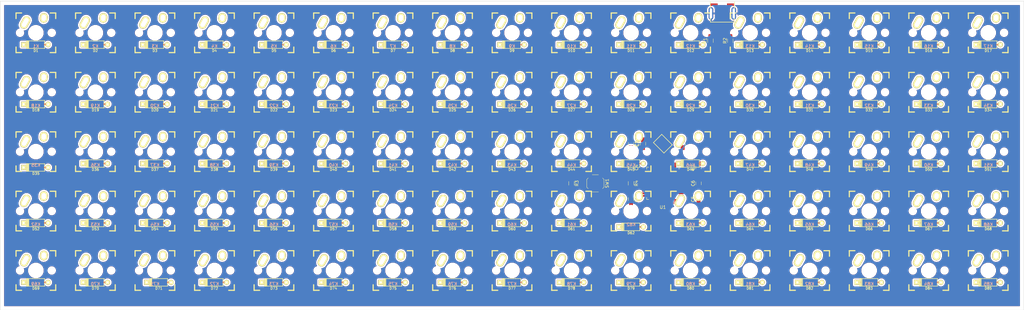
<source format=kicad_pcb>
(kicad_pcb (version 4) (host pcbnew 4.0.6)
  (layers (0 F.Cu signal) (31 B.Cu signal) (34 B.Paste user) (35 F.Paste user) (36 B.SilkS user) (37 F.SilkS user) (38 B.Mask user) (39 F.Mask user) (44 Edge.Cuts user))
  (net 0 "")
  (net 1 VCC)
  (net 2 GND)
  (net 3 "Net-(C6-Pad1)")
  (net 4 "Net-(C7-Pad1)")
  (net 5 "Net-(C8-Pad1)")
  (net 6 "Net-(D1-Pad2)")
  (net 7 /row0)
  (net 8 "Net-(D2-Pad2)")
  (net 9 "Net-(D3-Pad2)")
  (net 10 "Net-(D4-Pad2)")
  (net 11 "Net-(D5-Pad2)")
  (net 12 "Net-(D6-Pad2)")
  (net 13 "Net-(D7-Pad2)")
  (net 14 "Net-(D8-Pad2)")
  (net 15 "Net-(D9-Pad2)")
  (net 16 "Net-(D10-Pad2)")
  (net 17 "Net-(D11-Pad2)")
  (net 18 "Net-(D12-Pad2)")
  (net 19 "Net-(D13-Pad2)")
  (net 20 "Net-(D14-Pad2)")
  (net 21 "Net-(D15-Pad2)")
  (net 22 "Net-(D16-Pad2)")
  (net 23 "Net-(D17-Pad2)")
  (net 24 "Net-(D18-Pad2)")
  (net 25 /row1)
  (net 26 "Net-(D19-Pad2)")
  (net 27 "Net-(D20-Pad2)")
  (net 28 "Net-(D21-Pad2)")
  (net 29 "Net-(D22-Pad2)")
  (net 30 "Net-(D23-Pad2)")
  (net 31 "Net-(D24-Pad2)")
  (net 32 "Net-(D25-Pad2)")
  (net 33 "Net-(D26-Pad2)")
  (net 34 "Net-(D27-Pad2)")
  (net 35 "Net-(D28-Pad2)")
  (net 36 "Net-(D29-Pad2)")
  (net 37 "Net-(D30-Pad2)")
  (net 38 "Net-(D31-Pad2)")
  (net 39 "Net-(D32-Pad2)")
  (net 40 "Net-(D33-Pad2)")
  (net 41 "Net-(D34-Pad2)")
  (net 42 "Net-(D35-Pad2)")
  (net 43 /row2)
  (net 44 "Net-(D36-Pad2)")
  (net 45 "Net-(D37-Pad2)")
  (net 46 "Net-(D38-Pad2)")
  (net 47 "Net-(D39-Pad2)")
  (net 48 "Net-(D40-Pad2)")
  (net 49 "Net-(D41-Pad2)")
  (net 50 "Net-(D42-Pad2)")
  (net 51 "Net-(D43-Pad2)")
  (net 52 "Net-(D44-Pad2)")
  (net 53 "Net-(D45-Pad2)")
  (net 54 "Net-(D46-Pad2)")
  (net 55 "Net-(D47-Pad2)")
  (net 56 "Net-(D48-Pad2)")
  (net 57 "Net-(D49-Pad2)")
  (net 58 "Net-(D50-Pad2)")
  (net 59 "Net-(D51-Pad2)")
  (net 60 "Net-(D52-Pad2)")
  (net 61 /row3)
  (net 62 "Net-(D53-Pad2)")
  (net 63 "Net-(D54-Pad2)")
  (net 64 "Net-(D55-Pad2)")
  (net 65 "Net-(D56-Pad2)")
  (net 66 "Net-(D57-Pad2)")
  (net 67 "Net-(D58-Pad2)")
  (net 68 "Net-(D59-Pad2)")
  (net 69 "Net-(D60-Pad2)")
  (net 70 "Net-(D61-Pad2)")
  (net 71 "Net-(D62-Pad2)")
  (net 72 "Net-(D63-Pad2)")
  (net 73 "Net-(D64-Pad2)")
  (net 74 "Net-(D65-Pad2)")
  (net 75 "Net-(D66-Pad2)")
  (net 76 "Net-(D67-Pad2)")
  (net 77 "Net-(D68-Pad2)")
  (net 78 "Net-(D69-Pad2)")
  (net 79 /row4)
  (net 80 "Net-(D70-Pad2)")
  (net 81 "Net-(D71-Pad2)")
  (net 82 "Net-(D72-Pad2)")
  (net 83 "Net-(D73-Pad2)")
  (net 84 "Net-(D74-Pad2)")
  (net 85 "Net-(D75-Pad2)")
  (net 86 "Net-(D76-Pad2)")
  (net 87 "Net-(D77-Pad2)")
  (net 88 "Net-(D78-Pad2)")
  (net 89 "Net-(D79-Pad2)")
  (net 90 "Net-(D80-Pad2)")
  (net 91 "Net-(D81-Pad2)")
  (net 92 "Net-(D82-Pad2)")
  (net 93 "Net-(D83-Pad2)")
  (net 94 "Net-(D84-Pad2)")
  (net 95 "Net-(D85-Pad2)")
  (net 96 "Net-(J1-Pad2)")
  (net 97 "Net-(J1-Pad3)")
  (net 98 "Net-(J1-Pad4)")
  (net 99 "Net-(K1-Pad1)")
  (net 100 "Net-(K19-Pad1)")
  (net 101 "Net-(K20-Pad1)")
  (net 102 "Net-(K21-Pad1)")
  (net 103 "Net-(K22-Pad1)")
  (net 104 "Net-(K23-Pad1)")
  (net 105 "Net-(K24-Pad1)")
  (net 106 "Net-(K25-Pad1)")
  (net 107 "Net-(K26-Pad1)")
  (net 108 "Net-(K10-Pad1)")
  (net 109 "Net-(K11-Pad1)")
  (net 110 "Net-(K12-Pad1)")
  (net 111 "Net-(K13-Pad1)")
  (net 112 "Net-(K14-Pad1)")
  (net 113 "Net-(K15-Pad1)")
  (net 114 "Net-(K16-Pad1)")
  (net 115 "Net-(K17-Pad1)")
  (net 116 "Net-(R1-Pad2)")
  (net 117 "Net-(R2-Pad2)")
  (net 118 "Net-(R3-Pad2)")
  (net 119 "Net-(R4-Pad1)")
  (net 120 "Net-(U1-Pad1)")
  (net 121 "Net-(U1-Pad8)")
  (net 122 "Net-(U1-Pad9)")
  (net 123 "Net-(U1-Pad10)")
  (net 124 "Net-(U1-Pad11)")
  (net 125 "Net-(U1-Pad12)")
  (net 126 "Net-(U1-Pad18)")
  (net 127 "Net-(U1-Pad19)")
  (net 128 "Net-(U1-Pad20)")
  (net 129 "Net-(U1-Pad21)")
  (net 130 "Net-(U1-Pad22)")
  (net 131 "Net-(U1-Pad25)")
  (net 132 "Net-(U1-Pad26)")
  (net 133 "Net-(U1-Pad27)")
  (net 134 "Net-(U1-Pad28)")
  (net 135 "Net-(U1-Pad29)")
  (net 136 "Net-(U1-Pad30)")
  (net 137 "Net-(U1-Pad31)")
  (net 138 "Net-(U1-Pad32)")
  (net 139 "Net-(U1-Pad36)")
  (net 140 "Net-(U1-Pad37)")
  (net 141 "Net-(U1-Pad38)")
  (net 142 "Net-(U1-Pad39)")
  (net 143 "Net-(U1-Pad40)")
  (net 144 "Net-(U1-Pad41)")
  (net 145 "Net-(U1-Pad42)")
  (module Capacitors_SMD:C_0805_HandSoldering (layer F.Cu) (at 214.63 58.42 270)
    (fp_text reference C1 (at 0 -1.75 270) (layer F.SilkS))
    (fp_text value 0.1u)
    (pad 1 smd rect (at -1.25 0 270) (size 1.5 1.25) (layers F.Cu F.Paste F.Mask) (net 1 VCC))
    (pad 2 smd rect (at 1.25 0 270) (size 1.5 1.25) (layers F.Cu F.Paste F.Mask) (net 2 GND))
  )
  (module Capacitors_SMD:C_0805_HandSoldering (layer F.Cu) (at 236.22 66.04 90)
    (fp_text reference C2 (at 0 -1.75 90) (layer F.SilkS))
    (fp_text value 0.1u)
    (pad 1 smd rect (at -1.25 0 90) (size 1.5 1.25) (layers F.Cu F.Paste F.Mask) (net 1 VCC))
    (pad 2 smd rect (at 1.25 0 90) (size 1.5 1.25) (layers F.Cu F.Paste F.Mask) (net 2 GND))
  )
  (module Capacitors_SMD:C_0805_HandSoldering (layer F.Cu) (at 214.63 76.2 270)
    (fp_text reference C3 (at 0 -1.75 270) (layer F.SilkS))
    (fp_text value 0.1u)
    (pad 1 smd rect (at -1.25 0 270) (size 1.5 1.25) (layers F.Cu F.Paste F.Mask) (net 1 VCC))
    (pad 2 smd rect (at 1.25 0 270) (size 1.5 1.25) (layers F.Cu F.Paste F.Mask) (net 2 GND))
  )
  (module Capacitors_SMD:C_0805_HandSoldering (layer F.Cu) (at 214.63 66.04 270)
    (fp_text reference C4 (at 0 -1.75 270) (layer F.SilkS))
    (fp_text value 0.1u)
    (pad 1 smd rect (at -1.25 0 270) (size 1.5 1.25) (layers F.Cu F.Paste F.Mask) (net 1 VCC))
    (pad 2 smd rect (at 1.25 0 270) (size 1.5 1.25) (layers F.Cu F.Paste F.Mask) (net 2 GND))
  )
  (module Capacitors_SMD:C_0805_HandSoldering (layer F.Cu) (at 236.22 76.2 90)
    (fp_text reference C5 (at 0 -1.75 90) (layer F.SilkS))
    (fp_text value 4.7u)
    (pad 1 smd rect (at -1.25 0 90) (size 1.5 1.25) (layers F.Cu F.Paste F.Mask) (net 1 VCC))
    (pad 2 smd rect (at 1.25 0 90) (size 1.5 1.25) (layers F.Cu F.Paste F.Mask) (net 2 GND))
  )
  (module Capacitors_SMD:C_0805_HandSoldering (layer F.Cu) (at 236.22 71.12 90)
    (fp_text reference C6 (at 0 -1.75 90) (layer F.SilkS))
    (fp_text value 1u)
    (pad 1 smd rect (at -1.25 0 90) (size 1.5 1.25) (layers F.Cu F.Paste F.Mask) (net 3 "Net-(C6-Pad1)"))
    (pad 2 smd rect (at 1.25 0 90) (size 1.5 1.25) (layers F.Cu F.Paste F.Mask) (net 2 GND))
  )
  (module Capacitors_SMD:C_0805_HandSoldering (layer F.Cu) (at 218.44 58.42 90)
    (fp_text reference C7 (at 0 -1.75 90) (layer F.SilkS))
    (fp_text value 22p)
    (pad 1 smd rect (at -1.25 0 90) (size 1.5 1.25) (layers F.Cu F.Paste F.Mask) (net 4 "Net-(C7-Pad1)"))
    (pad 2 smd rect (at 1.25 0 90) (size 1.5 1.25) (layers F.Cu F.Paste F.Mask) (net 2 GND))
  )
  (module Capacitors_SMD:C_0805_HandSoldering (layer F.Cu) (at 231.14 58.42 90)
    (fp_text reference C8 (at 0 -1.75 90) (layer F.SilkS))
    (fp_text value 22p)
    (pad 1 smd rect (at -1.25 0 90) (size 1.5 1.25) (layers F.Cu F.Paste F.Mask) (net 5 "Net-(C8-Pad1)"))
    (pad 2 smd rect (at 1.25 0 90) (size 1.5 1.25) (layers F.Cu F.Paste F.Mask) (net 2 GND))
  )
  (module keyboard_parts:D_SOD123_axial (layer F.Cu) (at 24.13 26.67)
    (fp_text reference D1 (at 0 1.925) (layer F.SilkS) (effects (font (size 0.8 0.8))))
    (fp_text value D hide)
    (pad 2 smd rect (at 1.575 0) (size 1.2 1.2) (layers F.Cu F.Paste F.Mask) (net 6 "Net-(D1-Pad2)"))
    (pad 1 smd rect (at -1.575 0) (size 1.2 1.2) (layers F.Cu F.Paste F.Mask) (net 7 /row0))
    (pad 1 thru_hole rect (at -3.9 0) (size 1.6 1.6) (drill 0.7) (layers *.Cu *.Mask F.SilkS) (net 7 /row0))
    (pad 2 thru_hole circle (at 3.9 0) (size 1.6 1.6) (drill 0.7) (layers *.Cu *.Mask F.SilkS) (net 6 "Net-(D1-Pad2)"))
    (pad 1 smd rect (at -2.7 0) (size 2.5 0.5) (layers F.Cu) (net 7 /row0))
    (pad 2 smd rect (at 2.7 0) (size 2.5 0.5) (layers F.Cu) (net 6 "Net-(D1-Pad2)"))
  )
  (module keyboard_parts:D_SOD123_axial (layer F.Cu) (at 43.18 26.67)
    (fp_text reference D2 (at 0 1.925) (layer F.SilkS) (effects (font (size 0.8 0.8))))
    (fp_text value D hide)
    (pad 2 smd rect (at 1.575 0) (size 1.2 1.2) (layers F.Cu F.Paste F.Mask) (net 8 "Net-(D2-Pad2)"))
    (pad 1 smd rect (at -1.575 0) (size 1.2 1.2) (layers F.Cu F.Paste F.Mask) (net 7 /row0))
    (pad 1 thru_hole rect (at -3.9 0) (size 1.6 1.6) (drill 0.7) (layers *.Cu *.Mask F.SilkS) (net 7 /row0))
    (pad 2 thru_hole circle (at 3.9 0) (size 1.6 1.6) (drill 0.7) (layers *.Cu *.Mask F.SilkS) (net 8 "Net-(D2-Pad2)"))
    (pad 1 smd rect (at -2.7 0) (size 2.5 0.5) (layers F.Cu) (net 7 /row0))
    (pad 2 smd rect (at 2.7 0) (size 2.5 0.5) (layers F.Cu) (net 8 "Net-(D2-Pad2)"))
  )
  (module keyboard_parts:D_SOD123_axial (layer F.Cu) (at 62.23 26.67)
    (fp_text reference D3 (at 0 1.925) (layer F.SilkS) (effects (font (size 0.8 0.8))))
    (fp_text value D hide)
    (pad 2 smd rect (at 1.575 0) (size 1.2 1.2) (layers F.Cu F.Paste F.Mask) (net 9 "Net-(D3-Pad2)"))
    (pad 1 smd rect (at -1.575 0) (size 1.2 1.2) (layers F.Cu F.Paste F.Mask) (net 7 /row0))
    (pad 1 thru_hole rect (at -3.9 0) (size 1.6 1.6) (drill 0.7) (layers *.Cu *.Mask F.SilkS) (net 7 /row0))
    (pad 2 thru_hole circle (at 3.9 0) (size 1.6 1.6) (drill 0.7) (layers *.Cu *.Mask F.SilkS) (net 9 "Net-(D3-Pad2)"))
    (pad 1 smd rect (at -2.7 0) (size 2.5 0.5) (layers F.Cu) (net 7 /row0))
    (pad 2 smd rect (at 2.7 0) (size 2.5 0.5) (layers F.Cu) (net 9 "Net-(D3-Pad2)"))
  )
  (module keyboard_parts:D_SOD123_axial (layer F.Cu) (at 81.28 26.67)
    (fp_text reference D4 (at 0 1.925) (layer F.SilkS) (effects (font (size 0.8 0.8))))
    (fp_text value D hide)
    (pad 2 smd rect (at 1.575 0) (size 1.2 1.2) (layers F.Cu F.Paste F.Mask) (net 10 "Net-(D4-Pad2)"))
    (pad 1 smd rect (at -1.575 0) (size 1.2 1.2) (layers F.Cu F.Paste F.Mask) (net 7 /row0))
    (pad 1 thru_hole rect (at -3.9 0) (size 1.6 1.6) (drill 0.7) (layers *.Cu *.Mask F.SilkS) (net 7 /row0))
    (pad 2 thru_hole circle (at 3.9 0) (size 1.6 1.6) (drill 0.7) (layers *.Cu *.Mask F.SilkS) (net 10 "Net-(D4-Pad2)"))
    (pad 1 smd rect (at -2.7 0) (size 2.5 0.5) (layers F.Cu) (net 7 /row0))
    (pad 2 smd rect (at 2.7 0) (size 2.5 0.5) (layers F.Cu) (net 10 "Net-(D4-Pad2)"))
  )
  (module keyboard_parts:D_SOD123_axial (layer F.Cu) (at 100.33 26.67)
    (fp_text reference D5 (at 0 1.925) (layer F.SilkS) (effects (font (size 0.8 0.8))))
    (fp_text value D hide)
    (pad 2 smd rect (at 1.575 0) (size 1.2 1.2) (layers F.Cu F.Paste F.Mask) (net 11 "Net-(D5-Pad2)"))
    (pad 1 smd rect (at -1.575 0) (size 1.2 1.2) (layers F.Cu F.Paste F.Mask) (net 7 /row0))
    (pad 1 thru_hole rect (at -3.9 0) (size 1.6 1.6) (drill 0.7) (layers *.Cu *.Mask F.SilkS) (net 7 /row0))
    (pad 2 thru_hole circle (at 3.9 0) (size 1.6 1.6) (drill 0.7) (layers *.Cu *.Mask F.SilkS) (net 11 "Net-(D5-Pad2)"))
    (pad 1 smd rect (at -2.7 0) (size 2.5 0.5) (layers F.Cu) (net 7 /row0))
    (pad 2 smd rect (at 2.7 0) (size 2.5 0.5) (layers F.Cu) (net 11 "Net-(D5-Pad2)"))
  )
  (module keyboard_parts:D_SOD123_axial (layer F.Cu) (at 119.38 26.67)
    (fp_text reference D6 (at 0 1.925) (layer F.SilkS) (effects (font (size 0.8 0.8))))
    (fp_text value D hide)
    (pad 2 smd rect (at 1.575 0) (size 1.2 1.2) (layers F.Cu F.Paste F.Mask) (net 12 "Net-(D6-Pad2)"))
    (pad 1 smd rect (at -1.575 0) (size 1.2 1.2) (layers F.Cu F.Paste F.Mask) (net 7 /row0))
    (pad 1 thru_hole rect (at -3.9 0) (size 1.6 1.6) (drill 0.7) (layers *.Cu *.Mask F.SilkS) (net 7 /row0))
    (pad 2 thru_hole circle (at 3.9 0) (size 1.6 1.6) (drill 0.7) (layers *.Cu *.Mask F.SilkS) (net 12 "Net-(D6-Pad2)"))
    (pad 1 smd rect (at -2.7 0) (size 2.5 0.5) (layers F.Cu) (net 7 /row0))
    (pad 2 smd rect (at 2.7 0) (size 2.5 0.5) (layers F.Cu) (net 12 "Net-(D6-Pad2)"))
  )
  (module keyboard_parts:D_SOD123_axial (layer F.Cu) (at 138.43 26.67)
    (fp_text reference D7 (at 0 1.925) (layer F.SilkS) (effects (font (size 0.8 0.8))))
    (fp_text value D hide)
    (pad 2 smd rect (at 1.575 0) (size 1.2 1.2) (layers F.Cu F.Paste F.Mask) (net 13 "Net-(D7-Pad2)"))
    (pad 1 smd rect (at -1.575 0) (size 1.2 1.2) (layers F.Cu F.Paste F.Mask) (net 7 /row0))
    (pad 1 thru_hole rect (at -3.9 0) (size 1.6 1.6) (drill 0.7) (layers *.Cu *.Mask F.SilkS) (net 7 /row0))
    (pad 2 thru_hole circle (at 3.9 0) (size 1.6 1.6) (drill 0.7) (layers *.Cu *.Mask F.SilkS) (net 13 "Net-(D7-Pad2)"))
    (pad 1 smd rect (at -2.7 0) (size 2.5 0.5) (layers F.Cu) (net 7 /row0))
    (pad 2 smd rect (at 2.7 0) (size 2.5 0.5) (layers F.Cu) (net 13 "Net-(D7-Pad2)"))
  )
  (module keyboard_parts:D_SOD123_axial (layer F.Cu) (at 157.48 26.67)
    (fp_text reference D8 (at 0 1.925) (layer F.SilkS) (effects (font (size 0.8 0.8))))
    (fp_text value D hide)
    (pad 2 smd rect (at 1.575 0) (size 1.2 1.2) (layers F.Cu F.Paste F.Mask) (net 14 "Net-(D8-Pad2)"))
    (pad 1 smd rect (at -1.575 0) (size 1.2 1.2) (layers F.Cu F.Paste F.Mask) (net 7 /row0))
    (pad 1 thru_hole rect (at -3.9 0) (size 1.6 1.6) (drill 0.7) (layers *.Cu *.Mask F.SilkS) (net 7 /row0))
    (pad 2 thru_hole circle (at 3.9 0) (size 1.6 1.6) (drill 0.7) (layers *.Cu *.Mask F.SilkS) (net 14 "Net-(D8-Pad2)"))
    (pad 1 smd rect (at -2.7 0) (size 2.5 0.5) (layers F.Cu) (net 7 /row0))
    (pad 2 smd rect (at 2.7 0) (size 2.5 0.5) (layers F.Cu) (net 14 "Net-(D8-Pad2)"))
  )
  (module keyboard_parts:D_SOD123_axial (layer F.Cu) (at 176.53 26.67)
    (fp_text reference D9 (at 0 1.925) (layer F.SilkS) (effects (font (size 0.8 0.8))))
    (fp_text value D hide)
    (pad 2 smd rect (at 1.575 0) (size 1.2 1.2) (layers F.Cu F.Paste F.Mask) (net 15 "Net-(D9-Pad2)"))
    (pad 1 smd rect (at -1.575 0) (size 1.2 1.2) (layers F.Cu F.Paste F.Mask) (net 7 /row0))
    (pad 1 thru_hole rect (at -3.9 0) (size 1.6 1.6) (drill 0.7) (layers *.Cu *.Mask F.SilkS) (net 7 /row0))
    (pad 2 thru_hole circle (at 3.9 0) (size 1.6 1.6) (drill 0.7) (layers *.Cu *.Mask F.SilkS) (net 15 "Net-(D9-Pad2)"))
    (pad 1 smd rect (at -2.7 0) (size 2.5 0.5) (layers F.Cu) (net 7 /row0))
    (pad 2 smd rect (at 2.7 0) (size 2.5 0.5) (layers F.Cu) (net 15 "Net-(D9-Pad2)"))
  )
  (module keyboard_parts:D_SOD123_axial (layer F.Cu) (at 195.58 26.67)
    (fp_text reference D10 (at 0 1.925) (layer F.SilkS) (effects (font (size 0.8 0.8))))
    (fp_text value D hide)
    (pad 2 smd rect (at 1.575 0) (size 1.2 1.2) (layers F.Cu F.Paste F.Mask) (net 16 "Net-(D10-Pad2)"))
    (pad 1 smd rect (at -1.575 0) (size 1.2 1.2) (layers F.Cu F.Paste F.Mask) (net 7 /row0))
    (pad 1 thru_hole rect (at -3.9 0) (size 1.6 1.6) (drill 0.7) (layers *.Cu *.Mask F.SilkS) (net 7 /row0))
    (pad 2 thru_hole circle (at 3.9 0) (size 1.6 1.6) (drill 0.7) (layers *.Cu *.Mask F.SilkS) (net 16 "Net-(D10-Pad2)"))
    (pad 1 smd rect (at -2.7 0) (size 2.5 0.5) (layers F.Cu) (net 7 /row0))
    (pad 2 smd rect (at 2.7 0) (size 2.5 0.5) (layers F.Cu) (net 16 "Net-(D10-Pad2)"))
  )
  (module keyboard_parts:D_SOD123_axial (layer F.Cu) (at 214.63 26.67)
    (fp_text reference D11 (at 0 1.925) (layer F.SilkS) (effects (font (size 0.8 0.8))))
    (fp_text value D hide)
    (pad 2 smd rect (at 1.575 0) (size 1.2 1.2) (layers F.Cu F.Paste F.Mask) (net 17 "Net-(D11-Pad2)"))
    (pad 1 smd rect (at -1.575 0) (size 1.2 1.2) (layers F.Cu F.Paste F.Mask) (net 7 /row0))
    (pad 1 thru_hole rect (at -3.9 0) (size 1.6 1.6) (drill 0.7) (layers *.Cu *.Mask F.SilkS) (net 7 /row0))
    (pad 2 thru_hole circle (at 3.9 0) (size 1.6 1.6) (drill 0.7) (layers *.Cu *.Mask F.SilkS) (net 17 "Net-(D11-Pad2)"))
    (pad 1 smd rect (at -2.7 0) (size 2.5 0.5) (layers F.Cu) (net 7 /row0))
    (pad 2 smd rect (at 2.7 0) (size 2.5 0.5) (layers F.Cu) (net 17 "Net-(D11-Pad2)"))
  )
  (module keyboard_parts:D_SOD123_axial (layer F.Cu) (at 233.68 26.67)
    (fp_text reference D12 (at 0 1.925) (layer F.SilkS) (effects (font (size 0.8 0.8))))
    (fp_text value D hide)
    (pad 2 smd rect (at 1.575 0) (size 1.2 1.2) (layers F.Cu F.Paste F.Mask) (net 18 "Net-(D12-Pad2)"))
    (pad 1 smd rect (at -1.575 0) (size 1.2 1.2) (layers F.Cu F.Paste F.Mask) (net 7 /row0))
    (pad 1 thru_hole rect (at -3.9 0) (size 1.6 1.6) (drill 0.7) (layers *.Cu *.Mask F.SilkS) (net 7 /row0))
    (pad 2 thru_hole circle (at 3.9 0) (size 1.6 1.6) (drill 0.7) (layers *.Cu *.Mask F.SilkS) (net 18 "Net-(D12-Pad2)"))
    (pad 1 smd rect (at -2.7 0) (size 2.5 0.5) (layers F.Cu) (net 7 /row0))
    (pad 2 smd rect (at 2.7 0) (size 2.5 0.5) (layers F.Cu) (net 18 "Net-(D12-Pad2)"))
  )
  (module keyboard_parts:D_SOD123_axial (layer F.Cu) (at 252.73 26.67)
    (fp_text reference D13 (at 0 1.925) (layer F.SilkS) (effects (font (size 0.8 0.8))))
    (fp_text value D hide)
    (pad 2 smd rect (at 1.575 0) (size 1.2 1.2) (layers F.Cu F.Paste F.Mask) (net 19 "Net-(D13-Pad2)"))
    (pad 1 smd rect (at -1.575 0) (size 1.2 1.2) (layers F.Cu F.Paste F.Mask) (net 7 /row0))
    (pad 1 thru_hole rect (at -3.9 0) (size 1.6 1.6) (drill 0.7) (layers *.Cu *.Mask F.SilkS) (net 7 /row0))
    (pad 2 thru_hole circle (at 3.9 0) (size 1.6 1.6) (drill 0.7) (layers *.Cu *.Mask F.SilkS) (net 19 "Net-(D13-Pad2)"))
    (pad 1 smd rect (at -2.7 0) (size 2.5 0.5) (layers F.Cu) (net 7 /row0))
    (pad 2 smd rect (at 2.7 0) (size 2.5 0.5) (layers F.Cu) (net 19 "Net-(D13-Pad2)"))
  )
  (module keyboard_parts:D_SOD123_axial (layer F.Cu) (at 271.78 26.67)
    (fp_text reference D14 (at 0 1.925) (layer F.SilkS) (effects (font (size 0.8 0.8))))
    (fp_text value D hide)
    (pad 2 smd rect (at 1.575 0) (size 1.2 1.2) (layers F.Cu F.Paste F.Mask) (net 20 "Net-(D14-Pad2)"))
    (pad 1 smd rect (at -1.575 0) (size 1.2 1.2) (layers F.Cu F.Paste F.Mask) (net 7 /row0))
    (pad 1 thru_hole rect (at -3.9 0) (size 1.6 1.6) (drill 0.7) (layers *.Cu *.Mask F.SilkS) (net 7 /row0))
    (pad 2 thru_hole circle (at 3.9 0) (size 1.6 1.6) (drill 0.7) (layers *.Cu *.Mask F.SilkS) (net 20 "Net-(D14-Pad2)"))
    (pad 1 smd rect (at -2.7 0) (size 2.5 0.5) (layers F.Cu) (net 7 /row0))
    (pad 2 smd rect (at 2.7 0) (size 2.5 0.5) (layers F.Cu) (net 20 "Net-(D14-Pad2)"))
  )
  (module keyboard_parts:D_SOD123_axial (layer F.Cu) (at 290.83 26.67)
    (fp_text reference D15 (at 0 1.925) (layer F.SilkS) (effects (font (size 0.8 0.8))))
    (fp_text value D hide)
    (pad 2 smd rect (at 1.575 0) (size 1.2 1.2) (layers F.Cu F.Paste F.Mask) (net 21 "Net-(D15-Pad2)"))
    (pad 1 smd rect (at -1.575 0) (size 1.2 1.2) (layers F.Cu F.Paste F.Mask) (net 7 /row0))
    (pad 1 thru_hole rect (at -3.9 0) (size 1.6 1.6) (drill 0.7) (layers *.Cu *.Mask F.SilkS) (net 7 /row0))
    (pad 2 thru_hole circle (at 3.9 0) (size 1.6 1.6) (drill 0.7) (layers *.Cu *.Mask F.SilkS) (net 21 "Net-(D15-Pad2)"))
    (pad 1 smd rect (at -2.7 0) (size 2.5 0.5) (layers F.Cu) (net 7 /row0))
    (pad 2 smd rect (at 2.7 0) (size 2.5 0.5) (layers F.Cu) (net 21 "Net-(D15-Pad2)"))
  )
  (module keyboard_parts:D_SOD123_axial (layer F.Cu) (at 309.88 26.67)
    (fp_text reference D16 (at 0 1.925) (layer F.SilkS) (effects (font (size 0.8 0.8))))
    (fp_text value D hide)
    (pad 2 smd rect (at 1.575 0) (size 1.2 1.2) (layers F.Cu F.Paste F.Mask) (net 22 "Net-(D16-Pad2)"))
    (pad 1 smd rect (at -1.575 0) (size 1.2 1.2) (layers F.Cu F.Paste F.Mask) (net 7 /row0))
    (pad 1 thru_hole rect (at -3.9 0) (size 1.6 1.6) (drill 0.7) (layers *.Cu *.Mask F.SilkS) (net 7 /row0))
    (pad 2 thru_hole circle (at 3.9 0) (size 1.6 1.6) (drill 0.7) (layers *.Cu *.Mask F.SilkS) (net 22 "Net-(D16-Pad2)"))
    (pad 1 smd rect (at -2.7 0) (size 2.5 0.5) (layers F.Cu) (net 7 /row0))
    (pad 2 smd rect (at 2.7 0) (size 2.5 0.5) (layers F.Cu) (net 22 "Net-(D16-Pad2)"))
  )
  (module keyboard_parts:D_SOD123_axial (layer F.Cu) (at 328.93 26.67)
    (fp_text reference D17 (at 0 1.925) (layer F.SilkS) (effects (font (size 0.8 0.8))))
    (fp_text value D hide)
    (pad 2 smd rect (at 1.575 0) (size 1.2 1.2) (layers F.Cu F.Paste F.Mask) (net 23 "Net-(D17-Pad2)"))
    (pad 1 smd rect (at -1.575 0) (size 1.2 1.2) (layers F.Cu F.Paste F.Mask) (net 7 /row0))
    (pad 1 thru_hole rect (at -3.9 0) (size 1.6 1.6) (drill 0.7) (layers *.Cu *.Mask F.SilkS) (net 7 /row0))
    (pad 2 thru_hole circle (at 3.9 0) (size 1.6 1.6) (drill 0.7) (layers *.Cu *.Mask F.SilkS) (net 23 "Net-(D17-Pad2)"))
    (pad 1 smd rect (at -2.7 0) (size 2.5 0.5) (layers F.Cu) (net 7 /row0))
    (pad 2 smd rect (at 2.7 0) (size 2.5 0.5) (layers F.Cu) (net 23 "Net-(D17-Pad2)"))
  )
  (module keyboard_parts:D_SOD123_axial (layer F.Cu) (at 24.13 45.72)
    (fp_text reference D18 (at 0 1.925) (layer F.SilkS) (effects (font (size 0.8 0.8))))
    (fp_text value D hide)
    (pad 2 smd rect (at 1.575 0) (size 1.2 1.2) (layers F.Cu F.Paste F.Mask) (net 24 "Net-(D18-Pad2)"))
    (pad 1 smd rect (at -1.575 0) (size 1.2 1.2) (layers F.Cu F.Paste F.Mask) (net 25 /row1))
    (pad 1 thru_hole rect (at -3.9 0) (size 1.6 1.6) (drill 0.7) (layers *.Cu *.Mask F.SilkS) (net 25 /row1))
    (pad 2 thru_hole circle (at 3.9 0) (size 1.6 1.6) (drill 0.7) (layers *.Cu *.Mask F.SilkS) (net 24 "Net-(D18-Pad2)"))
    (pad 1 smd rect (at -2.7 0) (size 2.5 0.5) (layers F.Cu) (net 25 /row1))
    (pad 2 smd rect (at 2.7 0) (size 2.5 0.5) (layers F.Cu) (net 24 "Net-(D18-Pad2)"))
  )
  (module keyboard_parts:D_SOD123_axial (layer F.Cu) (at 43.18 45.72)
    (fp_text reference D19 (at 0 1.925) (layer F.SilkS) (effects (font (size 0.8 0.8))))
    (fp_text value D hide)
    (pad 2 smd rect (at 1.575 0) (size 1.2 1.2) (layers F.Cu F.Paste F.Mask) (net 26 "Net-(D19-Pad2)"))
    (pad 1 smd rect (at -1.575 0) (size 1.2 1.2) (layers F.Cu F.Paste F.Mask) (net 25 /row1))
    (pad 1 thru_hole rect (at -3.9 0) (size 1.6 1.6) (drill 0.7) (layers *.Cu *.Mask F.SilkS) (net 25 /row1))
    (pad 2 thru_hole circle (at 3.9 0) (size 1.6 1.6) (drill 0.7) (layers *.Cu *.Mask F.SilkS) (net 26 "Net-(D19-Pad2)"))
    (pad 1 smd rect (at -2.7 0) (size 2.5 0.5) (layers F.Cu) (net 25 /row1))
    (pad 2 smd rect (at 2.7 0) (size 2.5 0.5) (layers F.Cu) (net 26 "Net-(D19-Pad2)"))
  )
  (module keyboard_parts:D_SOD123_axial (layer F.Cu) (at 62.23 45.72)
    (fp_text reference D20 (at 0 1.925) (layer F.SilkS) (effects (font (size 0.8 0.8))))
    (fp_text value D hide)
    (pad 2 smd rect (at 1.575 0) (size 1.2 1.2) (layers F.Cu F.Paste F.Mask) (net 27 "Net-(D20-Pad2)"))
    (pad 1 smd rect (at -1.575 0) (size 1.2 1.2) (layers F.Cu F.Paste F.Mask) (net 25 /row1))
    (pad 1 thru_hole rect (at -3.9 0) (size 1.6 1.6) (drill 0.7) (layers *.Cu *.Mask F.SilkS) (net 25 /row1))
    (pad 2 thru_hole circle (at 3.9 0) (size 1.6 1.6) (drill 0.7) (layers *.Cu *.Mask F.SilkS) (net 27 "Net-(D20-Pad2)"))
    (pad 1 smd rect (at -2.7 0) (size 2.5 0.5) (layers F.Cu) (net 25 /row1))
    (pad 2 smd rect (at 2.7 0) (size 2.5 0.5) (layers F.Cu) (net 27 "Net-(D20-Pad2)"))
  )
  (module keyboard_parts:D_SOD123_axial (layer F.Cu) (at 81.28 45.72)
    (fp_text reference D21 (at 0 1.925) (layer F.SilkS) (effects (font (size 0.8 0.8))))
    (fp_text value D hide)
    (pad 2 smd rect (at 1.575 0) (size 1.2 1.2) (layers F.Cu F.Paste F.Mask) (net 28 "Net-(D21-Pad2)"))
    (pad 1 smd rect (at -1.575 0) (size 1.2 1.2) (layers F.Cu F.Paste F.Mask) (net 25 /row1))
    (pad 1 thru_hole rect (at -3.9 0) (size 1.6 1.6) (drill 0.7) (layers *.Cu *.Mask F.SilkS) (net 25 /row1))
    (pad 2 thru_hole circle (at 3.9 0) (size 1.6 1.6) (drill 0.7) (layers *.Cu *.Mask F.SilkS) (net 28 "Net-(D21-Pad2)"))
    (pad 1 smd rect (at -2.7 0) (size 2.5 0.5) (layers F.Cu) (net 25 /row1))
    (pad 2 smd rect (at 2.7 0) (size 2.5 0.5) (layers F.Cu) (net 28 "Net-(D21-Pad2)"))
  )
  (module keyboard_parts:D_SOD123_axial (layer F.Cu) (at 100.33 45.72)
    (fp_text reference D22 (at 0 1.925) (layer F.SilkS) (effects (font (size 0.8 0.8))))
    (fp_text value D hide)
    (pad 2 smd rect (at 1.575 0) (size 1.2 1.2) (layers F.Cu F.Paste F.Mask) (net 29 "Net-(D22-Pad2)"))
    (pad 1 smd rect (at -1.575 0) (size 1.2 1.2) (layers F.Cu F.Paste F.Mask) (net 25 /row1))
    (pad 1 thru_hole rect (at -3.9 0) (size 1.6 1.6) (drill 0.7) (layers *.Cu *.Mask F.SilkS) (net 25 /row1))
    (pad 2 thru_hole circle (at 3.9 0) (size 1.6 1.6) (drill 0.7) (layers *.Cu *.Mask F.SilkS) (net 29 "Net-(D22-Pad2)"))
    (pad 1 smd rect (at -2.7 0) (size 2.5 0.5) (layers F.Cu) (net 25 /row1))
    (pad 2 smd rect (at 2.7 0) (size 2.5 0.5) (layers F.Cu) (net 29 "Net-(D22-Pad2)"))
  )
  (module keyboard_parts:D_SOD123_axial (layer F.Cu) (at 119.38 45.72)
    (fp_text reference D23 (at 0 1.925) (layer F.SilkS) (effects (font (size 0.8 0.8))))
    (fp_text value D hide)
    (pad 2 smd rect (at 1.575 0) (size 1.2 1.2) (layers F.Cu F.Paste F.Mask) (net 30 "Net-(D23-Pad2)"))
    (pad 1 smd rect (at -1.575 0) (size 1.2 1.2) (layers F.Cu F.Paste F.Mask) (net 25 /row1))
    (pad 1 thru_hole rect (at -3.9 0) (size 1.6 1.6) (drill 0.7) (layers *.Cu *.Mask F.SilkS) (net 25 /row1))
    (pad 2 thru_hole circle (at 3.9 0) (size 1.6 1.6) (drill 0.7) (layers *.Cu *.Mask F.SilkS) (net 30 "Net-(D23-Pad2)"))
    (pad 1 smd rect (at -2.7 0) (size 2.5 0.5) (layers F.Cu) (net 25 /row1))
    (pad 2 smd rect (at 2.7 0) (size 2.5 0.5) (layers F.Cu) (net 30 "Net-(D23-Pad2)"))
  )
  (module keyboard_parts:D_SOD123_axial (layer F.Cu) (at 138.43 45.72)
    (fp_text reference D24 (at 0 1.925) (layer F.SilkS) (effects (font (size 0.8 0.8))))
    (fp_text value D hide)
    (pad 2 smd rect (at 1.575 0) (size 1.2 1.2) (layers F.Cu F.Paste F.Mask) (net 31 "Net-(D24-Pad2)"))
    (pad 1 smd rect (at -1.575 0) (size 1.2 1.2) (layers F.Cu F.Paste F.Mask) (net 25 /row1))
    (pad 1 thru_hole rect (at -3.9 0) (size 1.6 1.6) (drill 0.7) (layers *.Cu *.Mask F.SilkS) (net 25 /row1))
    (pad 2 thru_hole circle (at 3.9 0) (size 1.6 1.6) (drill 0.7) (layers *.Cu *.Mask F.SilkS) (net 31 "Net-(D24-Pad2)"))
    (pad 1 smd rect (at -2.7 0) (size 2.5 0.5) (layers F.Cu) (net 25 /row1))
    (pad 2 smd rect (at 2.7 0) (size 2.5 0.5) (layers F.Cu) (net 31 "Net-(D24-Pad2)"))
  )
  (module keyboard_parts:D_SOD123_axial (layer F.Cu) (at 157.48 45.72)
    (fp_text reference D25 (at 0 1.925) (layer F.SilkS) (effects (font (size 0.8 0.8))))
    (fp_text value D hide)
    (pad 2 smd rect (at 1.575 0) (size 1.2 1.2) (layers F.Cu F.Paste F.Mask) (net 32 "Net-(D25-Pad2)"))
    (pad 1 smd rect (at -1.575 0) (size 1.2 1.2) (layers F.Cu F.Paste F.Mask) (net 25 /row1))
    (pad 1 thru_hole rect (at -3.9 0) (size 1.6 1.6) (drill 0.7) (layers *.Cu *.Mask F.SilkS) (net 25 /row1))
    (pad 2 thru_hole circle (at 3.9 0) (size 1.6 1.6) (drill 0.7) (layers *.Cu *.Mask F.SilkS) (net 32 "Net-(D25-Pad2)"))
    (pad 1 smd rect (at -2.7 0) (size 2.5 0.5) (layers F.Cu) (net 25 /row1))
    (pad 2 smd rect (at 2.7 0) (size 2.5 0.5) (layers F.Cu) (net 32 "Net-(D25-Pad2)"))
  )
  (module keyboard_parts:D_SOD123_axial (layer F.Cu) (at 176.53 45.72)
    (fp_text reference D26 (at 0 1.925) (layer F.SilkS) (effects (font (size 0.8 0.8))))
    (fp_text value D hide)
    (pad 2 smd rect (at 1.575 0) (size 1.2 1.2) (layers F.Cu F.Paste F.Mask) (net 33 "Net-(D26-Pad2)"))
    (pad 1 smd rect (at -1.575 0) (size 1.2 1.2) (layers F.Cu F.Paste F.Mask) (net 25 /row1))
    (pad 1 thru_hole rect (at -3.9 0) (size 1.6 1.6) (drill 0.7) (layers *.Cu *.Mask F.SilkS) (net 25 /row1))
    (pad 2 thru_hole circle (at 3.9 0) (size 1.6 1.6) (drill 0.7) (layers *.Cu *.Mask F.SilkS) (net 33 "Net-(D26-Pad2)"))
    (pad 1 smd rect (at -2.7 0) (size 2.5 0.5) (layers F.Cu) (net 25 /row1))
    (pad 2 smd rect (at 2.7 0) (size 2.5 0.5) (layers F.Cu) (net 33 "Net-(D26-Pad2)"))
  )
  (module keyboard_parts:D_SOD123_axial (layer F.Cu) (at 195.58 45.72)
    (fp_text reference D27 (at 0 1.925) (layer F.SilkS) (effects (font (size 0.8 0.8))))
    (fp_text value D hide)
    (pad 2 smd rect (at 1.575 0) (size 1.2 1.2) (layers F.Cu F.Paste F.Mask) (net 34 "Net-(D27-Pad2)"))
    (pad 1 smd rect (at -1.575 0) (size 1.2 1.2) (layers F.Cu F.Paste F.Mask) (net 25 /row1))
    (pad 1 thru_hole rect (at -3.9 0) (size 1.6 1.6) (drill 0.7) (layers *.Cu *.Mask F.SilkS) (net 25 /row1))
    (pad 2 thru_hole circle (at 3.9 0) (size 1.6 1.6) (drill 0.7) (layers *.Cu *.Mask F.SilkS) (net 34 "Net-(D27-Pad2)"))
    (pad 1 smd rect (at -2.7 0) (size 2.5 0.5) (layers F.Cu) (net 25 /row1))
    (pad 2 smd rect (at 2.7 0) (size 2.5 0.5) (layers F.Cu) (net 34 "Net-(D27-Pad2)"))
  )
  (module keyboard_parts:D_SOD123_axial (layer F.Cu) (at 214.63 45.72)
    (fp_text reference D28 (at 0 1.925) (layer F.SilkS) (effects (font (size 0.8 0.8))))
    (fp_text value D hide)
    (pad 2 smd rect (at 1.575 0) (size 1.2 1.2) (layers F.Cu F.Paste F.Mask) (net 35 "Net-(D28-Pad2)"))
    (pad 1 smd rect (at -1.575 0) (size 1.2 1.2) (layers F.Cu F.Paste F.Mask) (net 25 /row1))
    (pad 1 thru_hole rect (at -3.9 0) (size 1.6 1.6) (drill 0.7) (layers *.Cu *.Mask F.SilkS) (net 25 /row1))
    (pad 2 thru_hole circle (at 3.9 0) (size 1.6 1.6) (drill 0.7) (layers *.Cu *.Mask F.SilkS) (net 35 "Net-(D28-Pad2)"))
    (pad 1 smd rect (at -2.7 0) (size 2.5 0.5) (layers F.Cu) (net 25 /row1))
    (pad 2 smd rect (at 2.7 0) (size 2.5 0.5) (layers F.Cu) (net 35 "Net-(D28-Pad2)"))
  )
  (module keyboard_parts:D_SOD123_axial (layer F.Cu) (at 233.68 45.72)
    (fp_text reference D29 (at 0 1.925) (layer F.SilkS) (effects (font (size 0.8 0.8))))
    (fp_text value D hide)
    (pad 2 smd rect (at 1.575 0) (size 1.2 1.2) (layers F.Cu F.Paste F.Mask) (net 36 "Net-(D29-Pad2)"))
    (pad 1 smd rect (at -1.575 0) (size 1.2 1.2) (layers F.Cu F.Paste F.Mask) (net 25 /row1))
    (pad 1 thru_hole rect (at -3.9 0) (size 1.6 1.6) (drill 0.7) (layers *.Cu *.Mask F.SilkS) (net 25 /row1))
    (pad 2 thru_hole circle (at 3.9 0) (size 1.6 1.6) (drill 0.7) (layers *.Cu *.Mask F.SilkS) (net 36 "Net-(D29-Pad2)"))
    (pad 1 smd rect (at -2.7 0) (size 2.5 0.5) (layers F.Cu) (net 25 /row1))
    (pad 2 smd rect (at 2.7 0) (size 2.5 0.5) (layers F.Cu) (net 36 "Net-(D29-Pad2)"))
  )
  (module keyboard_parts:D_SOD123_axial (layer F.Cu) (at 252.73 45.72)
    (fp_text reference D30 (at 0 1.925) (layer F.SilkS) (effects (font (size 0.8 0.8))))
    (fp_text value D hide)
    (pad 2 smd rect (at 1.575 0) (size 1.2 1.2) (layers F.Cu F.Paste F.Mask) (net 37 "Net-(D30-Pad2)"))
    (pad 1 smd rect (at -1.575 0) (size 1.2 1.2) (layers F.Cu F.Paste F.Mask) (net 25 /row1))
    (pad 1 thru_hole rect (at -3.9 0) (size 1.6 1.6) (drill 0.7) (layers *.Cu *.Mask F.SilkS) (net 25 /row1))
    (pad 2 thru_hole circle (at 3.9 0) (size 1.6 1.6) (drill 0.7) (layers *.Cu *.Mask F.SilkS) (net 37 "Net-(D30-Pad2)"))
    (pad 1 smd rect (at -2.7 0) (size 2.5 0.5) (layers F.Cu) (net 25 /row1))
    (pad 2 smd rect (at 2.7 0) (size 2.5 0.5) (layers F.Cu) (net 37 "Net-(D30-Pad2)"))
  )
  (module keyboard_parts:D_SOD123_axial (layer F.Cu) (at 271.78 45.72)
    (fp_text reference D31 (at 0 1.925) (layer F.SilkS) (effects (font (size 0.8 0.8))))
    (fp_text value D hide)
    (pad 2 smd rect (at 1.575 0) (size 1.2 1.2) (layers F.Cu F.Paste F.Mask) (net 38 "Net-(D31-Pad2)"))
    (pad 1 smd rect (at -1.575 0) (size 1.2 1.2) (layers F.Cu F.Paste F.Mask) (net 25 /row1))
    (pad 1 thru_hole rect (at -3.9 0) (size 1.6 1.6) (drill 0.7) (layers *.Cu *.Mask F.SilkS) (net 25 /row1))
    (pad 2 thru_hole circle (at 3.9 0) (size 1.6 1.6) (drill 0.7) (layers *.Cu *.Mask F.SilkS) (net 38 "Net-(D31-Pad2)"))
    (pad 1 smd rect (at -2.7 0) (size 2.5 0.5) (layers F.Cu) (net 25 /row1))
    (pad 2 smd rect (at 2.7 0) (size 2.5 0.5) (layers F.Cu) (net 38 "Net-(D31-Pad2)"))
  )
  (module keyboard_parts:D_SOD123_axial (layer F.Cu) (at 290.83 45.72)
    (fp_text reference D32 (at 0 1.925) (layer F.SilkS) (effects (font (size 0.8 0.8))))
    (fp_text value D hide)
    (pad 2 smd rect (at 1.575 0) (size 1.2 1.2) (layers F.Cu F.Paste F.Mask) (net 39 "Net-(D32-Pad2)"))
    (pad 1 smd rect (at -1.575 0) (size 1.2 1.2) (layers F.Cu F.Paste F.Mask) (net 25 /row1))
    (pad 1 thru_hole rect (at -3.9 0) (size 1.6 1.6) (drill 0.7) (layers *.Cu *.Mask F.SilkS) (net 25 /row1))
    (pad 2 thru_hole circle (at 3.9 0) (size 1.6 1.6) (drill 0.7) (layers *.Cu *.Mask F.SilkS) (net 39 "Net-(D32-Pad2)"))
    (pad 1 smd rect (at -2.7 0) (size 2.5 0.5) (layers F.Cu) (net 25 /row1))
    (pad 2 smd rect (at 2.7 0) (size 2.5 0.5) (layers F.Cu) (net 39 "Net-(D32-Pad2)"))
  )
  (module keyboard_parts:D_SOD123_axial (layer F.Cu) (at 309.88 45.72)
    (fp_text reference D33 (at 0 1.925) (layer F.SilkS) (effects (font (size 0.8 0.8))))
    (fp_text value D hide)
    (pad 2 smd rect (at 1.575 0) (size 1.2 1.2) (layers F.Cu F.Paste F.Mask) (net 40 "Net-(D33-Pad2)"))
    (pad 1 smd rect (at -1.575 0) (size 1.2 1.2) (layers F.Cu F.Paste F.Mask) (net 25 /row1))
    (pad 1 thru_hole rect (at -3.9 0) (size 1.6 1.6) (drill 0.7) (layers *.Cu *.Mask F.SilkS) (net 25 /row1))
    (pad 2 thru_hole circle (at 3.9 0) (size 1.6 1.6) (drill 0.7) (layers *.Cu *.Mask F.SilkS) (net 40 "Net-(D33-Pad2)"))
    (pad 1 smd rect (at -2.7 0) (size 2.5 0.5) (layers F.Cu) (net 25 /row1))
    (pad 2 smd rect (at 2.7 0) (size 2.5 0.5) (layers F.Cu) (net 40 "Net-(D33-Pad2)"))
  )
  (module keyboard_parts:D_SOD123_axial (layer F.Cu) (at 328.93 45.72)
    (fp_text reference D34 (at 0 1.925) (layer F.SilkS) (effects (font (size 0.8 0.8))))
    (fp_text value D hide)
    (pad 2 smd rect (at 1.575 0) (size 1.2 1.2) (layers F.Cu F.Paste F.Mask) (net 41 "Net-(D34-Pad2)"))
    (pad 1 smd rect (at -1.575 0) (size 1.2 1.2) (layers F.Cu F.Paste F.Mask) (net 25 /row1))
    (pad 1 thru_hole rect (at -3.9 0) (size 1.6 1.6) (drill 0.7) (layers *.Cu *.Mask F.SilkS) (net 25 /row1))
    (pad 2 thru_hole circle (at 3.9 0) (size 1.6 1.6) (drill 0.7) (layers *.Cu *.Mask F.SilkS) (net 41 "Net-(D34-Pad2)"))
    (pad 1 smd rect (at -2.7 0) (size 2.5 0.5) (layers F.Cu) (net 25 /row1))
    (pad 2 smd rect (at 2.7 0) (size 2.5 0.5) (layers F.Cu) (net 41 "Net-(D34-Pad2)"))
  )
  (module keyboard_parts:D_SOD123_axial (layer F.Cu) (at 24.13 66.04)
    (fp_text reference D35 (at 0 1.925) (layer F.SilkS) (effects (font (size 0.8 0.8))))
    (fp_text value D hide)
    (pad 2 smd rect (at 1.575 0) (size 1.2 1.2) (layers F.Cu F.Paste F.Mask) (net 42 "Net-(D35-Pad2)"))
    (pad 1 smd rect (at -1.575 0) (size 1.2 1.2) (layers F.Cu F.Paste F.Mask) (net 43 /row2))
    (pad 1 thru_hole rect (at -3.9 0) (size 1.6 1.6) (drill 0.7) (layers *.Cu *.Mask F.SilkS) (net 43 /row2))
    (pad 2 thru_hole circle (at 3.9 0) (size 1.6 1.6) (drill 0.7) (layers *.Cu *.Mask F.SilkS) (net 42 "Net-(D35-Pad2)"))
    (pad 1 smd rect (at -2.7 0) (size 2.5 0.5) (layers F.Cu) (net 43 /row2))
    (pad 2 smd rect (at 2.7 0) (size 2.5 0.5) (layers F.Cu) (net 42 "Net-(D35-Pad2)"))
  )
  (module keyboard_parts:D_SOD123_axial (layer F.Cu) (at 43.18 64.77)
    (fp_text reference D36 (at 0 1.925) (layer F.SilkS) (effects (font (size 0.8 0.8))))
    (fp_text value D hide)
    (pad 2 smd rect (at 1.575 0) (size 1.2 1.2) (layers F.Cu F.Paste F.Mask) (net 44 "Net-(D36-Pad2)"))
    (pad 1 smd rect (at -1.575 0) (size 1.2 1.2) (layers F.Cu F.Paste F.Mask) (net 43 /row2))
    (pad 1 thru_hole rect (at -3.9 0) (size 1.6 1.6) (drill 0.7) (layers *.Cu *.Mask F.SilkS) (net 43 /row2))
    (pad 2 thru_hole circle (at 3.9 0) (size 1.6 1.6) (drill 0.7) (layers *.Cu *.Mask F.SilkS) (net 44 "Net-(D36-Pad2)"))
    (pad 1 smd rect (at -2.7 0) (size 2.5 0.5) (layers F.Cu) (net 43 /row2))
    (pad 2 smd rect (at 2.7 0) (size 2.5 0.5) (layers F.Cu) (net 44 "Net-(D36-Pad2)"))
  )
  (module keyboard_parts:D_SOD123_axial (layer F.Cu) (at 62.23 64.77)
    (fp_text reference D37 (at 0 1.925) (layer F.SilkS) (effects (font (size 0.8 0.8))))
    (fp_text value D hide)
    (pad 2 smd rect (at 1.575 0) (size 1.2 1.2) (layers F.Cu F.Paste F.Mask) (net 45 "Net-(D37-Pad2)"))
    (pad 1 smd rect (at -1.575 0) (size 1.2 1.2) (layers F.Cu F.Paste F.Mask) (net 43 /row2))
    (pad 1 thru_hole rect (at -3.9 0) (size 1.6 1.6) (drill 0.7) (layers *.Cu *.Mask F.SilkS) (net 43 /row2))
    (pad 2 thru_hole circle (at 3.9 0) (size 1.6 1.6) (drill 0.7) (layers *.Cu *.Mask F.SilkS) (net 45 "Net-(D37-Pad2)"))
    (pad 1 smd rect (at -2.7 0) (size 2.5 0.5) (layers F.Cu) (net 43 /row2))
    (pad 2 smd rect (at 2.7 0) (size 2.5 0.5) (layers F.Cu) (net 45 "Net-(D37-Pad2)"))
  )
  (module keyboard_parts:D_SOD123_axial (layer F.Cu) (at 81.28 64.77)
    (fp_text reference D38 (at 0 1.925) (layer F.SilkS) (effects (font (size 0.8 0.8))))
    (fp_text value D hide)
    (pad 2 smd rect (at 1.575 0) (size 1.2 1.2) (layers F.Cu F.Paste F.Mask) (net 46 "Net-(D38-Pad2)"))
    (pad 1 smd rect (at -1.575 0) (size 1.2 1.2) (layers F.Cu F.Paste F.Mask) (net 43 /row2))
    (pad 1 thru_hole rect (at -3.9 0) (size 1.6 1.6) (drill 0.7) (layers *.Cu *.Mask F.SilkS) (net 43 /row2))
    (pad 2 thru_hole circle (at 3.9 0) (size 1.6 1.6) (drill 0.7) (layers *.Cu *.Mask F.SilkS) (net 46 "Net-(D38-Pad2)"))
    (pad 1 smd rect (at -2.7 0) (size 2.5 0.5) (layers F.Cu) (net 43 /row2))
    (pad 2 smd rect (at 2.7 0) (size 2.5 0.5) (layers F.Cu) (net 46 "Net-(D38-Pad2)"))
  )
  (module keyboard_parts:D_SOD123_axial (layer F.Cu) (at 100.33 64.77)
    (fp_text reference D39 (at 0 1.925) (layer F.SilkS) (effects (font (size 0.8 0.8))))
    (fp_text value D hide)
    (pad 2 smd rect (at 1.575 0) (size 1.2 1.2) (layers F.Cu F.Paste F.Mask) (net 47 "Net-(D39-Pad2)"))
    (pad 1 smd rect (at -1.575 0) (size 1.2 1.2) (layers F.Cu F.Paste F.Mask) (net 43 /row2))
    (pad 1 thru_hole rect (at -3.9 0) (size 1.6 1.6) (drill 0.7) (layers *.Cu *.Mask F.SilkS) (net 43 /row2))
    (pad 2 thru_hole circle (at 3.9 0) (size 1.6 1.6) (drill 0.7) (layers *.Cu *.Mask F.SilkS) (net 47 "Net-(D39-Pad2)"))
    (pad 1 smd rect (at -2.7 0) (size 2.5 0.5) (layers F.Cu) (net 43 /row2))
    (pad 2 smd rect (at 2.7 0) (size 2.5 0.5) (layers F.Cu) (net 47 "Net-(D39-Pad2)"))
  )
  (module keyboard_parts:D_SOD123_axial (layer F.Cu) (at 119.38 64.77)
    (fp_text reference D40 (at 0 1.925) (layer F.SilkS) (effects (font (size 0.8 0.8))))
    (fp_text value D hide)
    (pad 2 smd rect (at 1.575 0) (size 1.2 1.2) (layers F.Cu F.Paste F.Mask) (net 48 "Net-(D40-Pad2)"))
    (pad 1 smd rect (at -1.575 0) (size 1.2 1.2) (layers F.Cu F.Paste F.Mask) (net 43 /row2))
    (pad 1 thru_hole rect (at -3.9 0) (size 1.6 1.6) (drill 0.7) (layers *.Cu *.Mask F.SilkS) (net 43 /row2))
    (pad 2 thru_hole circle (at 3.9 0) (size 1.6 1.6) (drill 0.7) (layers *.Cu *.Mask F.SilkS) (net 48 "Net-(D40-Pad2)"))
    (pad 1 smd rect (at -2.7 0) (size 2.5 0.5) (layers F.Cu) (net 43 /row2))
    (pad 2 smd rect (at 2.7 0) (size 2.5 0.5) (layers F.Cu) (net 48 "Net-(D40-Pad2)"))
  )
  (module keyboard_parts:D_SOD123_axial (layer F.Cu) (at 138.43 64.77)
    (fp_text reference D41 (at 0 1.925) (layer F.SilkS) (effects (font (size 0.8 0.8))))
    (fp_text value D hide)
    (pad 2 smd rect (at 1.575 0) (size 1.2 1.2) (layers F.Cu F.Paste F.Mask) (net 49 "Net-(D41-Pad2)"))
    (pad 1 smd rect (at -1.575 0) (size 1.2 1.2) (layers F.Cu F.Paste F.Mask) (net 43 /row2))
    (pad 1 thru_hole rect (at -3.9 0) (size 1.6 1.6) (drill 0.7) (layers *.Cu *.Mask F.SilkS) (net 43 /row2))
    (pad 2 thru_hole circle (at 3.9 0) (size 1.6 1.6) (drill 0.7) (layers *.Cu *.Mask F.SilkS) (net 49 "Net-(D41-Pad2)"))
    (pad 1 smd rect (at -2.7 0) (size 2.5 0.5) (layers F.Cu) (net 43 /row2))
    (pad 2 smd rect (at 2.7 0) (size 2.5 0.5) (layers F.Cu) (net 49 "Net-(D41-Pad2)"))
  )
  (module keyboard_parts:D_SOD123_axial (layer F.Cu) (at 157.48 64.77)
    (fp_text reference D42 (at 0 1.925) (layer F.SilkS) (effects (font (size 0.8 0.8))))
    (fp_text value D hide)
    (pad 2 smd rect (at 1.575 0) (size 1.2 1.2) (layers F.Cu F.Paste F.Mask) (net 50 "Net-(D42-Pad2)"))
    (pad 1 smd rect (at -1.575 0) (size 1.2 1.2) (layers F.Cu F.Paste F.Mask) (net 43 /row2))
    (pad 1 thru_hole rect (at -3.9 0) (size 1.6 1.6) (drill 0.7) (layers *.Cu *.Mask F.SilkS) (net 43 /row2))
    (pad 2 thru_hole circle (at 3.9 0) (size 1.6 1.6) (drill 0.7) (layers *.Cu *.Mask F.SilkS) (net 50 "Net-(D42-Pad2)"))
    (pad 1 smd rect (at -2.7 0) (size 2.5 0.5) (layers F.Cu) (net 43 /row2))
    (pad 2 smd rect (at 2.7 0) (size 2.5 0.5) (layers F.Cu) (net 50 "Net-(D42-Pad2)"))
  )
  (module keyboard_parts:D_SOD123_axial (layer F.Cu) (at 176.53 64.77)
    (fp_text reference D43 (at 0 1.925) (layer F.SilkS) (effects (font (size 0.8 0.8))))
    (fp_text value D hide)
    (pad 2 smd rect (at 1.575 0) (size 1.2 1.2) (layers F.Cu F.Paste F.Mask) (net 51 "Net-(D43-Pad2)"))
    (pad 1 smd rect (at -1.575 0) (size 1.2 1.2) (layers F.Cu F.Paste F.Mask) (net 43 /row2))
    (pad 1 thru_hole rect (at -3.9 0) (size 1.6 1.6) (drill 0.7) (layers *.Cu *.Mask F.SilkS) (net 43 /row2))
    (pad 2 thru_hole circle (at 3.9 0) (size 1.6 1.6) (drill 0.7) (layers *.Cu *.Mask F.SilkS) (net 51 "Net-(D43-Pad2)"))
    (pad 1 smd rect (at -2.7 0) (size 2.5 0.5) (layers F.Cu) (net 43 /row2))
    (pad 2 smd rect (at 2.7 0) (size 2.5 0.5) (layers F.Cu) (net 51 "Net-(D43-Pad2)"))
  )
  (module keyboard_parts:D_SOD123_axial (layer F.Cu) (at 195.58 64.77)
    (fp_text reference D44 (at 0 1.925) (layer F.SilkS) (effects (font (size 0.8 0.8))))
    (fp_text value D hide)
    (pad 2 smd rect (at 1.575 0) (size 1.2 1.2) (layers F.Cu F.Paste F.Mask) (net 52 "Net-(D44-Pad2)"))
    (pad 1 smd rect (at -1.575 0) (size 1.2 1.2) (layers F.Cu F.Paste F.Mask) (net 43 /row2))
    (pad 1 thru_hole rect (at -3.9 0) (size 1.6 1.6) (drill 0.7) (layers *.Cu *.Mask F.SilkS) (net 43 /row2))
    (pad 2 thru_hole circle (at 3.9 0) (size 1.6 1.6) (drill 0.7) (layers *.Cu *.Mask F.SilkS) (net 52 "Net-(D44-Pad2)"))
    (pad 1 smd rect (at -2.7 0) (size 2.5 0.5) (layers F.Cu) (net 43 /row2))
    (pad 2 smd rect (at 2.7 0) (size 2.5 0.5) (layers F.Cu) (net 52 "Net-(D44-Pad2)"))
  )
  (module keyboard_parts:D_SOD123_axial (layer F.Cu) (at 214.63 64.77)
    (fp_text reference D45 (at 0 1.925) (layer F.SilkS) (effects (font (size 0.8 0.8))))
    (fp_text value D hide)
    (pad 2 smd rect (at 1.575 0) (size 1.2 1.2) (layers F.Cu F.Paste F.Mask) (net 53 "Net-(D45-Pad2)"))
    (pad 1 smd rect (at -1.575 0) (size 1.2 1.2) (layers F.Cu F.Paste F.Mask) (net 43 /row2))
    (pad 1 thru_hole rect (at -3.9 0) (size 1.6 1.6) (drill 0.7) (layers *.Cu *.Mask F.SilkS) (net 43 /row2))
    (pad 2 thru_hole circle (at 3.9 0) (size 1.6 1.6) (drill 0.7) (layers *.Cu *.Mask F.SilkS) (net 53 "Net-(D45-Pad2)"))
    (pad 1 smd rect (at -2.7 0) (size 2.5 0.5) (layers F.Cu) (net 43 /row2))
    (pad 2 smd rect (at 2.7 0) (size 2.5 0.5) (layers F.Cu) (net 53 "Net-(D45-Pad2)"))
  )
  (module keyboard_parts:D_SOD123_axial (layer F.Cu) (at 233.68 64.77)
    (fp_text reference D46 (at 0 1.925) (layer F.SilkS) (effects (font (size 0.8 0.8))))
    (fp_text value D hide)
    (pad 2 smd rect (at 1.575 0) (size 1.2 1.2) (layers F.Cu F.Paste F.Mask) (net 54 "Net-(D46-Pad2)"))
    (pad 1 smd rect (at -1.575 0) (size 1.2 1.2) (layers F.Cu F.Paste F.Mask) (net 43 /row2))
    (pad 1 thru_hole rect (at -3.9 0) (size 1.6 1.6) (drill 0.7) (layers *.Cu *.Mask F.SilkS) (net 43 /row2))
    (pad 2 thru_hole circle (at 3.9 0) (size 1.6 1.6) (drill 0.7) (layers *.Cu *.Mask F.SilkS) (net 54 "Net-(D46-Pad2)"))
    (pad 1 smd rect (at -2.7 0) (size 2.5 0.5) (layers F.Cu) (net 43 /row2))
    (pad 2 smd rect (at 2.7 0) (size 2.5 0.5) (layers F.Cu) (net 54 "Net-(D46-Pad2)"))
  )
  (module keyboard_parts:D_SOD123_axial (layer F.Cu) (at 252.73 64.77)
    (fp_text reference D47 (at 0 1.925) (layer F.SilkS) (effects (font (size 0.8 0.8))))
    (fp_text value D hide)
    (pad 2 smd rect (at 1.575 0) (size 1.2 1.2) (layers F.Cu F.Paste F.Mask) (net 55 "Net-(D47-Pad2)"))
    (pad 1 smd rect (at -1.575 0) (size 1.2 1.2) (layers F.Cu F.Paste F.Mask) (net 43 /row2))
    (pad 1 thru_hole rect (at -3.9 0) (size 1.6 1.6) (drill 0.7) (layers *.Cu *.Mask F.SilkS) (net 43 /row2))
    (pad 2 thru_hole circle (at 3.9 0) (size 1.6 1.6) (drill 0.7) (layers *.Cu *.Mask F.SilkS) (net 55 "Net-(D47-Pad2)"))
    (pad 1 smd rect (at -2.7 0) (size 2.5 0.5) (layers F.Cu) (net 43 /row2))
    (pad 2 smd rect (at 2.7 0) (size 2.5 0.5) (layers F.Cu) (net 55 "Net-(D47-Pad2)"))
  )
  (module keyboard_parts:D_SOD123_axial (layer F.Cu) (at 271.78 64.77)
    (fp_text reference D48 (at 0 1.925) (layer F.SilkS) (effects (font (size 0.8 0.8))))
    (fp_text value D hide)
    (pad 2 smd rect (at 1.575 0) (size 1.2 1.2) (layers F.Cu F.Paste F.Mask) (net 56 "Net-(D48-Pad2)"))
    (pad 1 smd rect (at -1.575 0) (size 1.2 1.2) (layers F.Cu F.Paste F.Mask) (net 43 /row2))
    (pad 1 thru_hole rect (at -3.9 0) (size 1.6 1.6) (drill 0.7) (layers *.Cu *.Mask F.SilkS) (net 43 /row2))
    (pad 2 thru_hole circle (at 3.9 0) (size 1.6 1.6) (drill 0.7) (layers *.Cu *.Mask F.SilkS) (net 56 "Net-(D48-Pad2)"))
    (pad 1 smd rect (at -2.7 0) (size 2.5 0.5) (layers F.Cu) (net 43 /row2))
    (pad 2 smd rect (at 2.7 0) (size 2.5 0.5) (layers F.Cu) (net 56 "Net-(D48-Pad2)"))
  )
  (module keyboard_parts:D_SOD123_axial (layer F.Cu) (at 290.83 64.77)
    (fp_text reference D49 (at 0 1.925) (layer F.SilkS) (effects (font (size 0.8 0.8))))
    (fp_text value D hide)
    (pad 2 smd rect (at 1.575 0) (size 1.2 1.2) (layers F.Cu F.Paste F.Mask) (net 57 "Net-(D49-Pad2)"))
    (pad 1 smd rect (at -1.575 0) (size 1.2 1.2) (layers F.Cu F.Paste F.Mask) (net 43 /row2))
    (pad 1 thru_hole rect (at -3.9 0) (size 1.6 1.6) (drill 0.7) (layers *.Cu *.Mask F.SilkS) (net 43 /row2))
    (pad 2 thru_hole circle (at 3.9 0) (size 1.6 1.6) (drill 0.7) (layers *.Cu *.Mask F.SilkS) (net 57 "Net-(D49-Pad2)"))
    (pad 1 smd rect (at -2.7 0) (size 2.5 0.5) (layers F.Cu) (net 43 /row2))
    (pad 2 smd rect (at 2.7 0) (size 2.5 0.5) (layers F.Cu) (net 57 "Net-(D49-Pad2)"))
  )
  (module keyboard_parts:D_SOD123_axial (layer F.Cu) (at 309.88 64.77)
    (fp_text reference D50 (at 0 1.925) (layer F.SilkS) (effects (font (size 0.8 0.8))))
    (fp_text value D hide)
    (pad 2 smd rect (at 1.575 0) (size 1.2 1.2) (layers F.Cu F.Paste F.Mask) (net 58 "Net-(D50-Pad2)"))
    (pad 1 smd rect (at -1.575 0) (size 1.2 1.2) (layers F.Cu F.Paste F.Mask) (net 43 /row2))
    (pad 1 thru_hole rect (at -3.9 0) (size 1.6 1.6) (drill 0.7) (layers *.Cu *.Mask F.SilkS) (net 43 /row2))
    (pad 2 thru_hole circle (at 3.9 0) (size 1.6 1.6) (drill 0.7) (layers *.Cu *.Mask F.SilkS) (net 58 "Net-(D50-Pad2)"))
    (pad 1 smd rect (at -2.7 0) (size 2.5 0.5) (layers F.Cu) (net 43 /row2))
    (pad 2 smd rect (at 2.7 0) (size 2.5 0.5) (layers F.Cu) (net 58 "Net-(D50-Pad2)"))
  )
  (module keyboard_parts:D_SOD123_axial (layer F.Cu) (at 328.93 64.77)
    (fp_text reference D51 (at 0 1.925) (layer F.SilkS) (effects (font (size 0.8 0.8))))
    (fp_text value D hide)
    (pad 2 smd rect (at 1.575 0) (size 1.2 1.2) (layers F.Cu F.Paste F.Mask) (net 59 "Net-(D51-Pad2)"))
    (pad 1 smd rect (at -1.575 0) (size 1.2 1.2) (layers F.Cu F.Paste F.Mask) (net 43 /row2))
    (pad 1 thru_hole rect (at -3.9 0) (size 1.6 1.6) (drill 0.7) (layers *.Cu *.Mask F.SilkS) (net 43 /row2))
    (pad 2 thru_hole circle (at 3.9 0) (size 1.6 1.6) (drill 0.7) (layers *.Cu *.Mask F.SilkS) (net 59 "Net-(D51-Pad2)"))
    (pad 1 smd rect (at -2.7 0) (size 2.5 0.5) (layers F.Cu) (net 43 /row2))
    (pad 2 smd rect (at 2.7 0) (size 2.5 0.5) (layers F.Cu) (net 59 "Net-(D51-Pad2)"))
  )
  (module keyboard_parts:D_SOD123_axial (layer F.Cu) (at 24.13 83.82)
    (fp_text reference D52 (at 0 1.925) (layer F.SilkS) (effects (font (size 0.8 0.8))))
    (fp_text value D hide)
    (pad 2 smd rect (at 1.575 0) (size 1.2 1.2) (layers F.Cu F.Paste F.Mask) (net 60 "Net-(D52-Pad2)"))
    (pad 1 smd rect (at -1.575 0) (size 1.2 1.2) (layers F.Cu F.Paste F.Mask) (net 61 /row3))
    (pad 1 thru_hole rect (at -3.9 0) (size 1.6 1.6) (drill 0.7) (layers *.Cu *.Mask F.SilkS) (net 61 /row3))
    (pad 2 thru_hole circle (at 3.9 0) (size 1.6 1.6) (drill 0.7) (layers *.Cu *.Mask F.SilkS) (net 60 "Net-(D52-Pad2)"))
    (pad 1 smd rect (at -2.7 0) (size 2.5 0.5) (layers F.Cu) (net 61 /row3))
    (pad 2 smd rect (at 2.7 0) (size 2.5 0.5) (layers F.Cu) (net 60 "Net-(D52-Pad2)"))
  )
  (module keyboard_parts:D_SOD123_axial (layer F.Cu) (at 43.18 83.82)
    (fp_text reference D53 (at 0 1.925) (layer F.SilkS) (effects (font (size 0.8 0.8))))
    (fp_text value D hide)
    (pad 2 smd rect (at 1.575 0) (size 1.2 1.2) (layers F.Cu F.Paste F.Mask) (net 62 "Net-(D53-Pad2)"))
    (pad 1 smd rect (at -1.575 0) (size 1.2 1.2) (layers F.Cu F.Paste F.Mask) (net 61 /row3))
    (pad 1 thru_hole rect (at -3.9 0) (size 1.6 1.6) (drill 0.7) (layers *.Cu *.Mask F.SilkS) (net 61 /row3))
    (pad 2 thru_hole circle (at 3.9 0) (size 1.6 1.6) (drill 0.7) (layers *.Cu *.Mask F.SilkS) (net 62 "Net-(D53-Pad2)"))
    (pad 1 smd rect (at -2.7 0) (size 2.5 0.5) (layers F.Cu) (net 61 /row3))
    (pad 2 smd rect (at 2.7 0) (size 2.5 0.5) (layers F.Cu) (net 62 "Net-(D53-Pad2)"))
  )
  (module keyboard_parts:D_SOD123_axial (layer F.Cu) (at 62.23 83.82)
    (fp_text reference D54 (at 0 1.925) (layer F.SilkS) (effects (font (size 0.8 0.8))))
    (fp_text value D hide)
    (pad 2 smd rect (at 1.575 0) (size 1.2 1.2) (layers F.Cu F.Paste F.Mask) (net 63 "Net-(D54-Pad2)"))
    (pad 1 smd rect (at -1.575 0) (size 1.2 1.2) (layers F.Cu F.Paste F.Mask) (net 61 /row3))
    (pad 1 thru_hole rect (at -3.9 0) (size 1.6 1.6) (drill 0.7) (layers *.Cu *.Mask F.SilkS) (net 61 /row3))
    (pad 2 thru_hole circle (at 3.9 0) (size 1.6 1.6) (drill 0.7) (layers *.Cu *.Mask F.SilkS) (net 63 "Net-(D54-Pad2)"))
    (pad 1 smd rect (at -2.7 0) (size 2.5 0.5) (layers F.Cu) (net 61 /row3))
    (pad 2 smd rect (at 2.7 0) (size 2.5 0.5) (layers F.Cu) (net 63 "Net-(D54-Pad2)"))
  )
  (module keyboard_parts:D_SOD123_axial (layer F.Cu) (at 81.28 83.82)
    (fp_text reference D55 (at 0 1.925) (layer F.SilkS) (effects (font (size 0.8 0.8))))
    (fp_text value D hide)
    (pad 2 smd rect (at 1.575 0) (size 1.2 1.2) (layers F.Cu F.Paste F.Mask) (net 64 "Net-(D55-Pad2)"))
    (pad 1 smd rect (at -1.575 0) (size 1.2 1.2) (layers F.Cu F.Paste F.Mask) (net 61 /row3))
    (pad 1 thru_hole rect (at -3.9 0) (size 1.6 1.6) (drill 0.7) (layers *.Cu *.Mask F.SilkS) (net 61 /row3))
    (pad 2 thru_hole circle (at 3.9 0) (size 1.6 1.6) (drill 0.7) (layers *.Cu *.Mask F.SilkS) (net 64 "Net-(D55-Pad2)"))
    (pad 1 smd rect (at -2.7 0) (size 2.5 0.5) (layers F.Cu) (net 61 /row3))
    (pad 2 smd rect (at 2.7 0) (size 2.5 0.5) (layers F.Cu) (net 64 "Net-(D55-Pad2)"))
  )
  (module keyboard_parts:D_SOD123_axial (layer F.Cu) (at 100.33 83.82)
    (fp_text reference D56 (at 0 1.925) (layer F.SilkS) (effects (font (size 0.8 0.8))))
    (fp_text value D hide)
    (pad 2 smd rect (at 1.575 0) (size 1.2 1.2) (layers F.Cu F.Paste F.Mask) (net 65 "Net-(D56-Pad2)"))
    (pad 1 smd rect (at -1.575 0) (size 1.2 1.2) (layers F.Cu F.Paste F.Mask) (net 61 /row3))
    (pad 1 thru_hole rect (at -3.9 0) (size 1.6 1.6) (drill 0.7) (layers *.Cu *.Mask F.SilkS) (net 61 /row3))
    (pad 2 thru_hole circle (at 3.9 0) (size 1.6 1.6) (drill 0.7) (layers *.Cu *.Mask F.SilkS) (net 65 "Net-(D56-Pad2)"))
    (pad 1 smd rect (at -2.7 0) (size 2.5 0.5) (layers F.Cu) (net 61 /row3))
    (pad 2 smd rect (at 2.7 0) (size 2.5 0.5) (layers F.Cu) (net 65 "Net-(D56-Pad2)"))
  )
  (module keyboard_parts:D_SOD123_axial (layer F.Cu) (at 119.38 83.82)
    (fp_text reference D57 (at 0 1.925) (layer F.SilkS) (effects (font (size 0.8 0.8))))
    (fp_text value D hide)
    (pad 2 smd rect (at 1.575 0) (size 1.2 1.2) (layers F.Cu F.Paste F.Mask) (net 66 "Net-(D57-Pad2)"))
    (pad 1 smd rect (at -1.575 0) (size 1.2 1.2) (layers F.Cu F.Paste F.Mask) (net 61 /row3))
    (pad 1 thru_hole rect (at -3.9 0) (size 1.6 1.6) (drill 0.7) (layers *.Cu *.Mask F.SilkS) (net 61 /row3))
    (pad 2 thru_hole circle (at 3.9 0) (size 1.6 1.6) (drill 0.7) (layers *.Cu *.Mask F.SilkS) (net 66 "Net-(D57-Pad2)"))
    (pad 1 smd rect (at -2.7 0) (size 2.5 0.5) (layers F.Cu) (net 61 /row3))
    (pad 2 smd rect (at 2.7 0) (size 2.5 0.5) (layers F.Cu) (net 66 "Net-(D57-Pad2)"))
  )
  (module keyboard_parts:D_SOD123_axial (layer F.Cu) (at 138.43 83.82)
    (fp_text reference D58 (at 0 1.925) (layer F.SilkS) (effects (font (size 0.8 0.8))))
    (fp_text value D hide)
    (pad 2 smd rect (at 1.575 0) (size 1.2 1.2) (layers F.Cu F.Paste F.Mask) (net 67 "Net-(D58-Pad2)"))
    (pad 1 smd rect (at -1.575 0) (size 1.2 1.2) (layers F.Cu F.Paste F.Mask) (net 61 /row3))
    (pad 1 thru_hole rect (at -3.9 0) (size 1.6 1.6) (drill 0.7) (layers *.Cu *.Mask F.SilkS) (net 61 /row3))
    (pad 2 thru_hole circle (at 3.9 0) (size 1.6 1.6) (drill 0.7) (layers *.Cu *.Mask F.SilkS) (net 67 "Net-(D58-Pad2)"))
    (pad 1 smd rect (at -2.7 0) (size 2.5 0.5) (layers F.Cu) (net 61 /row3))
    (pad 2 smd rect (at 2.7 0) (size 2.5 0.5) (layers F.Cu) (net 67 "Net-(D58-Pad2)"))
  )
  (module keyboard_parts:D_SOD123_axial (layer F.Cu) (at 157.48 83.82)
    (fp_text reference D59 (at 0 1.925) (layer F.SilkS) (effects (font (size 0.8 0.8))))
    (fp_text value D hide)
    (pad 2 smd rect (at 1.575 0) (size 1.2 1.2) (layers F.Cu F.Paste F.Mask) (net 68 "Net-(D59-Pad2)"))
    (pad 1 smd rect (at -1.575 0) (size 1.2 1.2) (layers F.Cu F.Paste F.Mask) (net 61 /row3))
    (pad 1 thru_hole rect (at -3.9 0) (size 1.6 1.6) (drill 0.7) (layers *.Cu *.Mask F.SilkS) (net 61 /row3))
    (pad 2 thru_hole circle (at 3.9 0) (size 1.6 1.6) (drill 0.7) (layers *.Cu *.Mask F.SilkS) (net 68 "Net-(D59-Pad2)"))
    (pad 1 smd rect (at -2.7 0) (size 2.5 0.5) (layers F.Cu) (net 61 /row3))
    (pad 2 smd rect (at 2.7 0) (size 2.5 0.5) (layers F.Cu) (net 68 "Net-(D59-Pad2)"))
  )
  (module keyboard_parts:D_SOD123_axial (layer F.Cu) (at 176.53 83.82)
    (fp_text reference D60 (at 0 1.925) (layer F.SilkS) (effects (font (size 0.8 0.8))))
    (fp_text value D hide)
    (pad 2 smd rect (at 1.575 0) (size 1.2 1.2) (layers F.Cu F.Paste F.Mask) (net 69 "Net-(D60-Pad2)"))
    (pad 1 smd rect (at -1.575 0) (size 1.2 1.2) (layers F.Cu F.Paste F.Mask) (net 61 /row3))
    (pad 1 thru_hole rect (at -3.9 0) (size 1.6 1.6) (drill 0.7) (layers *.Cu *.Mask F.SilkS) (net 61 /row3))
    (pad 2 thru_hole circle (at 3.9 0) (size 1.6 1.6) (drill 0.7) (layers *.Cu *.Mask F.SilkS) (net 69 "Net-(D60-Pad2)"))
    (pad 1 smd rect (at -2.7 0) (size 2.5 0.5) (layers F.Cu) (net 61 /row3))
    (pad 2 smd rect (at 2.7 0) (size 2.5 0.5) (layers F.Cu) (net 69 "Net-(D60-Pad2)"))
  )
  (module keyboard_parts:D_SOD123_axial (layer F.Cu) (at 195.58 83.82)
    (fp_text reference D61 (at 0 1.925) (layer F.SilkS) (effects (font (size 0.8 0.8))))
    (fp_text value D hide)
    (pad 2 smd rect (at 1.575 0) (size 1.2 1.2) (layers F.Cu F.Paste F.Mask) (net 70 "Net-(D61-Pad2)"))
    (pad 1 smd rect (at -1.575 0) (size 1.2 1.2) (layers F.Cu F.Paste F.Mask) (net 61 /row3))
    (pad 1 thru_hole rect (at -3.9 0) (size 1.6 1.6) (drill 0.7) (layers *.Cu *.Mask F.SilkS) (net 61 /row3))
    (pad 2 thru_hole circle (at 3.9 0) (size 1.6 1.6) (drill 0.7) (layers *.Cu *.Mask F.SilkS) (net 70 "Net-(D61-Pad2)"))
    (pad 1 smd rect (at -2.7 0) (size 2.5 0.5) (layers F.Cu) (net 61 /row3))
    (pad 2 smd rect (at 2.7 0) (size 2.5 0.5) (layers F.Cu) (net 70 "Net-(D61-Pad2)"))
  )
  (module keyboard_parts:D_SOD123_axial (layer F.Cu) (at 214.63 85.09)
    (fp_text reference D62 (at 0 1.925) (layer F.SilkS) (effects (font (size 0.8 0.8))))
    (fp_text value D hide)
    (pad 2 smd rect (at 1.575 0) (size 1.2 1.2) (layers F.Cu F.Paste F.Mask) (net 71 "Net-(D62-Pad2)"))
    (pad 1 smd rect (at -1.575 0) (size 1.2 1.2) (layers F.Cu F.Paste F.Mask) (net 61 /row3))
    (pad 1 thru_hole rect (at -3.9 0) (size 1.6 1.6) (drill 0.7) (layers *.Cu *.Mask F.SilkS) (net 61 /row3))
    (pad 2 thru_hole circle (at 3.9 0) (size 1.6 1.6) (drill 0.7) (layers *.Cu *.Mask F.SilkS) (net 71 "Net-(D62-Pad2)"))
    (pad 1 smd rect (at -2.7 0) (size 2.5 0.5) (layers F.Cu) (net 61 /row3))
    (pad 2 smd rect (at 2.7 0) (size 2.5 0.5) (layers F.Cu) (net 71 "Net-(D62-Pad2)"))
  )
  (module keyboard_parts:D_SOD123_axial (layer F.Cu) (at 233.68 83.82)
    (fp_text reference D63 (at 0 1.925) (layer F.SilkS) (effects (font (size 0.8 0.8))))
    (fp_text value D hide)
    (pad 2 smd rect (at 1.575 0) (size 1.2 1.2) (layers F.Cu F.Paste F.Mask) (net 72 "Net-(D63-Pad2)"))
    (pad 1 smd rect (at -1.575 0) (size 1.2 1.2) (layers F.Cu F.Paste F.Mask) (net 61 /row3))
    (pad 1 thru_hole rect (at -3.9 0) (size 1.6 1.6) (drill 0.7) (layers *.Cu *.Mask F.SilkS) (net 61 /row3))
    (pad 2 thru_hole circle (at 3.9 0) (size 1.6 1.6) (drill 0.7) (layers *.Cu *.Mask F.SilkS) (net 72 "Net-(D63-Pad2)"))
    (pad 1 smd rect (at -2.7 0) (size 2.5 0.5) (layers F.Cu) (net 61 /row3))
    (pad 2 smd rect (at 2.7 0) (size 2.5 0.5) (layers F.Cu) (net 72 "Net-(D63-Pad2)"))
  )
  (module keyboard_parts:D_SOD123_axial (layer F.Cu) (at 252.73 83.82)
    (fp_text reference D64 (at 0 1.925) (layer F.SilkS) (effects (font (size 0.8 0.8))))
    (fp_text value D hide)
    (pad 2 smd rect (at 1.575 0) (size 1.2 1.2) (layers F.Cu F.Paste F.Mask) (net 73 "Net-(D64-Pad2)"))
    (pad 1 smd rect (at -1.575 0) (size 1.2 1.2) (layers F.Cu F.Paste F.Mask) (net 61 /row3))
    (pad 1 thru_hole rect (at -3.9 0) (size 1.6 1.6) (drill 0.7) (layers *.Cu *.Mask F.SilkS) (net 61 /row3))
    (pad 2 thru_hole circle (at 3.9 0) (size 1.6 1.6) (drill 0.7) (layers *.Cu *.Mask F.SilkS) (net 73 "Net-(D64-Pad2)"))
    (pad 1 smd rect (at -2.7 0) (size 2.5 0.5) (layers F.Cu) (net 61 /row3))
    (pad 2 smd rect (at 2.7 0) (size 2.5 0.5) (layers F.Cu) (net 73 "Net-(D64-Pad2)"))
  )
  (module keyboard_parts:D_SOD123_axial (layer F.Cu) (at 271.78 83.82)
    (fp_text reference D65 (at 0 1.925) (layer F.SilkS) (effects (font (size 0.8 0.8))))
    (fp_text value D hide)
    (pad 2 smd rect (at 1.575 0) (size 1.2 1.2) (layers F.Cu F.Paste F.Mask) (net 74 "Net-(D65-Pad2)"))
    (pad 1 smd rect (at -1.575 0) (size 1.2 1.2) (layers F.Cu F.Paste F.Mask) (net 61 /row3))
    (pad 1 thru_hole rect (at -3.9 0) (size 1.6 1.6) (drill 0.7) (layers *.Cu *.Mask F.SilkS) (net 61 /row3))
    (pad 2 thru_hole circle (at 3.9 0) (size 1.6 1.6) (drill 0.7) (layers *.Cu *.Mask F.SilkS) (net 74 "Net-(D65-Pad2)"))
    (pad 1 smd rect (at -2.7 0) (size 2.5 0.5) (layers F.Cu) (net 61 /row3))
    (pad 2 smd rect (at 2.7 0) (size 2.5 0.5) (layers F.Cu) (net 74 "Net-(D65-Pad2)"))
  )
  (module keyboard_parts:D_SOD123_axial (layer F.Cu) (at 290.83 83.82)
    (fp_text reference D66 (at 0 1.925) (layer F.SilkS) (effects (font (size 0.8 0.8))))
    (fp_text value D hide)
    (pad 2 smd rect (at 1.575 0) (size 1.2 1.2) (layers F.Cu F.Paste F.Mask) (net 75 "Net-(D66-Pad2)"))
    (pad 1 smd rect (at -1.575 0) (size 1.2 1.2) (layers F.Cu F.Paste F.Mask) (net 61 /row3))
    (pad 1 thru_hole rect (at -3.9 0) (size 1.6 1.6) (drill 0.7) (layers *.Cu *.Mask F.SilkS) (net 61 /row3))
    (pad 2 thru_hole circle (at 3.9 0) (size 1.6 1.6) (drill 0.7) (layers *.Cu *.Mask F.SilkS) (net 75 "Net-(D66-Pad2)"))
    (pad 1 smd rect (at -2.7 0) (size 2.5 0.5) (layers F.Cu) (net 61 /row3))
    (pad 2 smd rect (at 2.7 0) (size 2.5 0.5) (layers F.Cu) (net 75 "Net-(D66-Pad2)"))
  )
  (module keyboard_parts:D_SOD123_axial (layer F.Cu) (at 309.88 83.82)
    (fp_text reference D67 (at 0 1.925) (layer F.SilkS) (effects (font (size 0.8 0.8))))
    (fp_text value D hide)
    (pad 2 smd rect (at 1.575 0) (size 1.2 1.2) (layers F.Cu F.Paste F.Mask) (net 76 "Net-(D67-Pad2)"))
    (pad 1 smd rect (at -1.575 0) (size 1.2 1.2) (layers F.Cu F.Paste F.Mask) (net 61 /row3))
    (pad 1 thru_hole rect (at -3.9 0) (size 1.6 1.6) (drill 0.7) (layers *.Cu *.Mask F.SilkS) (net 61 /row3))
    (pad 2 thru_hole circle (at 3.9 0) (size 1.6 1.6) (drill 0.7) (layers *.Cu *.Mask F.SilkS) (net 76 "Net-(D67-Pad2)"))
    (pad 1 smd rect (at -2.7 0) (size 2.5 0.5) (layers F.Cu) (net 61 /row3))
    (pad 2 smd rect (at 2.7 0) (size 2.5 0.5) (layers F.Cu) (net 76 "Net-(D67-Pad2)"))
  )
  (module keyboard_parts:D_SOD123_axial (layer F.Cu) (at 328.93 83.82)
    (fp_text reference D68 (at 0 1.925) (layer F.SilkS) (effects (font (size 0.8 0.8))))
    (fp_text value D hide)
    (pad 2 smd rect (at 1.575 0) (size 1.2 1.2) (layers F.Cu F.Paste F.Mask) (net 77 "Net-(D68-Pad2)"))
    (pad 1 smd rect (at -1.575 0) (size 1.2 1.2) (layers F.Cu F.Paste F.Mask) (net 61 /row3))
    (pad 1 thru_hole rect (at -3.9 0) (size 1.6 1.6) (drill 0.7) (layers *.Cu *.Mask F.SilkS) (net 61 /row3))
    (pad 2 thru_hole circle (at 3.9 0) (size 1.6 1.6) (drill 0.7) (layers *.Cu *.Mask F.SilkS) (net 77 "Net-(D68-Pad2)"))
    (pad 1 smd rect (at -2.7 0) (size 2.5 0.5) (layers F.Cu) (net 61 /row3))
    (pad 2 smd rect (at 2.7 0) (size 2.5 0.5) (layers F.Cu) (net 77 "Net-(D68-Pad2)"))
  )
  (module keyboard_parts:D_SOD123_axial (layer F.Cu) (at 24.13 102.87)
    (fp_text reference D69 (at 0 1.925) (layer F.SilkS) (effects (font (size 0.8 0.8))))
    (fp_text value D hide)
    (pad 2 smd rect (at 1.575 0) (size 1.2 1.2) (layers F.Cu F.Paste F.Mask) (net 78 "Net-(D69-Pad2)"))
    (pad 1 smd rect (at -1.575 0) (size 1.2 1.2) (layers F.Cu F.Paste F.Mask) (net 79 /row4))
    (pad 1 thru_hole rect (at -3.9 0) (size 1.6 1.6) (drill 0.7) (layers *.Cu *.Mask F.SilkS) (net 79 /row4))
    (pad 2 thru_hole circle (at 3.9 0) (size 1.6 1.6) (drill 0.7) (layers *.Cu *.Mask F.SilkS) (net 78 "Net-(D69-Pad2)"))
    (pad 1 smd rect (at -2.7 0) (size 2.5 0.5) (layers F.Cu) (net 79 /row4))
    (pad 2 smd rect (at 2.7 0) (size 2.5 0.5) (layers F.Cu) (net 78 "Net-(D69-Pad2)"))
  )
  (module keyboard_parts:D_SOD123_axial (layer F.Cu) (at 43.18 102.87)
    (fp_text reference D70 (at 0 1.925) (layer F.SilkS) (effects (font (size 0.8 0.8))))
    (fp_text value D hide)
    (pad 2 smd rect (at 1.575 0) (size 1.2 1.2) (layers F.Cu F.Paste F.Mask) (net 80 "Net-(D70-Pad2)"))
    (pad 1 smd rect (at -1.575 0) (size 1.2 1.2) (layers F.Cu F.Paste F.Mask) (net 79 /row4))
    (pad 1 thru_hole rect (at -3.9 0) (size 1.6 1.6) (drill 0.7) (layers *.Cu *.Mask F.SilkS) (net 79 /row4))
    (pad 2 thru_hole circle (at 3.9 0) (size 1.6 1.6) (drill 0.7) (layers *.Cu *.Mask F.SilkS) (net 80 "Net-(D70-Pad2)"))
    (pad 1 smd rect (at -2.7 0) (size 2.5 0.5) (layers F.Cu) (net 79 /row4))
    (pad 2 smd rect (at 2.7 0) (size 2.5 0.5) (layers F.Cu) (net 80 "Net-(D70-Pad2)"))
  )
  (module keyboard_parts:D_SOD123_axial (layer F.Cu) (at 63.5 102.87)
    (fp_text reference D71 (at 0 1.925) (layer F.SilkS) (effects (font (size 0.8 0.8))))
    (fp_text value D hide)
    (pad 2 smd rect (at 1.575 0) (size 1.2 1.2) (layers F.Cu F.Paste F.Mask) (net 81 "Net-(D71-Pad2)"))
    (pad 1 smd rect (at -1.575 0) (size 1.2 1.2) (layers F.Cu F.Paste F.Mask) (net 79 /row4))
    (pad 1 thru_hole rect (at -3.9 0) (size 1.6 1.6) (drill 0.7) (layers *.Cu *.Mask F.SilkS) (net 79 /row4))
    (pad 2 thru_hole circle (at 3.9 0) (size 1.6 1.6) (drill 0.7) (layers *.Cu *.Mask F.SilkS) (net 81 "Net-(D71-Pad2)"))
    (pad 1 smd rect (at -2.7 0) (size 2.5 0.5) (layers F.Cu) (net 79 /row4))
    (pad 2 smd rect (at 2.7 0) (size 2.5 0.5) (layers F.Cu) (net 81 "Net-(D71-Pad2)"))
  )
  (module keyboard_parts:D_SOD123_axial (layer F.Cu) (at 81.28 102.87)
    (fp_text reference D72 (at 0 1.925) (layer F.SilkS) (effects (font (size 0.8 0.8))))
    (fp_text value D hide)
    (pad 2 smd rect (at 1.575 0) (size 1.2 1.2) (layers F.Cu F.Paste F.Mask) (net 82 "Net-(D72-Pad2)"))
    (pad 1 smd rect (at -1.575 0) (size 1.2 1.2) (layers F.Cu F.Paste F.Mask) (net 79 /row4))
    (pad 1 thru_hole rect (at -3.9 0) (size 1.6 1.6) (drill 0.7) (layers *.Cu *.Mask F.SilkS) (net 79 /row4))
    (pad 2 thru_hole circle (at 3.9 0) (size 1.6 1.6) (drill 0.7) (layers *.Cu *.Mask F.SilkS) (net 82 "Net-(D72-Pad2)"))
    (pad 1 smd rect (at -2.7 0) (size 2.5 0.5) (layers F.Cu) (net 79 /row4))
    (pad 2 smd rect (at 2.7 0) (size 2.5 0.5) (layers F.Cu) (net 82 "Net-(D72-Pad2)"))
  )
  (module keyboard_parts:D_SOD123_axial (layer F.Cu) (at 100.33 102.87)
    (fp_text reference D73 (at 0 1.925) (layer F.SilkS) (effects (font (size 0.8 0.8))))
    (fp_text value D hide)
    (pad 2 smd rect (at 1.575 0) (size 1.2 1.2) (layers F.Cu F.Paste F.Mask) (net 83 "Net-(D73-Pad2)"))
    (pad 1 smd rect (at -1.575 0) (size 1.2 1.2) (layers F.Cu F.Paste F.Mask) (net 79 /row4))
    (pad 1 thru_hole rect (at -3.9 0) (size 1.6 1.6) (drill 0.7) (layers *.Cu *.Mask F.SilkS) (net 79 /row4))
    (pad 2 thru_hole circle (at 3.9 0) (size 1.6 1.6) (drill 0.7) (layers *.Cu *.Mask F.SilkS) (net 83 "Net-(D73-Pad2)"))
    (pad 1 smd rect (at -2.7 0) (size 2.5 0.5) (layers F.Cu) (net 79 /row4))
    (pad 2 smd rect (at 2.7 0) (size 2.5 0.5) (layers F.Cu) (net 83 "Net-(D73-Pad2)"))
  )
  (module keyboard_parts:D_SOD123_axial (layer F.Cu) (at 119.38 102.87)
    (fp_text reference D74 (at 0 1.925) (layer F.SilkS) (effects (font (size 0.8 0.8))))
    (fp_text value D hide)
    (pad 2 smd rect (at 1.575 0) (size 1.2 1.2) (layers F.Cu F.Paste F.Mask) (net 84 "Net-(D74-Pad2)"))
    (pad 1 smd rect (at -1.575 0) (size 1.2 1.2) (layers F.Cu F.Paste F.Mask) (net 79 /row4))
    (pad 1 thru_hole rect (at -3.9 0) (size 1.6 1.6) (drill 0.7) (layers *.Cu *.Mask F.SilkS) (net 79 /row4))
    (pad 2 thru_hole circle (at 3.9 0) (size 1.6 1.6) (drill 0.7) (layers *.Cu *.Mask F.SilkS) (net 84 "Net-(D74-Pad2)"))
    (pad 1 smd rect (at -2.7 0) (size 2.5 0.5) (layers F.Cu) (net 79 /row4))
    (pad 2 smd rect (at 2.7 0) (size 2.5 0.5) (layers F.Cu) (net 84 "Net-(D74-Pad2)"))
  )
  (module keyboard_parts:D_SOD123_axial (layer F.Cu) (at 138.43 102.87)
    (fp_text reference D75 (at 0 1.925) (layer F.SilkS) (effects (font (size 0.8 0.8))))
    (fp_text value D hide)
    (pad 2 smd rect (at 1.575 0) (size 1.2 1.2) (layers F.Cu F.Paste F.Mask) (net 85 "Net-(D75-Pad2)"))
    (pad 1 smd rect (at -1.575 0) (size 1.2 1.2) (layers F.Cu F.Paste F.Mask) (net 79 /row4))
    (pad 1 thru_hole rect (at -3.9 0) (size 1.6 1.6) (drill 0.7) (layers *.Cu *.Mask F.SilkS) (net 79 /row4))
    (pad 2 thru_hole circle (at 3.9 0) (size 1.6 1.6) (drill 0.7) (layers *.Cu *.Mask F.SilkS) (net 85 "Net-(D75-Pad2)"))
    (pad 1 smd rect (at -2.7 0) (size 2.5 0.5) (layers F.Cu) (net 79 /row4))
    (pad 2 smd rect (at 2.7 0) (size 2.5 0.5) (layers F.Cu) (net 85 "Net-(D75-Pad2)"))
  )
  (module keyboard_parts:D_SOD123_axial (layer F.Cu) (at 157.48 102.87)
    (fp_text reference D76 (at 0 1.925) (layer F.SilkS) (effects (font (size 0.8 0.8))))
    (fp_text value D hide)
    (pad 2 smd rect (at 1.575 0) (size 1.2 1.2) (layers F.Cu F.Paste F.Mask) (net 86 "Net-(D76-Pad2)"))
    (pad 1 smd rect (at -1.575 0) (size 1.2 1.2) (layers F.Cu F.Paste F.Mask) (net 79 /row4))
    (pad 1 thru_hole rect (at -3.9 0) (size 1.6 1.6) (drill 0.7) (layers *.Cu *.Mask F.SilkS) (net 79 /row4))
    (pad 2 thru_hole circle (at 3.9 0) (size 1.6 1.6) (drill 0.7) (layers *.Cu *.Mask F.SilkS) (net 86 "Net-(D76-Pad2)"))
    (pad 1 smd rect (at -2.7 0) (size 2.5 0.5) (layers F.Cu) (net 79 /row4))
    (pad 2 smd rect (at 2.7 0) (size 2.5 0.5) (layers F.Cu) (net 86 "Net-(D76-Pad2)"))
  )
  (module keyboard_parts:D_SOD123_axial (layer F.Cu) (at 176.53 102.87)
    (fp_text reference D77 (at 0 1.925) (layer F.SilkS) (effects (font (size 0.8 0.8))))
    (fp_text value D hide)
    (pad 2 smd rect (at 1.575 0) (size 1.2 1.2) (layers F.Cu F.Paste F.Mask) (net 87 "Net-(D77-Pad2)"))
    (pad 1 smd rect (at -1.575 0) (size 1.2 1.2) (layers F.Cu F.Paste F.Mask) (net 79 /row4))
    (pad 1 thru_hole rect (at -3.9 0) (size 1.6 1.6) (drill 0.7) (layers *.Cu *.Mask F.SilkS) (net 79 /row4))
    (pad 2 thru_hole circle (at 3.9 0) (size 1.6 1.6) (drill 0.7) (layers *.Cu *.Mask F.SilkS) (net 87 "Net-(D77-Pad2)"))
    (pad 1 smd rect (at -2.7 0) (size 2.5 0.5) (layers F.Cu) (net 79 /row4))
    (pad 2 smd rect (at 2.7 0) (size 2.5 0.5) (layers F.Cu) (net 87 "Net-(D77-Pad2)"))
  )
  (module keyboard_parts:D_SOD123_axial (layer F.Cu) (at 195.58 102.87)
    (fp_text reference D78 (at 0 1.925) (layer F.SilkS) (effects (font (size 0.8 0.8))))
    (fp_text value D hide)
    (pad 2 smd rect (at 1.575 0) (size 1.2 1.2) (layers F.Cu F.Paste F.Mask) (net 88 "Net-(D78-Pad2)"))
    (pad 1 smd rect (at -1.575 0) (size 1.2 1.2) (layers F.Cu F.Paste F.Mask) (net 79 /row4))
    (pad 1 thru_hole rect (at -3.9 0) (size 1.6 1.6) (drill 0.7) (layers *.Cu *.Mask F.SilkS) (net 79 /row4))
    (pad 2 thru_hole circle (at 3.9 0) (size 1.6 1.6) (drill 0.7) (layers *.Cu *.Mask F.SilkS) (net 88 "Net-(D78-Pad2)"))
    (pad 1 smd rect (at -2.7 0) (size 2.5 0.5) (layers F.Cu) (net 79 /row4))
    (pad 2 smd rect (at 2.7 0) (size 2.5 0.5) (layers F.Cu) (net 88 "Net-(D78-Pad2)"))
  )
  (module keyboard_parts:D_SOD123_axial (layer F.Cu) (at 214.63 102.87)
    (fp_text reference D79 (at 0 1.925) (layer F.SilkS) (effects (font (size 0.8 0.8))))
    (fp_text value D hide)
    (pad 2 smd rect (at 1.575 0) (size 1.2 1.2) (layers F.Cu F.Paste F.Mask) (net 89 "Net-(D79-Pad2)"))
    (pad 1 smd rect (at -1.575 0) (size 1.2 1.2) (layers F.Cu F.Paste F.Mask) (net 79 /row4))
    (pad 1 thru_hole rect (at -3.9 0) (size 1.6 1.6) (drill 0.7) (layers *.Cu *.Mask F.SilkS) (net 79 /row4))
    (pad 2 thru_hole circle (at 3.9 0) (size 1.6 1.6) (drill 0.7) (layers *.Cu *.Mask F.SilkS) (net 89 "Net-(D79-Pad2)"))
    (pad 1 smd rect (at -2.7 0) (size 2.5 0.5) (layers F.Cu) (net 79 /row4))
    (pad 2 smd rect (at 2.7 0) (size 2.5 0.5) (layers F.Cu) (net 89 "Net-(D79-Pad2)"))
  )
  (module keyboard_parts:D_SOD123_axial (layer F.Cu) (at 233.68 102.87)
    (fp_text reference D80 (at 0 1.925) (layer F.SilkS) (effects (font (size 0.8 0.8))))
    (fp_text value D hide)
    (pad 2 smd rect (at 1.575 0) (size 1.2 1.2) (layers F.Cu F.Paste F.Mask) (net 90 "Net-(D80-Pad2)"))
    (pad 1 smd rect (at -1.575 0) (size 1.2 1.2) (layers F.Cu F.Paste F.Mask) (net 79 /row4))
    (pad 1 thru_hole rect (at -3.9 0) (size 1.6 1.6) (drill 0.7) (layers *.Cu *.Mask F.SilkS) (net 79 /row4))
    (pad 2 thru_hole circle (at 3.9 0) (size 1.6 1.6) (drill 0.7) (layers *.Cu *.Mask F.SilkS) (net 90 "Net-(D80-Pad2)"))
    (pad 1 smd rect (at -2.7 0) (size 2.5 0.5) (layers F.Cu) (net 79 /row4))
    (pad 2 smd rect (at 2.7 0) (size 2.5 0.5) (layers F.Cu) (net 90 "Net-(D80-Pad2)"))
  )
  (module keyboard_parts:D_SOD123_axial (layer F.Cu) (at 252.73 102.87)
    (fp_text reference D81 (at 0 1.925) (layer F.SilkS) (effects (font (size 0.8 0.8))))
    (fp_text value D hide)
    (pad 2 smd rect (at 1.575 0) (size 1.2 1.2) (layers F.Cu F.Paste F.Mask) (net 91 "Net-(D81-Pad2)"))
    (pad 1 smd rect (at -1.575 0) (size 1.2 1.2) (layers F.Cu F.Paste F.Mask) (net 79 /row4))
    (pad 1 thru_hole rect (at -3.9 0) (size 1.6 1.6) (drill 0.7) (layers *.Cu *.Mask F.SilkS) (net 79 /row4))
    (pad 2 thru_hole circle (at 3.9 0) (size 1.6 1.6) (drill 0.7) (layers *.Cu *.Mask F.SilkS) (net 91 "Net-(D81-Pad2)"))
    (pad 1 smd rect (at -2.7 0) (size 2.5 0.5) (layers F.Cu) (net 79 /row4))
    (pad 2 smd rect (at 2.7 0) (size 2.5 0.5) (layers F.Cu) (net 91 "Net-(D81-Pad2)"))
  )
  (module keyboard_parts:D_SOD123_axial (layer F.Cu) (at 271.78 102.87)
    (fp_text reference D82 (at 0 1.925) (layer F.SilkS) (effects (font (size 0.8 0.8))))
    (fp_text value D hide)
    (pad 2 smd rect (at 1.575 0) (size 1.2 1.2) (layers F.Cu F.Paste F.Mask) (net 92 "Net-(D82-Pad2)"))
    (pad 1 smd rect (at -1.575 0) (size 1.2 1.2) (layers F.Cu F.Paste F.Mask) (net 79 /row4))
    (pad 1 thru_hole rect (at -3.9 0) (size 1.6 1.6) (drill 0.7) (layers *.Cu *.Mask F.SilkS) (net 79 /row4))
    (pad 2 thru_hole circle (at 3.9 0) (size 1.6 1.6) (drill 0.7) (layers *.Cu *.Mask F.SilkS) (net 92 "Net-(D82-Pad2)"))
    (pad 1 smd rect (at -2.7 0) (size 2.5 0.5) (layers F.Cu) (net 79 /row4))
    (pad 2 smd rect (at 2.7 0) (size 2.5 0.5) (layers F.Cu) (net 92 "Net-(D82-Pad2)"))
  )
  (module keyboard_parts:D_SOD123_axial (layer F.Cu) (at 290.83 102.87)
    (fp_text reference D83 (at 0 1.925) (layer F.SilkS) (effects (font (size 0.8 0.8))))
    (fp_text value D hide)
    (pad 2 smd rect (at 1.575 0) (size 1.2 1.2) (layers F.Cu F.Paste F.Mask) (net 93 "Net-(D83-Pad2)"))
    (pad 1 smd rect (at -1.575 0) (size 1.2 1.2) (layers F.Cu F.Paste F.Mask) (net 79 /row4))
    (pad 1 thru_hole rect (at -3.9 0) (size 1.6 1.6) (drill 0.7) (layers *.Cu *.Mask F.SilkS) (net 79 /row4))
    (pad 2 thru_hole circle (at 3.9 0) (size 1.6 1.6) (drill 0.7) (layers *.Cu *.Mask F.SilkS) (net 93 "Net-(D83-Pad2)"))
    (pad 1 smd rect (at -2.7 0) (size 2.5 0.5) (layers F.Cu) (net 79 /row4))
    (pad 2 smd rect (at 2.7 0) (size 2.5 0.5) (layers F.Cu) (net 93 "Net-(D83-Pad2)"))
  )
  (module keyboard_parts:D_SOD123_axial (layer F.Cu) (at 309.88 102.87)
    (fp_text reference D84 (at 0 1.925) (layer F.SilkS) (effects (font (size 0.8 0.8))))
    (fp_text value D hide)
    (pad 2 smd rect (at 1.575 0) (size 1.2 1.2) (layers F.Cu F.Paste F.Mask) (net 94 "Net-(D84-Pad2)"))
    (pad 1 smd rect (at -1.575 0) (size 1.2 1.2) (layers F.Cu F.Paste F.Mask) (net 79 /row4))
    (pad 1 thru_hole rect (at -3.9 0) (size 1.6 1.6) (drill 0.7) (layers *.Cu *.Mask F.SilkS) (net 79 /row4))
    (pad 2 thru_hole circle (at 3.9 0) (size 1.6 1.6) (drill 0.7) (layers *.Cu *.Mask F.SilkS) (net 94 "Net-(D84-Pad2)"))
    (pad 1 smd rect (at -2.7 0) (size 2.5 0.5) (layers F.Cu) (net 79 /row4))
    (pad 2 smd rect (at 2.7 0) (size 2.5 0.5) (layers F.Cu) (net 94 "Net-(D84-Pad2)"))
  )
  (module keyboard_parts:D_SOD123_axial (layer F.Cu) (at 328.93 102.87)
    (fp_text reference D85 (at 0 1.925) (layer F.SilkS) (effects (font (size 0.8 0.8))))
    (fp_text value D hide)
    (pad 2 smd rect (at 1.575 0) (size 1.2 1.2) (layers F.Cu F.Paste F.Mask) (net 95 "Net-(D85-Pad2)"))
    (pad 1 smd rect (at -1.575 0) (size 1.2 1.2) (layers F.Cu F.Paste F.Mask) (net 79 /row4))
    (pad 1 thru_hole rect (at -3.9 0) (size 1.6 1.6) (drill 0.7) (layers *.Cu *.Mask F.SilkS) (net 79 /row4))
    (pad 2 thru_hole circle (at 3.9 0) (size 1.6 1.6) (drill 0.7) (layers *.Cu *.Mask F.SilkS) (net 95 "Net-(D85-Pad2)"))
    (pad 1 smd rect (at -2.7 0) (size 2.5 0.5) (layers F.Cu) (net 79 /row4))
    (pad 2 smd rect (at 2.7 0) (size 2.5 0.5) (layers F.Cu) (net 95 "Net-(D85-Pad2)"))
  )
  (module keyboard_parts:USB_miniB_hirose_5S8 (layer F.Cu) (at 243.84 19.05 180)
    (fp_text reference J1 hide)
    (fp_text value USB_mini_micro_B hide)
    (pad 6 smd rect (at 2.675 5.2 180) (size 2.35 0.8) (layers F.Cu F.Paste F.Mask) (net 2 GND))
    (pad 6 smd rect (at -2.675 5.2 180) (size 2.35 0.8) (layers F.Cu F.Paste F.Mask) (net 2 GND))
    (pad 1 smd rect (at -1.6 0 180) (size 0.5 1.4) (layers F.Cu F.Paste F.Mask) (net 1 VCC))
    (pad 2 smd rect (at -0.8 0 180) (size 0.5 1.4) (layers F.Cu F.Paste F.Mask) (net 96 "Net-(J1-Pad2)"))
    (pad 3 smd rect (at 0 0 180) (size 0.5 1.4) (layers F.Cu F.Paste F.Mask) (net 97 "Net-(J1-Pad3)"))
    (pad 4 smd rect (at 0.8 0 180) (size 0.5 1.4) (layers F.Cu F.Paste F.Mask) (net 98 "Net-(J1-Pad4)"))
    (pad 5 smd rect (at 1.6 0 180) (size 0.5 1.4) (layers F.Cu F.Paste F.Mask) (net 2 GND))
    (pad 6 thru_hole oval (at -3.65 2.4 180) (size 1.5 4) (drill oval 0.7 3.2) (layers *.Cu *.Mask F.Paste) (net 2 GND))
    (pad 6 thru_hole oval (at 3.65 2.4 180) (size 1.5 4) (drill oval 0.7 3.2) (layers *.Cu *.Mask F.Paste) (net 2 GND))
  )
  (module keebs:Mx_Alps_100 (layer F.Cu) (at 24.13 22.86)
    (fp_text reference K1 (at 0 4.318) (layer B.SilkS) (effects (font (thickness 0.2)) (justify mirror)))
    (fp_text value KEYSW hide)
    (pad HOLE np_thru_hole circle (at 0 0) (size 3.9878 3.9878) (drill 3.9878) (layers *.Cu))
    (pad HOLE np_thru_hole circle (at -5.08 0) (size 1.7018 1.7018) (drill 1.7018) (layers *.Cu))
    (pad HOLE np_thru_hole circle (at 5.08 0) (size 1.7018 1.7018) (drill 1.7018) (layers *.Cu))
    (pad 1 thru_hole oval (at -3.405 -3.27 330.95) (size 2.5 4.17) (drill oval 1.5 3.17) (layers *.Cu *.Mask F.SilkS) (net 99 "Net-(K1-Pad1)"))
    (pad 2 thru_hole oval (at 2.52 -4.79 356.1) (size 2.5 3.08) (drill oval 1.5 2.08) (layers *.Cu *.Mask F.SilkS) (net 6 "Net-(D1-Pad2)"))
  )
  (module keebs:Mx_Alps_100 (layer F.Cu) (at 43.18 22.86)
    (fp_text reference K2 (at 0 4.318) (layer B.SilkS) (effects (font (thickness 0.2)) (justify mirror)))
    (fp_text value KEYSW hide)
    (pad HOLE np_thru_hole circle (at 0 0) (size 3.9878 3.9878) (drill 3.9878) (layers *.Cu))
    (pad HOLE np_thru_hole circle (at -5.08 0) (size 1.7018 1.7018) (drill 1.7018) (layers *.Cu))
    (pad HOLE np_thru_hole circle (at 5.08 0) (size 1.7018 1.7018) (drill 1.7018) (layers *.Cu))
    (pad 1 thru_hole oval (at -3.405 -3.27 330.95) (size 2.5 4.17) (drill oval 1.5 3.17) (layers *.Cu *.Mask F.SilkS) (net 100 "Net-(K19-Pad1)"))
    (pad 2 thru_hole oval (at 2.52 -4.79 356.1) (size 2.5 3.08) (drill oval 1.5 2.08) (layers *.Cu *.Mask F.SilkS) (net 8 "Net-(D2-Pad2)"))
  )
  (module keebs:Mx_Alps_100 (layer F.Cu) (at 62.23 22.86)
    (fp_text reference K3 (at 0 4.318) (layer B.SilkS) (effects (font (thickness 0.2)) (justify mirror)))
    (fp_text value KEYSW hide)
    (pad HOLE np_thru_hole circle (at 0 0) (size 3.9878 3.9878) (drill 3.9878) (layers *.Cu))
    (pad HOLE np_thru_hole circle (at -5.08 0) (size 1.7018 1.7018) (drill 1.7018) (layers *.Cu))
    (pad HOLE np_thru_hole circle (at 5.08 0) (size 1.7018 1.7018) (drill 1.7018) (layers *.Cu))
    (pad 1 thru_hole oval (at -3.405 -3.27 330.95) (size 2.5 4.17) (drill oval 1.5 3.17) (layers *.Cu *.Mask F.SilkS) (net 101 "Net-(K20-Pad1)"))
    (pad 2 thru_hole oval (at 2.52 -4.79 356.1) (size 2.5 3.08) (drill oval 1.5 2.08) (layers *.Cu *.Mask F.SilkS) (net 9 "Net-(D3-Pad2)"))
  )
  (module keebs:Mx_Alps_100 (layer F.Cu) (at 81.28 22.86)
    (fp_text reference K4 (at 0 4.318) (layer B.SilkS) (effects (font (thickness 0.2)) (justify mirror)))
    (fp_text value KEYSW hide)
    (pad HOLE np_thru_hole circle (at 0 0) (size 3.9878 3.9878) (drill 3.9878) (layers *.Cu))
    (pad HOLE np_thru_hole circle (at -5.08 0) (size 1.7018 1.7018) (drill 1.7018) (layers *.Cu))
    (pad HOLE np_thru_hole circle (at 5.08 0) (size 1.7018 1.7018) (drill 1.7018) (layers *.Cu))
    (pad 1 thru_hole oval (at -3.405 -3.27 330.95) (size 2.5 4.17) (drill oval 1.5 3.17) (layers *.Cu *.Mask F.SilkS) (net 102 "Net-(K21-Pad1)"))
    (pad 2 thru_hole oval (at 2.52 -4.79 356.1) (size 2.5 3.08) (drill oval 1.5 2.08) (layers *.Cu *.Mask F.SilkS) (net 10 "Net-(D4-Pad2)"))
  )
  (module keebs:Mx_Alps_100 (layer F.Cu) (at 100.33 22.86)
    (fp_text reference K5 (at 0 4.318) (layer B.SilkS) (effects (font (thickness 0.2)) (justify mirror)))
    (fp_text value KEYSW hide)
    (pad HOLE np_thru_hole circle (at 0 0) (size 3.9878 3.9878) (drill 3.9878) (layers *.Cu))
    (pad HOLE np_thru_hole circle (at -5.08 0) (size 1.7018 1.7018) (drill 1.7018) (layers *.Cu))
    (pad HOLE np_thru_hole circle (at 5.08 0) (size 1.7018 1.7018) (drill 1.7018) (layers *.Cu))
    (pad 1 thru_hole oval (at -3.405 -3.27 330.95) (size 2.5 4.17) (drill oval 1.5 3.17) (layers *.Cu *.Mask F.SilkS) (net 103 "Net-(K22-Pad1)"))
    (pad 2 thru_hole oval (at 2.52 -4.79 356.1) (size 2.5 3.08) (drill oval 1.5 2.08) (layers *.Cu *.Mask F.SilkS) (net 11 "Net-(D5-Pad2)"))
  )
  (module keebs:Mx_Alps_100 (layer F.Cu) (at 119.38 22.86)
    (fp_text reference K6 (at 0 4.318) (layer B.SilkS) (effects (font (thickness 0.2)) (justify mirror)))
    (fp_text value KEYSW hide)
    (pad HOLE np_thru_hole circle (at 0 0) (size 3.9878 3.9878) (drill 3.9878) (layers *.Cu))
    (pad HOLE np_thru_hole circle (at -5.08 0) (size 1.7018 1.7018) (drill 1.7018) (layers *.Cu))
    (pad HOLE np_thru_hole circle (at 5.08 0) (size 1.7018 1.7018) (drill 1.7018) (layers *.Cu))
    (pad 1 thru_hole oval (at -3.405 -3.27 330.95) (size 2.5 4.17) (drill oval 1.5 3.17) (layers *.Cu *.Mask F.SilkS) (net 104 "Net-(K23-Pad1)"))
    (pad 2 thru_hole oval (at 2.52 -4.79 356.1) (size 2.5 3.08) (drill oval 1.5 2.08) (layers *.Cu *.Mask F.SilkS) (net 12 "Net-(D6-Pad2)"))
  )
  (module keebs:Mx_Alps_100 (layer F.Cu) (at 138.43 22.86)
    (fp_text reference K7 (at 0 4.318) (layer B.SilkS) (effects (font (thickness 0.2)) (justify mirror)))
    (fp_text value KEYSW hide)
    (pad HOLE np_thru_hole circle (at 0 0) (size 3.9878 3.9878) (drill 3.9878) (layers *.Cu))
    (pad HOLE np_thru_hole circle (at -5.08 0) (size 1.7018 1.7018) (drill 1.7018) (layers *.Cu))
    (pad HOLE np_thru_hole circle (at 5.08 0) (size 1.7018 1.7018) (drill 1.7018) (layers *.Cu))
    (pad 1 thru_hole oval (at -3.405 -3.27 330.95) (size 2.5 4.17) (drill oval 1.5 3.17) (layers *.Cu *.Mask F.SilkS) (net 105 "Net-(K24-Pad1)"))
    (pad 2 thru_hole oval (at 2.52 -4.79 356.1) (size 2.5 3.08) (drill oval 1.5 2.08) (layers *.Cu *.Mask F.SilkS) (net 13 "Net-(D7-Pad2)"))
  )
  (module keebs:Mx_Alps_100 (layer F.Cu) (at 157.48 22.86)
    (fp_text reference K8 (at 0 4.318) (layer B.SilkS) (effects (font (thickness 0.2)) (justify mirror)))
    (fp_text value KEYSW hide)
    (pad HOLE np_thru_hole circle (at 0 0) (size 3.9878 3.9878) (drill 3.9878) (layers *.Cu))
    (pad HOLE np_thru_hole circle (at -5.08 0) (size 1.7018 1.7018) (drill 1.7018) (layers *.Cu))
    (pad HOLE np_thru_hole circle (at 5.08 0) (size 1.7018 1.7018) (drill 1.7018) (layers *.Cu))
    (pad 1 thru_hole oval (at -3.405 -3.27 330.95) (size 2.5 4.17) (drill oval 1.5 3.17) (layers *.Cu *.Mask F.SilkS) (net 106 "Net-(K25-Pad1)"))
    (pad 2 thru_hole oval (at 2.52 -4.79 356.1) (size 2.5 3.08) (drill oval 1.5 2.08) (layers *.Cu *.Mask F.SilkS) (net 14 "Net-(D8-Pad2)"))
  )
  (module keebs:Mx_Alps_100 (layer F.Cu) (at 176.53 22.86)
    (fp_text reference K9 (at 0 4.318) (layer B.SilkS) (effects (font (thickness 0.2)) (justify mirror)))
    (fp_text value KEYSW hide)
    (pad HOLE np_thru_hole circle (at 0 0) (size 3.9878 3.9878) (drill 3.9878) (layers *.Cu))
    (pad HOLE np_thru_hole circle (at -5.08 0) (size 1.7018 1.7018) (drill 1.7018) (layers *.Cu))
    (pad HOLE np_thru_hole circle (at 5.08 0) (size 1.7018 1.7018) (drill 1.7018) (layers *.Cu))
    (pad 1 thru_hole oval (at -3.405 -3.27 330.95) (size 2.5 4.17) (drill oval 1.5 3.17) (layers *.Cu *.Mask F.SilkS) (net 107 "Net-(K26-Pad1)"))
    (pad 2 thru_hole oval (at 2.52 -4.79 356.1) (size 2.5 3.08) (drill oval 1.5 2.08) (layers *.Cu *.Mask F.SilkS) (net 15 "Net-(D9-Pad2)"))
  )
  (module keebs:Mx_Alps_100 (layer F.Cu) (at 195.58 22.86)
    (fp_text reference K10 (at 0 4.318) (layer B.SilkS) (effects (font (thickness 0.2)) (justify mirror)))
    (fp_text value KEYSW hide)
    (pad HOLE np_thru_hole circle (at 0 0) (size 3.9878 3.9878) (drill 3.9878) (layers *.Cu))
    (pad HOLE np_thru_hole circle (at -5.08 0) (size 1.7018 1.7018) (drill 1.7018) (layers *.Cu))
    (pad HOLE np_thru_hole circle (at 5.08 0) (size 1.7018 1.7018) (drill 1.7018) (layers *.Cu))
    (pad 1 thru_hole oval (at -3.405 -3.27 330.95) (size 2.5 4.17) (drill oval 1.5 3.17) (layers *.Cu *.Mask F.SilkS) (net 108 "Net-(K10-Pad1)"))
    (pad 2 thru_hole oval (at 2.52 -4.79 356.1) (size 2.5 3.08) (drill oval 1.5 2.08) (layers *.Cu *.Mask F.SilkS) (net 16 "Net-(D10-Pad2)"))
  )
  (module keebs:Mx_Alps_100 (layer F.Cu) (at 214.63 22.86)
    (fp_text reference K11 (at 0 4.318) (layer B.SilkS) (effects (font (thickness 0.2)) (justify mirror)))
    (fp_text value KEYSW hide)
    (pad HOLE np_thru_hole circle (at 0 0) (size 3.9878 3.9878) (drill 3.9878) (layers *.Cu))
    (pad HOLE np_thru_hole circle (at -5.08 0) (size 1.7018 1.7018) (drill 1.7018) (layers *.Cu))
    (pad HOLE np_thru_hole circle (at 5.08 0) (size 1.7018 1.7018) (drill 1.7018) (layers *.Cu))
    (pad 1 thru_hole oval (at -3.405 -3.27 330.95) (size 2.5 4.17) (drill oval 1.5 3.17) (layers *.Cu *.Mask F.SilkS) (net 109 "Net-(K11-Pad1)"))
    (pad 2 thru_hole oval (at 2.52 -4.79 356.1) (size 2.5 3.08) (drill oval 1.5 2.08) (layers *.Cu *.Mask F.SilkS) (net 17 "Net-(D11-Pad2)"))
  )
  (module keebs:Mx_Alps_100 (layer F.Cu) (at 233.68 22.86)
    (fp_text reference K12 (at 0 4.318) (layer B.SilkS) (effects (font (thickness 0.2)) (justify mirror)))
    (fp_text value KEYSW hide)
    (pad HOLE np_thru_hole circle (at 0 0) (size 3.9878 3.9878) (drill 3.9878) (layers *.Cu))
    (pad HOLE np_thru_hole circle (at -5.08 0) (size 1.7018 1.7018) (drill 1.7018) (layers *.Cu))
    (pad HOLE np_thru_hole circle (at 5.08 0) (size 1.7018 1.7018) (drill 1.7018) (layers *.Cu))
    (pad 1 thru_hole oval (at -3.405 -3.27 330.95) (size 2.5 4.17) (drill oval 1.5 3.17) (layers *.Cu *.Mask F.SilkS) (net 110 "Net-(K12-Pad1)"))
    (pad 2 thru_hole oval (at 2.52 -4.79 356.1) (size 2.5 3.08) (drill oval 1.5 2.08) (layers *.Cu *.Mask F.SilkS) (net 18 "Net-(D12-Pad2)"))
  )
  (module keebs:Mx_Alps_100 (layer F.Cu) (at 252.73 22.86)
    (fp_text reference K13 (at 0 4.318) (layer B.SilkS) (effects (font (thickness 0.2)) (justify mirror)))
    (fp_text value KEYSW hide)
    (pad HOLE np_thru_hole circle (at 0 0) (size 3.9878 3.9878) (drill 3.9878) (layers *.Cu))
    (pad HOLE np_thru_hole circle (at -5.08 0) (size 1.7018 1.7018) (drill 1.7018) (layers *.Cu))
    (pad HOLE np_thru_hole circle (at 5.08 0) (size 1.7018 1.7018) (drill 1.7018) (layers *.Cu))
    (pad 1 thru_hole oval (at -3.405 -3.27 330.95) (size 2.5 4.17) (drill oval 1.5 3.17) (layers *.Cu *.Mask F.SilkS) (net 111 "Net-(K13-Pad1)"))
    (pad 2 thru_hole oval (at 2.52 -4.79 356.1) (size 2.5 3.08) (drill oval 1.5 2.08) (layers *.Cu *.Mask F.SilkS) (net 19 "Net-(D13-Pad2)"))
  )
  (module keebs:Mx_Alps_100 (layer F.Cu) (at 271.78 22.86)
    (fp_text reference K14 (at 0 4.318) (layer B.SilkS) (effects (font (thickness 0.2)) (justify mirror)))
    (fp_text value KEYSW hide)
    (pad HOLE np_thru_hole circle (at 0 0) (size 3.9878 3.9878) (drill 3.9878) (layers *.Cu))
    (pad HOLE np_thru_hole circle (at -5.08 0) (size 1.7018 1.7018) (drill 1.7018) (layers *.Cu))
    (pad HOLE np_thru_hole circle (at 5.08 0) (size 1.7018 1.7018) (drill 1.7018) (layers *.Cu))
    (pad 1 thru_hole oval (at -3.405 -3.27 330.95) (size 2.5 4.17) (drill oval 1.5 3.17) (layers *.Cu *.Mask F.SilkS) (net 112 "Net-(K14-Pad1)"))
    (pad 2 thru_hole oval (at 2.52 -4.79 356.1) (size 2.5 3.08) (drill oval 1.5 2.08) (layers *.Cu *.Mask F.SilkS) (net 20 "Net-(D14-Pad2)"))
  )
  (module keebs:Mx_Alps_100 (layer F.Cu) (at 290.83 22.86)
    (fp_text reference K15 (at 0 4.318) (layer B.SilkS) (effects (font (thickness 0.2)) (justify mirror)))
    (fp_text value KEYSW hide)
    (pad HOLE np_thru_hole circle (at 0 0) (size 3.9878 3.9878) (drill 3.9878) (layers *.Cu))
    (pad HOLE np_thru_hole circle (at -5.08 0) (size 1.7018 1.7018) (drill 1.7018) (layers *.Cu))
    (pad HOLE np_thru_hole circle (at 5.08 0) (size 1.7018 1.7018) (drill 1.7018) (layers *.Cu))
    (pad 1 thru_hole oval (at -3.405 -3.27 330.95) (size 2.5 4.17) (drill oval 1.5 3.17) (layers *.Cu *.Mask F.SilkS) (net 113 "Net-(K15-Pad1)"))
    (pad 2 thru_hole oval (at 2.52 -4.79 356.1) (size 2.5 3.08) (drill oval 1.5 2.08) (layers *.Cu *.Mask F.SilkS) (net 21 "Net-(D15-Pad2)"))
  )
  (module keebs:Mx_Alps_100 (layer F.Cu) (at 309.88 22.86)
    (fp_text reference K16 (at 0 4.318) (layer B.SilkS) (effects (font (thickness 0.2)) (justify mirror)))
    (fp_text value KEYSW hide)
    (pad HOLE np_thru_hole circle (at 0 0) (size 3.9878 3.9878) (drill 3.9878) (layers *.Cu))
    (pad HOLE np_thru_hole circle (at -5.08 0) (size 1.7018 1.7018) (drill 1.7018) (layers *.Cu))
    (pad HOLE np_thru_hole circle (at 5.08 0) (size 1.7018 1.7018) (drill 1.7018) (layers *.Cu))
    (pad 1 thru_hole oval (at -3.405 -3.27 330.95) (size 2.5 4.17) (drill oval 1.5 3.17) (layers *.Cu *.Mask F.SilkS) (net 114 "Net-(K16-Pad1)"))
    (pad 2 thru_hole oval (at 2.52 -4.79 356.1) (size 2.5 3.08) (drill oval 1.5 2.08) (layers *.Cu *.Mask F.SilkS) (net 22 "Net-(D16-Pad2)"))
  )
  (module keebs:Mx_Alps_100 (layer F.Cu) (at 328.93 22.86)
    (fp_text reference K17 (at 0 4.318) (layer B.SilkS) (effects (font (thickness 0.2)) (justify mirror)))
    (fp_text value KEYSW hide)
    (pad HOLE np_thru_hole circle (at 0 0) (size 3.9878 3.9878) (drill 3.9878) (layers *.Cu))
    (pad HOLE np_thru_hole circle (at -5.08 0) (size 1.7018 1.7018) (drill 1.7018) (layers *.Cu))
    (pad HOLE np_thru_hole circle (at 5.08 0) (size 1.7018 1.7018) (drill 1.7018) (layers *.Cu))
    (pad 1 thru_hole oval (at -3.405 -3.27 330.95) (size 2.5 4.17) (drill oval 1.5 3.17) (layers *.Cu *.Mask F.SilkS) (net 115 "Net-(K17-Pad1)"))
    (pad 2 thru_hole oval (at 2.52 -4.79 356.1) (size 2.5 3.08) (drill oval 1.5 2.08) (layers *.Cu *.Mask F.SilkS) (net 23 "Net-(D17-Pad2)"))
  )
  (module keebs:Mx_Alps_100 (layer F.Cu) (at 24.13 41.91)
    (fp_text reference K18 (at 0 4.318) (layer B.SilkS) (effects (font (thickness 0.2)) (justify mirror)))
    (fp_text value KEYSW hide)
    (pad HOLE np_thru_hole circle (at 0 0) (size 3.9878 3.9878) (drill 3.9878) (layers *.Cu))
    (pad HOLE np_thru_hole circle (at -5.08 0) (size 1.7018 1.7018) (drill 1.7018) (layers *.Cu))
    (pad HOLE np_thru_hole circle (at 5.08 0) (size 1.7018 1.7018) (drill 1.7018) (layers *.Cu))
    (pad 1 thru_hole oval (at -3.405 -3.27 330.95) (size 2.5 4.17) (drill oval 1.5 3.17) (layers *.Cu *.Mask F.SilkS) (net 99 "Net-(K1-Pad1)"))
    (pad 2 thru_hole oval (at 2.52 -4.79 356.1) (size 2.5 3.08) (drill oval 1.5 2.08) (layers *.Cu *.Mask F.SilkS) (net 24 "Net-(D18-Pad2)"))
  )
  (module keebs:Mx_Alps_100 (layer F.Cu) (at 43.18 41.91)
    (fp_text reference K19 (at 0 4.318) (layer B.SilkS) (effects (font (thickness 0.2)) (justify mirror)))
    (fp_text value KEYSW hide)
    (pad HOLE np_thru_hole circle (at 0 0) (size 3.9878 3.9878) (drill 3.9878) (layers *.Cu))
    (pad HOLE np_thru_hole circle (at -5.08 0) (size 1.7018 1.7018) (drill 1.7018) (layers *.Cu))
    (pad HOLE np_thru_hole circle (at 5.08 0) (size 1.7018 1.7018) (drill 1.7018) (layers *.Cu))
    (pad 1 thru_hole oval (at -3.405 -3.27 330.95) (size 2.5 4.17) (drill oval 1.5 3.17) (layers *.Cu *.Mask F.SilkS) (net 100 "Net-(K19-Pad1)"))
    (pad 2 thru_hole oval (at 2.52 -4.79 356.1) (size 2.5 3.08) (drill oval 1.5 2.08) (layers *.Cu *.Mask F.SilkS) (net 26 "Net-(D19-Pad2)"))
  )
  (module keebs:Mx_Alps_100 (layer F.Cu) (at 62.23 41.91)
    (fp_text reference K20 (at 0 4.318) (layer B.SilkS) (effects (font (thickness 0.2)) (justify mirror)))
    (fp_text value KEYSW hide)
    (pad HOLE np_thru_hole circle (at 0 0) (size 3.9878 3.9878) (drill 3.9878) (layers *.Cu))
    (pad HOLE np_thru_hole circle (at -5.08 0) (size 1.7018 1.7018) (drill 1.7018) (layers *.Cu))
    (pad HOLE np_thru_hole circle (at 5.08 0) (size 1.7018 1.7018) (drill 1.7018) (layers *.Cu))
    (pad 1 thru_hole oval (at -3.405 -3.27 330.95) (size 2.5 4.17) (drill oval 1.5 3.17) (layers *.Cu *.Mask F.SilkS) (net 101 "Net-(K20-Pad1)"))
    (pad 2 thru_hole oval (at 2.52 -4.79 356.1) (size 2.5 3.08) (drill oval 1.5 2.08) (layers *.Cu *.Mask F.SilkS) (net 27 "Net-(D20-Pad2)"))
  )
  (module keebs:Mx_Alps_100 (layer F.Cu) (at 81.28 41.91)
    (fp_text reference K21 (at 0 4.318) (layer B.SilkS) (effects (font (thickness 0.2)) (justify mirror)))
    (fp_text value KEYSW hide)
    (pad HOLE np_thru_hole circle (at 0 0) (size 3.9878 3.9878) (drill 3.9878) (layers *.Cu))
    (pad HOLE np_thru_hole circle (at -5.08 0) (size 1.7018 1.7018) (drill 1.7018) (layers *.Cu))
    (pad HOLE np_thru_hole circle (at 5.08 0) (size 1.7018 1.7018) (drill 1.7018) (layers *.Cu))
    (pad 1 thru_hole oval (at -3.405 -3.27 330.95) (size 2.5 4.17) (drill oval 1.5 3.17) (layers *.Cu *.Mask F.SilkS) (net 102 "Net-(K21-Pad1)"))
    (pad 2 thru_hole oval (at 2.52 -4.79 356.1) (size 2.5 3.08) (drill oval 1.5 2.08) (layers *.Cu *.Mask F.SilkS) (net 28 "Net-(D21-Pad2)"))
  )
  (module keebs:Mx_Alps_100 (layer F.Cu) (at 100.33 41.91)
    (fp_text reference K22 (at 0 4.318) (layer B.SilkS) (effects (font (thickness 0.2)) (justify mirror)))
    (fp_text value KEYSW hide)
    (pad HOLE np_thru_hole circle (at 0 0) (size 3.9878 3.9878) (drill 3.9878) (layers *.Cu))
    (pad HOLE np_thru_hole circle (at -5.08 0) (size 1.7018 1.7018) (drill 1.7018) (layers *.Cu))
    (pad HOLE np_thru_hole circle (at 5.08 0) (size 1.7018 1.7018) (drill 1.7018) (layers *.Cu))
    (pad 1 thru_hole oval (at -3.405 -3.27 330.95) (size 2.5 4.17) (drill oval 1.5 3.17) (layers *.Cu *.Mask F.SilkS) (net 103 "Net-(K22-Pad1)"))
    (pad 2 thru_hole oval (at 2.52 -4.79 356.1) (size 2.5 3.08) (drill oval 1.5 2.08) (layers *.Cu *.Mask F.SilkS) (net 29 "Net-(D22-Pad2)"))
  )
  (module keebs:Mx_Alps_100 (layer F.Cu) (at 119.38 41.91)
    (fp_text reference K23 (at 0 4.318) (layer B.SilkS) (effects (font (thickness 0.2)) (justify mirror)))
    (fp_text value KEYSW hide)
    (pad HOLE np_thru_hole circle (at 0 0) (size 3.9878 3.9878) (drill 3.9878) (layers *.Cu))
    (pad HOLE np_thru_hole circle (at -5.08 0) (size 1.7018 1.7018) (drill 1.7018) (layers *.Cu))
    (pad HOLE np_thru_hole circle (at 5.08 0) (size 1.7018 1.7018) (drill 1.7018) (layers *.Cu))
    (pad 1 thru_hole oval (at -3.405 -3.27 330.95) (size 2.5 4.17) (drill oval 1.5 3.17) (layers *.Cu *.Mask F.SilkS) (net 104 "Net-(K23-Pad1)"))
    (pad 2 thru_hole oval (at 2.52 -4.79 356.1) (size 2.5 3.08) (drill oval 1.5 2.08) (layers *.Cu *.Mask F.SilkS) (net 30 "Net-(D23-Pad2)"))
  )
  (module keebs:Mx_Alps_100 (layer F.Cu) (at 138.43 41.91)
    (fp_text reference K24 (at 0 4.318) (layer B.SilkS) (effects (font (thickness 0.2)) (justify mirror)))
    (fp_text value KEYSW hide)
    (pad HOLE np_thru_hole circle (at 0 0) (size 3.9878 3.9878) (drill 3.9878) (layers *.Cu))
    (pad HOLE np_thru_hole circle (at -5.08 0) (size 1.7018 1.7018) (drill 1.7018) (layers *.Cu))
    (pad HOLE np_thru_hole circle (at 5.08 0) (size 1.7018 1.7018) (drill 1.7018) (layers *.Cu))
    (pad 1 thru_hole oval (at -3.405 -3.27 330.95) (size 2.5 4.17) (drill oval 1.5 3.17) (layers *.Cu *.Mask F.SilkS) (net 105 "Net-(K24-Pad1)"))
    (pad 2 thru_hole oval (at 2.52 -4.79 356.1) (size 2.5 3.08) (drill oval 1.5 2.08) (layers *.Cu *.Mask F.SilkS) (net 31 "Net-(D24-Pad2)"))
  )
  (module keebs:Mx_Alps_100 (layer F.Cu) (at 157.48 41.91)
    (fp_text reference K25 (at 0 4.318) (layer B.SilkS) (effects (font (thickness 0.2)) (justify mirror)))
    (fp_text value KEYSW hide)
    (pad HOLE np_thru_hole circle (at 0 0) (size 3.9878 3.9878) (drill 3.9878) (layers *.Cu))
    (pad HOLE np_thru_hole circle (at -5.08 0) (size 1.7018 1.7018) (drill 1.7018) (layers *.Cu))
    (pad HOLE np_thru_hole circle (at 5.08 0) (size 1.7018 1.7018) (drill 1.7018) (layers *.Cu))
    (pad 1 thru_hole oval (at -3.405 -3.27 330.95) (size 2.5 4.17) (drill oval 1.5 3.17) (layers *.Cu *.Mask F.SilkS) (net 106 "Net-(K25-Pad1)"))
    (pad 2 thru_hole oval (at 2.52 -4.79 356.1) (size 2.5 3.08) (drill oval 1.5 2.08) (layers *.Cu *.Mask F.SilkS) (net 32 "Net-(D25-Pad2)"))
  )
  (module keebs:Mx_Alps_100 (layer F.Cu) (at 176.53 41.91)
    (fp_text reference K26 (at 0 4.318) (layer B.SilkS) (effects (font (thickness 0.2)) (justify mirror)))
    (fp_text value KEYSW hide)
    (pad HOLE np_thru_hole circle (at 0 0) (size 3.9878 3.9878) (drill 3.9878) (layers *.Cu))
    (pad HOLE np_thru_hole circle (at -5.08 0) (size 1.7018 1.7018) (drill 1.7018) (layers *.Cu))
    (pad HOLE np_thru_hole circle (at 5.08 0) (size 1.7018 1.7018) (drill 1.7018) (layers *.Cu))
    (pad 1 thru_hole oval (at -3.405 -3.27 330.95) (size 2.5 4.17) (drill oval 1.5 3.17) (layers *.Cu *.Mask F.SilkS) (net 107 "Net-(K26-Pad1)"))
    (pad 2 thru_hole oval (at 2.52 -4.79 356.1) (size 2.5 3.08) (drill oval 1.5 2.08) (layers *.Cu *.Mask F.SilkS) (net 33 "Net-(D26-Pad2)"))
  )
  (module keebs:Mx_Alps_100 (layer F.Cu) (at 195.58 41.91)
    (fp_text reference K27 (at 0 4.318) (layer B.SilkS) (effects (font (thickness 0.2)) (justify mirror)))
    (fp_text value KEYSW hide)
    (pad HOLE np_thru_hole circle (at 0 0) (size 3.9878 3.9878) (drill 3.9878) (layers *.Cu))
    (pad HOLE np_thru_hole circle (at -5.08 0) (size 1.7018 1.7018) (drill 1.7018) (layers *.Cu))
    (pad HOLE np_thru_hole circle (at 5.08 0) (size 1.7018 1.7018) (drill 1.7018) (layers *.Cu))
    (pad 1 thru_hole oval (at -3.405 -3.27 330.95) (size 2.5 4.17) (drill oval 1.5 3.17) (layers *.Cu *.Mask F.SilkS) (net 108 "Net-(K10-Pad1)"))
    (pad 2 thru_hole oval (at 2.52 -4.79 356.1) (size 2.5 3.08) (drill oval 1.5 2.08) (layers *.Cu *.Mask F.SilkS) (net 34 "Net-(D27-Pad2)"))
  )
  (module keebs:Mx_Alps_100 (layer F.Cu) (at 214.63 41.91)
    (fp_text reference K28 (at 0 4.318) (layer B.SilkS) (effects (font (thickness 0.2)) (justify mirror)))
    (fp_text value KEYSW hide)
    (pad HOLE np_thru_hole circle (at 0 0) (size 3.9878 3.9878) (drill 3.9878) (layers *.Cu))
    (pad HOLE np_thru_hole circle (at -5.08 0) (size 1.7018 1.7018) (drill 1.7018) (layers *.Cu))
    (pad HOLE np_thru_hole circle (at 5.08 0) (size 1.7018 1.7018) (drill 1.7018) (layers *.Cu))
    (pad 1 thru_hole oval (at -3.405 -3.27 330.95) (size 2.5 4.17) (drill oval 1.5 3.17) (layers *.Cu *.Mask F.SilkS) (net 109 "Net-(K11-Pad1)"))
    (pad 2 thru_hole oval (at 2.52 -4.79 356.1) (size 2.5 3.08) (drill oval 1.5 2.08) (layers *.Cu *.Mask F.SilkS) (net 35 "Net-(D28-Pad2)"))
  )
  (module keebs:Mx_Alps_100 (layer F.Cu) (at 233.68 41.91)
    (fp_text reference K29 (at 0 4.318) (layer B.SilkS) (effects (font (thickness 0.2)) (justify mirror)))
    (fp_text value KEYSW hide)
    (pad HOLE np_thru_hole circle (at 0 0) (size 3.9878 3.9878) (drill 3.9878) (layers *.Cu))
    (pad HOLE np_thru_hole circle (at -5.08 0) (size 1.7018 1.7018) (drill 1.7018) (layers *.Cu))
    (pad HOLE np_thru_hole circle (at 5.08 0) (size 1.7018 1.7018) (drill 1.7018) (layers *.Cu))
    (pad 1 thru_hole oval (at -3.405 -3.27 330.95) (size 2.5 4.17) (drill oval 1.5 3.17) (layers *.Cu *.Mask F.SilkS) (net 110 "Net-(K12-Pad1)"))
    (pad 2 thru_hole oval (at 2.52 -4.79 356.1) (size 2.5 3.08) (drill oval 1.5 2.08) (layers *.Cu *.Mask F.SilkS) (net 36 "Net-(D29-Pad2)"))
  )
  (module keebs:Mx_Alps_100 (layer F.Cu) (at 252.73 41.91)
    (fp_text reference K30 (at 0 4.318) (layer B.SilkS) (effects (font (thickness 0.2)) (justify mirror)))
    (fp_text value KEYSW hide)
    (pad HOLE np_thru_hole circle (at 0 0) (size 3.9878 3.9878) (drill 3.9878) (layers *.Cu))
    (pad HOLE np_thru_hole circle (at -5.08 0) (size 1.7018 1.7018) (drill 1.7018) (layers *.Cu))
    (pad HOLE np_thru_hole circle (at 5.08 0) (size 1.7018 1.7018) (drill 1.7018) (layers *.Cu))
    (pad 1 thru_hole oval (at -3.405 -3.27 330.95) (size 2.5 4.17) (drill oval 1.5 3.17) (layers *.Cu *.Mask F.SilkS) (net 111 "Net-(K13-Pad1)"))
    (pad 2 thru_hole oval (at 2.52 -4.79 356.1) (size 2.5 3.08) (drill oval 1.5 2.08) (layers *.Cu *.Mask F.SilkS) (net 37 "Net-(D30-Pad2)"))
  )
  (module keebs:Mx_Alps_100 (layer F.Cu) (at 271.78 41.91)
    (fp_text reference K31 (at 0 4.318) (layer B.SilkS) (effects (font (thickness 0.2)) (justify mirror)))
    (fp_text value KEYSW hide)
    (pad HOLE np_thru_hole circle (at 0 0) (size 3.9878 3.9878) (drill 3.9878) (layers *.Cu))
    (pad HOLE np_thru_hole circle (at -5.08 0) (size 1.7018 1.7018) (drill 1.7018) (layers *.Cu))
    (pad HOLE np_thru_hole circle (at 5.08 0) (size 1.7018 1.7018) (drill 1.7018) (layers *.Cu))
    (pad 1 thru_hole oval (at -3.405 -3.27 330.95) (size 2.5 4.17) (drill oval 1.5 3.17) (layers *.Cu *.Mask F.SilkS) (net 112 "Net-(K14-Pad1)"))
    (pad 2 thru_hole oval (at 2.52 -4.79 356.1) (size 2.5 3.08) (drill oval 1.5 2.08) (layers *.Cu *.Mask F.SilkS) (net 38 "Net-(D31-Pad2)"))
  )
  (module keebs:Mx_Alps_100 (layer F.Cu) (at 290.83 41.91)
    (fp_text reference K32 (at 0 4.318) (layer B.SilkS) (effects (font (thickness 0.2)) (justify mirror)))
    (fp_text value KEYSW hide)
    (pad HOLE np_thru_hole circle (at 0 0) (size 3.9878 3.9878) (drill 3.9878) (layers *.Cu))
    (pad HOLE np_thru_hole circle (at -5.08 0) (size 1.7018 1.7018) (drill 1.7018) (layers *.Cu))
    (pad HOLE np_thru_hole circle (at 5.08 0) (size 1.7018 1.7018) (drill 1.7018) (layers *.Cu))
    (pad 1 thru_hole oval (at -3.405 -3.27 330.95) (size 2.5 4.17) (drill oval 1.5 3.17) (layers *.Cu *.Mask F.SilkS) (net 113 "Net-(K15-Pad1)"))
    (pad 2 thru_hole oval (at 2.52 -4.79 356.1) (size 2.5 3.08) (drill oval 1.5 2.08) (layers *.Cu *.Mask F.SilkS) (net 39 "Net-(D32-Pad2)"))
  )
  (module keebs:Mx_Alps_100 (layer F.Cu) (at 309.88 41.91)
    (fp_text reference K33 (at 0 4.318) (layer B.SilkS) (effects (font (thickness 0.2)) (justify mirror)))
    (fp_text value KEYSW hide)
    (pad HOLE np_thru_hole circle (at 0 0) (size 3.9878 3.9878) (drill 3.9878) (layers *.Cu))
    (pad HOLE np_thru_hole circle (at -5.08 0) (size 1.7018 1.7018) (drill 1.7018) (layers *.Cu))
    (pad HOLE np_thru_hole circle (at 5.08 0) (size 1.7018 1.7018) (drill 1.7018) (layers *.Cu))
    (pad 1 thru_hole oval (at -3.405 -3.27 330.95) (size 2.5 4.17) (drill oval 1.5 3.17) (layers *.Cu *.Mask F.SilkS) (net 114 "Net-(K16-Pad1)"))
    (pad 2 thru_hole oval (at 2.52 -4.79 356.1) (size 2.5 3.08) (drill oval 1.5 2.08) (layers *.Cu *.Mask F.SilkS) (net 40 "Net-(D33-Pad2)"))
  )
  (module keebs:Mx_Alps_100 (layer F.Cu) (at 328.93 41.91)
    (fp_text reference K34 (at 0 4.318) (layer B.SilkS) (effects (font (thickness 0.2)) (justify mirror)))
    (fp_text value KEYSW hide)
    (pad HOLE np_thru_hole circle (at 0 0) (size 3.9878 3.9878) (drill 3.9878) (layers *.Cu))
    (pad HOLE np_thru_hole circle (at -5.08 0) (size 1.7018 1.7018) (drill 1.7018) (layers *.Cu))
    (pad HOLE np_thru_hole circle (at 5.08 0) (size 1.7018 1.7018) (drill 1.7018) (layers *.Cu))
    (pad 1 thru_hole oval (at -3.405 -3.27 330.95) (size 2.5 4.17) (drill oval 1.5 3.17) (layers *.Cu *.Mask F.SilkS) (net 115 "Net-(K17-Pad1)"))
    (pad 2 thru_hole oval (at 2.52 -4.79 356.1) (size 2.5 3.08) (drill oval 1.5 2.08) (layers *.Cu *.Mask F.SilkS) (net 41 "Net-(D34-Pad2)"))
  )
  (module keebs:Mx_Alps_100 (layer F.Cu) (at 24.13 60.96)
    (fp_text reference K35 (at 0 4.318) (layer B.SilkS) (effects (font (thickness 0.2)) (justify mirror)))
    (fp_text value KEYSW hide)
    (pad HOLE np_thru_hole circle (at 0 0) (size 3.9878 3.9878) (drill 3.9878) (layers *.Cu))
    (pad HOLE np_thru_hole circle (at -5.08 0) (size 1.7018 1.7018) (drill 1.7018) (layers *.Cu))
    (pad HOLE np_thru_hole circle (at 5.08 0) (size 1.7018 1.7018) (drill 1.7018) (layers *.Cu))
    (pad 1 thru_hole oval (at -3.405 -3.27 330.95) (size 2.5 4.17) (drill oval 1.5 3.17) (layers *.Cu *.Mask F.SilkS) (net 99 "Net-(K1-Pad1)"))
    (pad 2 thru_hole oval (at 2.52 -4.79 356.1) (size 2.5 3.08) (drill oval 1.5 2.08) (layers *.Cu *.Mask F.SilkS) (net 42 "Net-(D35-Pad2)"))
  )
  (module keebs:Mx_Alps_100 (layer F.Cu) (at 43.18 60.96)
    (fp_text reference K36 (at 0 4.318) (layer B.SilkS) (effects (font (thickness 0.2)) (justify mirror)))
    (fp_text value KEYSW hide)
    (pad HOLE np_thru_hole circle (at 0 0) (size 3.9878 3.9878) (drill 3.9878) (layers *.Cu))
    (pad HOLE np_thru_hole circle (at -5.08 0) (size 1.7018 1.7018) (drill 1.7018) (layers *.Cu))
    (pad HOLE np_thru_hole circle (at 5.08 0) (size 1.7018 1.7018) (drill 1.7018) (layers *.Cu))
    (pad 1 thru_hole oval (at -3.405 -3.27 330.95) (size 2.5 4.17) (drill oval 1.5 3.17) (layers *.Cu *.Mask F.SilkS) (net 100 "Net-(K19-Pad1)"))
    (pad 2 thru_hole oval (at 2.52 -4.79 356.1) (size 2.5 3.08) (drill oval 1.5 2.08) (layers *.Cu *.Mask F.SilkS) (net 44 "Net-(D36-Pad2)"))
  )
  (module keebs:Mx_Alps_100 (layer F.Cu) (at 62.23 60.96)
    (fp_text reference K37 (at 0 4.318) (layer B.SilkS) (effects (font (thickness 0.2)) (justify mirror)))
    (fp_text value KEYSW hide)
    (pad HOLE np_thru_hole circle (at 0 0) (size 3.9878 3.9878) (drill 3.9878) (layers *.Cu))
    (pad HOLE np_thru_hole circle (at -5.08 0) (size 1.7018 1.7018) (drill 1.7018) (layers *.Cu))
    (pad HOLE np_thru_hole circle (at 5.08 0) (size 1.7018 1.7018) (drill 1.7018) (layers *.Cu))
    (pad 1 thru_hole oval (at -3.405 -3.27 330.95) (size 2.5 4.17) (drill oval 1.5 3.17) (layers *.Cu *.Mask F.SilkS) (net 101 "Net-(K20-Pad1)"))
    (pad 2 thru_hole oval (at 2.52 -4.79 356.1) (size 2.5 3.08) (drill oval 1.5 2.08) (layers *.Cu *.Mask F.SilkS) (net 45 "Net-(D37-Pad2)"))
  )
  (module keebs:Mx_Alps_100 (layer F.Cu) (at 81.28 60.96)
    (fp_text reference K38 (at 0 4.318) (layer B.SilkS) (effects (font (thickness 0.2)) (justify mirror)))
    (fp_text value KEYSW hide)
    (pad HOLE np_thru_hole circle (at 0 0) (size 3.9878 3.9878) (drill 3.9878) (layers *.Cu))
    (pad HOLE np_thru_hole circle (at -5.08 0) (size 1.7018 1.7018) (drill 1.7018) (layers *.Cu))
    (pad HOLE np_thru_hole circle (at 5.08 0) (size 1.7018 1.7018) (drill 1.7018) (layers *.Cu))
    (pad 1 thru_hole oval (at -3.405 -3.27 330.95) (size 2.5 4.17) (drill oval 1.5 3.17) (layers *.Cu *.Mask F.SilkS) (net 102 "Net-(K21-Pad1)"))
    (pad 2 thru_hole oval (at 2.52 -4.79 356.1) (size 2.5 3.08) (drill oval 1.5 2.08) (layers *.Cu *.Mask F.SilkS) (net 46 "Net-(D38-Pad2)"))
  )
  (module keebs:Mx_Alps_100 (layer F.Cu) (at 100.33 60.96)
    (fp_text reference K39 (at 0 4.318) (layer B.SilkS) (effects (font (thickness 0.2)) (justify mirror)))
    (fp_text value KEYSW hide)
    (pad HOLE np_thru_hole circle (at 0 0) (size 3.9878 3.9878) (drill 3.9878) (layers *.Cu))
    (pad HOLE np_thru_hole circle (at -5.08 0) (size 1.7018 1.7018) (drill 1.7018) (layers *.Cu))
    (pad HOLE np_thru_hole circle (at 5.08 0) (size 1.7018 1.7018) (drill 1.7018) (layers *.Cu))
    (pad 1 thru_hole oval (at -3.405 -3.27 330.95) (size 2.5 4.17) (drill oval 1.5 3.17) (layers *.Cu *.Mask F.SilkS) (net 103 "Net-(K22-Pad1)"))
    (pad 2 thru_hole oval (at 2.52 -4.79 356.1) (size 2.5 3.08) (drill oval 1.5 2.08) (layers *.Cu *.Mask F.SilkS) (net 47 "Net-(D39-Pad2)"))
  )
  (module keebs:Mx_Alps_100 (layer F.Cu) (at 119.38 60.96)
    (fp_text reference K40 (at 0 4.318) (layer B.SilkS) (effects (font (thickness 0.2)) (justify mirror)))
    (fp_text value KEYSW hide)
    (pad HOLE np_thru_hole circle (at 0 0) (size 3.9878 3.9878) (drill 3.9878) (layers *.Cu))
    (pad HOLE np_thru_hole circle (at -5.08 0) (size 1.7018 1.7018) (drill 1.7018) (layers *.Cu))
    (pad HOLE np_thru_hole circle (at 5.08 0) (size 1.7018 1.7018) (drill 1.7018) (layers *.Cu))
    (pad 1 thru_hole oval (at -3.405 -3.27 330.95) (size 2.5 4.17) (drill oval 1.5 3.17) (layers *.Cu *.Mask F.SilkS) (net 104 "Net-(K23-Pad1)"))
    (pad 2 thru_hole oval (at 2.52 -4.79 356.1) (size 2.5 3.08) (drill oval 1.5 2.08) (layers *.Cu *.Mask F.SilkS) (net 48 "Net-(D40-Pad2)"))
  )
  (module keebs:Mx_Alps_100 (layer F.Cu) (at 138.43 60.96)
    (fp_text reference K41 (at 0 4.318) (layer B.SilkS) (effects (font (thickness 0.2)) (justify mirror)))
    (fp_text value KEYSW hide)
    (pad HOLE np_thru_hole circle (at 0 0) (size 3.9878 3.9878) (drill 3.9878) (layers *.Cu))
    (pad HOLE np_thru_hole circle (at -5.08 0) (size 1.7018 1.7018) (drill 1.7018) (layers *.Cu))
    (pad HOLE np_thru_hole circle (at 5.08 0) (size 1.7018 1.7018) (drill 1.7018) (layers *.Cu))
    (pad 1 thru_hole oval (at -3.405 -3.27 330.95) (size 2.5 4.17) (drill oval 1.5 3.17) (layers *.Cu *.Mask F.SilkS) (net 105 "Net-(K24-Pad1)"))
    (pad 2 thru_hole oval (at 2.52 -4.79 356.1) (size 2.5 3.08) (drill oval 1.5 2.08) (layers *.Cu *.Mask F.SilkS) (net 49 "Net-(D41-Pad2)"))
  )
  (module keebs:Mx_Alps_100 (layer F.Cu) (at 157.48 60.96)
    (fp_text reference K42 (at 0 4.318) (layer B.SilkS) (effects (font (thickness 0.2)) (justify mirror)))
    (fp_text value KEYSW hide)
    (pad HOLE np_thru_hole circle (at 0 0) (size 3.9878 3.9878) (drill 3.9878) (layers *.Cu))
    (pad HOLE np_thru_hole circle (at -5.08 0) (size 1.7018 1.7018) (drill 1.7018) (layers *.Cu))
    (pad HOLE np_thru_hole circle (at 5.08 0) (size 1.7018 1.7018) (drill 1.7018) (layers *.Cu))
    (pad 1 thru_hole oval (at -3.405 -3.27 330.95) (size 2.5 4.17) (drill oval 1.5 3.17) (layers *.Cu *.Mask F.SilkS) (net 106 "Net-(K25-Pad1)"))
    (pad 2 thru_hole oval (at 2.52 -4.79 356.1) (size 2.5 3.08) (drill oval 1.5 2.08) (layers *.Cu *.Mask F.SilkS) (net 50 "Net-(D42-Pad2)"))
  )
  (module keebs:Mx_Alps_100 (layer F.Cu) (at 176.53 60.96)
    (fp_text reference K43 (at 0 4.318) (layer B.SilkS) (effects (font (thickness 0.2)) (justify mirror)))
    (fp_text value KEYSW hide)
    (pad HOLE np_thru_hole circle (at 0 0) (size 3.9878 3.9878) (drill 3.9878) (layers *.Cu))
    (pad HOLE np_thru_hole circle (at -5.08 0) (size 1.7018 1.7018) (drill 1.7018) (layers *.Cu))
    (pad HOLE np_thru_hole circle (at 5.08 0) (size 1.7018 1.7018) (drill 1.7018) (layers *.Cu))
    (pad 1 thru_hole oval (at -3.405 -3.27 330.95) (size 2.5 4.17) (drill oval 1.5 3.17) (layers *.Cu *.Mask F.SilkS) (net 107 "Net-(K26-Pad1)"))
    (pad 2 thru_hole oval (at 2.52 -4.79 356.1) (size 2.5 3.08) (drill oval 1.5 2.08) (layers *.Cu *.Mask F.SilkS) (net 51 "Net-(D43-Pad2)"))
  )
  (module keebs:Mx_Alps_100 (layer F.Cu) (at 195.58 60.96)
    (fp_text reference K44 (at 0 4.318) (layer B.SilkS) (effects (font (thickness 0.2)) (justify mirror)))
    (fp_text value KEYSW hide)
    (pad HOLE np_thru_hole circle (at 0 0) (size 3.9878 3.9878) (drill 3.9878) (layers *.Cu))
    (pad HOLE np_thru_hole circle (at -5.08 0) (size 1.7018 1.7018) (drill 1.7018) (layers *.Cu))
    (pad HOLE np_thru_hole circle (at 5.08 0) (size 1.7018 1.7018) (drill 1.7018) (layers *.Cu))
    (pad 1 thru_hole oval (at -3.405 -3.27 330.95) (size 2.5 4.17) (drill oval 1.5 3.17) (layers *.Cu *.Mask F.SilkS) (net 108 "Net-(K10-Pad1)"))
    (pad 2 thru_hole oval (at 2.52 -4.79 356.1) (size 2.5 3.08) (drill oval 1.5 2.08) (layers *.Cu *.Mask F.SilkS) (net 52 "Net-(D44-Pad2)"))
  )
  (module keebs:Mx_Alps_100 (layer F.Cu) (at 214.63 60.96)
    (fp_text reference K45 (at 0 4.318) (layer B.SilkS) (effects (font (thickness 0.2)) (justify mirror)))
    (fp_text value KEYSW hide)
    (pad HOLE np_thru_hole circle (at 0 0) (size 3.9878 3.9878) (drill 3.9878) (layers *.Cu))
    (pad HOLE np_thru_hole circle (at -5.08 0) (size 1.7018 1.7018) (drill 1.7018) (layers *.Cu))
    (pad HOLE np_thru_hole circle (at 5.08 0) (size 1.7018 1.7018) (drill 1.7018) (layers *.Cu))
    (pad 1 thru_hole oval (at -3.405 -3.27 330.95) (size 2.5 4.17) (drill oval 1.5 3.17) (layers *.Cu *.Mask F.SilkS) (net 109 "Net-(K11-Pad1)"))
    (pad 2 thru_hole oval (at 2.52 -4.79 356.1) (size 2.5 3.08) (drill oval 1.5 2.08) (layers *.Cu *.Mask F.SilkS) (net 53 "Net-(D45-Pad2)"))
  )
  (module keebs:Mx_Alps_100 (layer F.Cu) (at 233.68 60.96)
    (fp_text reference K46 (at 0 4.318) (layer B.SilkS) (effects (font (thickness 0.2)) (justify mirror)))
    (fp_text value KEYSW hide)
    (pad HOLE np_thru_hole circle (at 0 0) (size 3.9878 3.9878) (drill 3.9878) (layers *.Cu))
    (pad HOLE np_thru_hole circle (at -5.08 0) (size 1.7018 1.7018) (drill 1.7018) (layers *.Cu))
    (pad HOLE np_thru_hole circle (at 5.08 0) (size 1.7018 1.7018) (drill 1.7018) (layers *.Cu))
    (pad 1 thru_hole oval (at -3.405 -3.27 330.95) (size 2.5 4.17) (drill oval 1.5 3.17) (layers *.Cu *.Mask F.SilkS) (net 110 "Net-(K12-Pad1)"))
    (pad 2 thru_hole oval (at 2.52 -4.79 356.1) (size 2.5 3.08) (drill oval 1.5 2.08) (layers *.Cu *.Mask F.SilkS) (net 54 "Net-(D46-Pad2)"))
  )
  (module keebs:Mx_Alps_100 (layer F.Cu) (at 252.73 60.96)
    (fp_text reference K47 (at 0 4.318) (layer B.SilkS) (effects (font (thickness 0.2)) (justify mirror)))
    (fp_text value KEYSW hide)
    (pad HOLE np_thru_hole circle (at 0 0) (size 3.9878 3.9878) (drill 3.9878) (layers *.Cu))
    (pad HOLE np_thru_hole circle (at -5.08 0) (size 1.7018 1.7018) (drill 1.7018) (layers *.Cu))
    (pad HOLE np_thru_hole circle (at 5.08 0) (size 1.7018 1.7018) (drill 1.7018) (layers *.Cu))
    (pad 1 thru_hole oval (at -3.405 -3.27 330.95) (size 2.5 4.17) (drill oval 1.5 3.17) (layers *.Cu *.Mask F.SilkS) (net 111 "Net-(K13-Pad1)"))
    (pad 2 thru_hole oval (at 2.52 -4.79 356.1) (size 2.5 3.08) (drill oval 1.5 2.08) (layers *.Cu *.Mask F.SilkS) (net 55 "Net-(D47-Pad2)"))
  )
  (module keebs:Mx_Alps_100 (layer F.Cu) (at 271.78 60.96)
    (fp_text reference K48 (at 0 4.318) (layer B.SilkS) (effects (font (thickness 0.2)) (justify mirror)))
    (fp_text value KEYSW hide)
    (pad HOLE np_thru_hole circle (at 0 0) (size 3.9878 3.9878) (drill 3.9878) (layers *.Cu))
    (pad HOLE np_thru_hole circle (at -5.08 0) (size 1.7018 1.7018) (drill 1.7018) (layers *.Cu))
    (pad HOLE np_thru_hole circle (at 5.08 0) (size 1.7018 1.7018) (drill 1.7018) (layers *.Cu))
    (pad 1 thru_hole oval (at -3.405 -3.27 330.95) (size 2.5 4.17) (drill oval 1.5 3.17) (layers *.Cu *.Mask F.SilkS) (net 112 "Net-(K14-Pad1)"))
    (pad 2 thru_hole oval (at 2.52 -4.79 356.1) (size 2.5 3.08) (drill oval 1.5 2.08) (layers *.Cu *.Mask F.SilkS) (net 56 "Net-(D48-Pad2)"))
  )
  (module keebs:Mx_Alps_100 (layer F.Cu) (at 290.83 60.96)
    (fp_text reference K49 (at 0 4.318) (layer B.SilkS) (effects (font (thickness 0.2)) (justify mirror)))
    (fp_text value KEYSW hide)
    (pad HOLE np_thru_hole circle (at 0 0) (size 3.9878 3.9878) (drill 3.9878) (layers *.Cu))
    (pad HOLE np_thru_hole circle (at -5.08 0) (size 1.7018 1.7018) (drill 1.7018) (layers *.Cu))
    (pad HOLE np_thru_hole circle (at 5.08 0) (size 1.7018 1.7018) (drill 1.7018) (layers *.Cu))
    (pad 1 thru_hole oval (at -3.405 -3.27 330.95) (size 2.5 4.17) (drill oval 1.5 3.17) (layers *.Cu *.Mask F.SilkS) (net 113 "Net-(K15-Pad1)"))
    (pad 2 thru_hole oval (at 2.52 -4.79 356.1) (size 2.5 3.08) (drill oval 1.5 2.08) (layers *.Cu *.Mask F.SilkS) (net 57 "Net-(D49-Pad2)"))
  )
  (module keebs:Mx_Alps_100 (layer F.Cu) (at 309.88 60.96)
    (fp_text reference K50 (at 0 4.318) (layer B.SilkS) (effects (font (thickness 0.2)) (justify mirror)))
    (fp_text value KEYSW hide)
    (pad HOLE np_thru_hole circle (at 0 0) (size 3.9878 3.9878) (drill 3.9878) (layers *.Cu))
    (pad HOLE np_thru_hole circle (at -5.08 0) (size 1.7018 1.7018) (drill 1.7018) (layers *.Cu))
    (pad HOLE np_thru_hole circle (at 5.08 0) (size 1.7018 1.7018) (drill 1.7018) (layers *.Cu))
    (pad 1 thru_hole oval (at -3.405 -3.27 330.95) (size 2.5 4.17) (drill oval 1.5 3.17) (layers *.Cu *.Mask F.SilkS) (net 114 "Net-(K16-Pad1)"))
    (pad 2 thru_hole oval (at 2.52 -4.79 356.1) (size 2.5 3.08) (drill oval 1.5 2.08) (layers *.Cu *.Mask F.SilkS) (net 58 "Net-(D50-Pad2)"))
  )
  (module keebs:Mx_Alps_100 (layer F.Cu) (at 328.93 60.96)
    (fp_text reference K51 (at 0 4.318) (layer B.SilkS) (effects (font (thickness 0.2)) (justify mirror)))
    (fp_text value KEYSW hide)
    (pad HOLE np_thru_hole circle (at 0 0) (size 3.9878 3.9878) (drill 3.9878) (layers *.Cu))
    (pad HOLE np_thru_hole circle (at -5.08 0) (size 1.7018 1.7018) (drill 1.7018) (layers *.Cu))
    (pad HOLE np_thru_hole circle (at 5.08 0) (size 1.7018 1.7018) (drill 1.7018) (layers *.Cu))
    (pad 1 thru_hole oval (at -3.405 -3.27 330.95) (size 2.5 4.17) (drill oval 1.5 3.17) (layers *.Cu *.Mask F.SilkS) (net 115 "Net-(K17-Pad1)"))
    (pad 2 thru_hole oval (at 2.52 -4.79 356.1) (size 2.5 3.08) (drill oval 1.5 2.08) (layers *.Cu *.Mask F.SilkS) (net 59 "Net-(D51-Pad2)"))
  )
  (module keebs:Mx_Alps_100 (layer F.Cu) (at 24.13 80.01)
    (fp_text reference K52 (at 0 4.318) (layer B.SilkS) (effects (font (thickness 0.2)) (justify mirror)))
    (fp_text value KEYSW hide)
    (pad HOLE np_thru_hole circle (at 0 0) (size 3.9878 3.9878) (drill 3.9878) (layers *.Cu))
    (pad HOLE np_thru_hole circle (at -5.08 0) (size 1.7018 1.7018) (drill 1.7018) (layers *.Cu))
    (pad HOLE np_thru_hole circle (at 5.08 0) (size 1.7018 1.7018) (drill 1.7018) (layers *.Cu))
    (pad 1 thru_hole oval (at -3.405 -3.27 330.95) (size 2.5 4.17) (drill oval 1.5 3.17) (layers *.Cu *.Mask F.SilkS) (net 99 "Net-(K1-Pad1)"))
    (pad 2 thru_hole oval (at 2.52 -4.79 356.1) (size 2.5 3.08) (drill oval 1.5 2.08) (layers *.Cu *.Mask F.SilkS) (net 60 "Net-(D52-Pad2)"))
  )
  (module keebs:Mx_Alps_100 (layer F.Cu) (at 43.18 80.01)
    (fp_text reference K53 (at 0 4.318) (layer B.SilkS) (effects (font (thickness 0.2)) (justify mirror)))
    (fp_text value KEYSW hide)
    (pad HOLE np_thru_hole circle (at 0 0) (size 3.9878 3.9878) (drill 3.9878) (layers *.Cu))
    (pad HOLE np_thru_hole circle (at -5.08 0) (size 1.7018 1.7018) (drill 1.7018) (layers *.Cu))
    (pad HOLE np_thru_hole circle (at 5.08 0) (size 1.7018 1.7018) (drill 1.7018) (layers *.Cu))
    (pad 1 thru_hole oval (at -3.405 -3.27 330.95) (size 2.5 4.17) (drill oval 1.5 3.17) (layers *.Cu *.Mask F.SilkS) (net 100 "Net-(K19-Pad1)"))
    (pad 2 thru_hole oval (at 2.52 -4.79 356.1) (size 2.5 3.08) (drill oval 1.5 2.08) (layers *.Cu *.Mask F.SilkS) (net 62 "Net-(D53-Pad2)"))
  )
  (module keebs:Mx_Alps_100 (layer F.Cu) (at 62.23 80.01)
    (fp_text reference K54 (at 0 4.318) (layer B.SilkS) (effects (font (thickness 0.2)) (justify mirror)))
    (fp_text value KEYSW hide)
    (pad HOLE np_thru_hole circle (at 0 0) (size 3.9878 3.9878) (drill 3.9878) (layers *.Cu))
    (pad HOLE np_thru_hole circle (at -5.08 0) (size 1.7018 1.7018) (drill 1.7018) (layers *.Cu))
    (pad HOLE np_thru_hole circle (at 5.08 0) (size 1.7018 1.7018) (drill 1.7018) (layers *.Cu))
    (pad 1 thru_hole oval (at -3.405 -3.27 330.95) (size 2.5 4.17) (drill oval 1.5 3.17) (layers *.Cu *.Mask F.SilkS) (net 101 "Net-(K20-Pad1)"))
    (pad 2 thru_hole oval (at 2.52 -4.79 356.1) (size 2.5 3.08) (drill oval 1.5 2.08) (layers *.Cu *.Mask F.SilkS) (net 63 "Net-(D54-Pad2)"))
  )
  (module keebs:Mx_Alps_100 (layer F.Cu) (at 81.28 80.01)
    (fp_text reference K55 (at 0 4.318) (layer B.SilkS) (effects (font (thickness 0.2)) (justify mirror)))
    (fp_text value KEYSW hide)
    (pad HOLE np_thru_hole circle (at 0 0) (size 3.9878 3.9878) (drill 3.9878) (layers *.Cu))
    (pad HOLE np_thru_hole circle (at -5.08 0) (size 1.7018 1.7018) (drill 1.7018) (layers *.Cu))
    (pad HOLE np_thru_hole circle (at 5.08 0) (size 1.7018 1.7018) (drill 1.7018) (layers *.Cu))
    (pad 1 thru_hole oval (at -3.405 -3.27 330.95) (size 2.5 4.17) (drill oval 1.5 3.17) (layers *.Cu *.Mask F.SilkS) (net 102 "Net-(K21-Pad1)"))
    (pad 2 thru_hole oval (at 2.52 -4.79 356.1) (size 2.5 3.08) (drill oval 1.5 2.08) (layers *.Cu *.Mask F.SilkS) (net 64 "Net-(D55-Pad2)"))
  )
  (module keebs:Mx_Alps_100 (layer F.Cu) (at 100.33 80.01)
    (fp_text reference K56 (at 0 4.318) (layer B.SilkS) (effects (font (thickness 0.2)) (justify mirror)))
    (fp_text value KEYSW hide)
    (pad HOLE np_thru_hole circle (at 0 0) (size 3.9878 3.9878) (drill 3.9878) (layers *.Cu))
    (pad HOLE np_thru_hole circle (at -5.08 0) (size 1.7018 1.7018) (drill 1.7018) (layers *.Cu))
    (pad HOLE np_thru_hole circle (at 5.08 0) (size 1.7018 1.7018) (drill 1.7018) (layers *.Cu))
    (pad 1 thru_hole oval (at -3.405 -3.27 330.95) (size 2.5 4.17) (drill oval 1.5 3.17) (layers *.Cu *.Mask F.SilkS) (net 103 "Net-(K22-Pad1)"))
    (pad 2 thru_hole oval (at 2.52 -4.79 356.1) (size 2.5 3.08) (drill oval 1.5 2.08) (layers *.Cu *.Mask F.SilkS) (net 65 "Net-(D56-Pad2)"))
  )
  (module keebs:Mx_Alps_100 (layer F.Cu) (at 119.38 80.01)
    (fp_text reference K57 (at 0 4.318) (layer B.SilkS) (effects (font (thickness 0.2)) (justify mirror)))
    (fp_text value KEYSW hide)
    (pad HOLE np_thru_hole circle (at 0 0) (size 3.9878 3.9878) (drill 3.9878) (layers *.Cu))
    (pad HOLE np_thru_hole circle (at -5.08 0) (size 1.7018 1.7018) (drill 1.7018) (layers *.Cu))
    (pad HOLE np_thru_hole circle (at 5.08 0) (size 1.7018 1.7018) (drill 1.7018) (layers *.Cu))
    (pad 1 thru_hole oval (at -3.405 -3.27 330.95) (size 2.5 4.17) (drill oval 1.5 3.17) (layers *.Cu *.Mask F.SilkS) (net 104 "Net-(K23-Pad1)"))
    (pad 2 thru_hole oval (at 2.52 -4.79 356.1) (size 2.5 3.08) (drill oval 1.5 2.08) (layers *.Cu *.Mask F.SilkS) (net 66 "Net-(D57-Pad2)"))
  )
  (module keebs:Mx_Alps_100 (layer F.Cu) (at 138.43 80.01)
    (fp_text reference K58 (at 0 4.318) (layer B.SilkS) (effects (font (thickness 0.2)) (justify mirror)))
    (fp_text value KEYSW hide)
    (pad HOLE np_thru_hole circle (at 0 0) (size 3.9878 3.9878) (drill 3.9878) (layers *.Cu))
    (pad HOLE np_thru_hole circle (at -5.08 0) (size 1.7018 1.7018) (drill 1.7018) (layers *.Cu))
    (pad HOLE np_thru_hole circle (at 5.08 0) (size 1.7018 1.7018) (drill 1.7018) (layers *.Cu))
    (pad 1 thru_hole oval (at -3.405 -3.27 330.95) (size 2.5 4.17) (drill oval 1.5 3.17) (layers *.Cu *.Mask F.SilkS) (net 105 "Net-(K24-Pad1)"))
    (pad 2 thru_hole oval (at 2.52 -4.79 356.1) (size 2.5 3.08) (drill oval 1.5 2.08) (layers *.Cu *.Mask F.SilkS) (net 67 "Net-(D58-Pad2)"))
  )
  (module keebs:Mx_Alps_100 (layer F.Cu) (at 157.48 80.01)
    (fp_text reference K59 (at 0 4.318) (layer B.SilkS) (effects (font (thickness 0.2)) (justify mirror)))
    (fp_text value KEYSW hide)
    (pad HOLE np_thru_hole circle (at 0 0) (size 3.9878 3.9878) (drill 3.9878) (layers *.Cu))
    (pad HOLE np_thru_hole circle (at -5.08 0) (size 1.7018 1.7018) (drill 1.7018) (layers *.Cu))
    (pad HOLE np_thru_hole circle (at 5.08 0) (size 1.7018 1.7018) (drill 1.7018) (layers *.Cu))
    (pad 1 thru_hole oval (at -3.405 -3.27 330.95) (size 2.5 4.17) (drill oval 1.5 3.17) (layers *.Cu *.Mask F.SilkS) (net 106 "Net-(K25-Pad1)"))
    (pad 2 thru_hole oval (at 2.52 -4.79 356.1) (size 2.5 3.08) (drill oval 1.5 2.08) (layers *.Cu *.Mask F.SilkS) (net 68 "Net-(D59-Pad2)"))
  )
  (module keebs:Mx_Alps_100 (layer F.Cu) (at 176.53 80.01)
    (fp_text reference K60 (at 0 4.318) (layer B.SilkS) (effects (font (thickness 0.2)) (justify mirror)))
    (fp_text value KEYSW hide)
    (pad HOLE np_thru_hole circle (at 0 0) (size 3.9878 3.9878) (drill 3.9878) (layers *.Cu))
    (pad HOLE np_thru_hole circle (at -5.08 0) (size 1.7018 1.7018) (drill 1.7018) (layers *.Cu))
    (pad HOLE np_thru_hole circle (at 5.08 0) (size 1.7018 1.7018) (drill 1.7018) (layers *.Cu))
    (pad 1 thru_hole oval (at -3.405 -3.27 330.95) (size 2.5 4.17) (drill oval 1.5 3.17) (layers *.Cu *.Mask F.SilkS) (net 107 "Net-(K26-Pad1)"))
    (pad 2 thru_hole oval (at 2.52 -4.79 356.1) (size 2.5 3.08) (drill oval 1.5 2.08) (layers *.Cu *.Mask F.SilkS) (net 69 "Net-(D60-Pad2)"))
  )
  (module keebs:Mx_Alps_100 (layer F.Cu) (at 195.58 80.01)
    (fp_text reference K61 (at 0 4.318) (layer B.SilkS) (effects (font (thickness 0.2)) (justify mirror)))
    (fp_text value KEYSW hide)
    (pad HOLE np_thru_hole circle (at 0 0) (size 3.9878 3.9878) (drill 3.9878) (layers *.Cu))
    (pad HOLE np_thru_hole circle (at -5.08 0) (size 1.7018 1.7018) (drill 1.7018) (layers *.Cu))
    (pad HOLE np_thru_hole circle (at 5.08 0) (size 1.7018 1.7018) (drill 1.7018) (layers *.Cu))
    (pad 1 thru_hole oval (at -3.405 -3.27 330.95) (size 2.5 4.17) (drill oval 1.5 3.17) (layers *.Cu *.Mask F.SilkS) (net 108 "Net-(K10-Pad1)"))
    (pad 2 thru_hole oval (at 2.52 -4.79 356.1) (size 2.5 3.08) (drill oval 1.5 2.08) (layers *.Cu *.Mask F.SilkS) (net 70 "Net-(D61-Pad2)"))
  )
  (module keebs:Mx_Alps_100 (layer F.Cu) (at 214.63 80.01)
    (fp_text reference K62 (at 0 4.318) (layer B.SilkS) (effects (font (thickness 0.2)) (justify mirror)))
    (fp_text value KEYSW hide)
    (pad HOLE np_thru_hole circle (at 0 0) (size 3.9878 3.9878) (drill 3.9878) (layers *.Cu))
    (pad HOLE np_thru_hole circle (at -5.08 0) (size 1.7018 1.7018) (drill 1.7018) (layers *.Cu))
    (pad HOLE np_thru_hole circle (at 5.08 0) (size 1.7018 1.7018) (drill 1.7018) (layers *.Cu))
    (pad 1 thru_hole oval (at -3.405 -3.27 330.95) (size 2.5 4.17) (drill oval 1.5 3.17) (layers *.Cu *.Mask F.SilkS) (net 109 "Net-(K11-Pad1)"))
    (pad 2 thru_hole oval (at 2.52 -4.79 356.1) (size 2.5 3.08) (drill oval 1.5 2.08) (layers *.Cu *.Mask F.SilkS) (net 71 "Net-(D62-Pad2)"))
  )
  (module keebs:Mx_Alps_100 (layer F.Cu) (at 233.68 80.01)
    (fp_text reference K63 (at 0 4.318) (layer B.SilkS) (effects (font (thickness 0.2)) (justify mirror)))
    (fp_text value KEYSW hide)
    (pad HOLE np_thru_hole circle (at 0 0) (size 3.9878 3.9878) (drill 3.9878) (layers *.Cu))
    (pad HOLE np_thru_hole circle (at -5.08 0) (size 1.7018 1.7018) (drill 1.7018) (layers *.Cu))
    (pad HOLE np_thru_hole circle (at 5.08 0) (size 1.7018 1.7018) (drill 1.7018) (layers *.Cu))
    (pad 1 thru_hole oval (at -3.405 -3.27 330.95) (size 2.5 4.17) (drill oval 1.5 3.17) (layers *.Cu *.Mask F.SilkS) (net 110 "Net-(K12-Pad1)"))
    (pad 2 thru_hole oval (at 2.52 -4.79 356.1) (size 2.5 3.08) (drill oval 1.5 2.08) (layers *.Cu *.Mask F.SilkS) (net 72 "Net-(D63-Pad2)"))
  )
  (module keebs:Mx_Alps_100 (layer F.Cu) (at 252.73 80.01)
    (fp_text reference K64 (at 0 4.318) (layer B.SilkS) (effects (font (thickness 0.2)) (justify mirror)))
    (fp_text value KEYSW hide)
    (pad HOLE np_thru_hole circle (at 0 0) (size 3.9878 3.9878) (drill 3.9878) (layers *.Cu))
    (pad HOLE np_thru_hole circle (at -5.08 0) (size 1.7018 1.7018) (drill 1.7018) (layers *.Cu))
    (pad HOLE np_thru_hole circle (at 5.08 0) (size 1.7018 1.7018) (drill 1.7018) (layers *.Cu))
    (pad 1 thru_hole oval (at -3.405 -3.27 330.95) (size 2.5 4.17) (drill oval 1.5 3.17) (layers *.Cu *.Mask F.SilkS) (net 111 "Net-(K13-Pad1)"))
    (pad 2 thru_hole oval (at 2.52 -4.79 356.1) (size 2.5 3.08) (drill oval 1.5 2.08) (layers *.Cu *.Mask F.SilkS) (net 73 "Net-(D64-Pad2)"))
  )
  (module keebs:Mx_Alps_100 (layer F.Cu) (at 271.78 80.01)
    (fp_text reference K65 (at 0 4.318) (layer B.SilkS) (effects (font (thickness 0.2)) (justify mirror)))
    (fp_text value KEYSW hide)
    (pad HOLE np_thru_hole circle (at 0 0) (size 3.9878 3.9878) (drill 3.9878) (layers *.Cu))
    (pad HOLE np_thru_hole circle (at -5.08 0) (size 1.7018 1.7018) (drill 1.7018) (layers *.Cu))
    (pad HOLE np_thru_hole circle (at 5.08 0) (size 1.7018 1.7018) (drill 1.7018) (layers *.Cu))
    (pad 1 thru_hole oval (at -3.405 -3.27 330.95) (size 2.5 4.17) (drill oval 1.5 3.17) (layers *.Cu *.Mask F.SilkS) (net 112 "Net-(K14-Pad1)"))
    (pad 2 thru_hole oval (at 2.52 -4.79 356.1) (size 2.5 3.08) (drill oval 1.5 2.08) (layers *.Cu *.Mask F.SilkS) (net 74 "Net-(D65-Pad2)"))
  )
  (module keebs:Mx_Alps_100 (layer F.Cu) (at 290.83 80.01)
    (fp_text reference K66 (at 0 4.318) (layer B.SilkS) (effects (font (thickness 0.2)) (justify mirror)))
    (fp_text value KEYSW hide)
    (pad HOLE np_thru_hole circle (at 0 0) (size 3.9878 3.9878) (drill 3.9878) (layers *.Cu))
    (pad HOLE np_thru_hole circle (at -5.08 0) (size 1.7018 1.7018) (drill 1.7018) (layers *.Cu))
    (pad HOLE np_thru_hole circle (at 5.08 0) (size 1.7018 1.7018) (drill 1.7018) (layers *.Cu))
    (pad 1 thru_hole oval (at -3.405 -3.27 330.95) (size 2.5 4.17) (drill oval 1.5 3.17) (layers *.Cu *.Mask F.SilkS) (net 113 "Net-(K15-Pad1)"))
    (pad 2 thru_hole oval (at 2.52 -4.79 356.1) (size 2.5 3.08) (drill oval 1.5 2.08) (layers *.Cu *.Mask F.SilkS) (net 75 "Net-(D66-Pad2)"))
  )
  (module keebs:Mx_Alps_100 (layer F.Cu) (at 309.88 80.01)
    (fp_text reference K67 (at 0 4.318) (layer B.SilkS) (effects (font (thickness 0.2)) (justify mirror)))
    (fp_text value KEYSW hide)
    (pad HOLE np_thru_hole circle (at 0 0) (size 3.9878 3.9878) (drill 3.9878) (layers *.Cu))
    (pad HOLE np_thru_hole circle (at -5.08 0) (size 1.7018 1.7018) (drill 1.7018) (layers *.Cu))
    (pad HOLE np_thru_hole circle (at 5.08 0) (size 1.7018 1.7018) (drill 1.7018) (layers *.Cu))
    (pad 1 thru_hole oval (at -3.405 -3.27 330.95) (size 2.5 4.17) (drill oval 1.5 3.17) (layers *.Cu *.Mask F.SilkS) (net 114 "Net-(K16-Pad1)"))
    (pad 2 thru_hole oval (at 2.52 -4.79 356.1) (size 2.5 3.08) (drill oval 1.5 2.08) (layers *.Cu *.Mask F.SilkS) (net 76 "Net-(D67-Pad2)"))
  )
  (module keebs:Mx_Alps_100 (layer F.Cu) (at 328.93 80.01)
    (fp_text reference K68 (at 0 4.318) (layer B.SilkS) (effects (font (thickness 0.2)) (justify mirror)))
    (fp_text value KEYSW hide)
    (pad HOLE np_thru_hole circle (at 0 0) (size 3.9878 3.9878) (drill 3.9878) (layers *.Cu))
    (pad HOLE np_thru_hole circle (at -5.08 0) (size 1.7018 1.7018) (drill 1.7018) (layers *.Cu))
    (pad HOLE np_thru_hole circle (at 5.08 0) (size 1.7018 1.7018) (drill 1.7018) (layers *.Cu))
    (pad 1 thru_hole oval (at -3.405 -3.27 330.95) (size 2.5 4.17) (drill oval 1.5 3.17) (layers *.Cu *.Mask F.SilkS) (net 115 "Net-(K17-Pad1)"))
    (pad 2 thru_hole oval (at 2.52 -4.79 356.1) (size 2.5 3.08) (drill oval 1.5 2.08) (layers *.Cu *.Mask F.SilkS) (net 77 "Net-(D68-Pad2)"))
  )
  (module keebs:Mx_Alps_100 (layer F.Cu) (at 24.13 99.06)
    (fp_text reference K69 (at 0 4.318) (layer B.SilkS) (effects (font (thickness 0.2)) (justify mirror)))
    (fp_text value KEYSW hide)
    (pad HOLE np_thru_hole circle (at 0 0) (size 3.9878 3.9878) (drill 3.9878) (layers *.Cu))
    (pad HOLE np_thru_hole circle (at -5.08 0) (size 1.7018 1.7018) (drill 1.7018) (layers *.Cu))
    (pad HOLE np_thru_hole circle (at 5.08 0) (size 1.7018 1.7018) (drill 1.7018) (layers *.Cu))
    (pad 1 thru_hole oval (at -3.405 -3.27 330.95) (size 2.5 4.17) (drill oval 1.5 3.17) (layers *.Cu *.Mask F.SilkS) (net 99 "Net-(K1-Pad1)"))
    (pad 2 thru_hole oval (at 2.52 -4.79 356.1) (size 2.5 3.08) (drill oval 1.5 2.08) (layers *.Cu *.Mask F.SilkS) (net 78 "Net-(D69-Pad2)"))
  )
  (module keebs:Mx_Alps_100 (layer F.Cu) (at 43.18 99.06)
    (fp_text reference K70 (at 0 4.318) (layer B.SilkS) (effects (font (thickness 0.2)) (justify mirror)))
    (fp_text value KEYSW hide)
    (pad HOLE np_thru_hole circle (at 0 0) (size 3.9878 3.9878) (drill 3.9878) (layers *.Cu))
    (pad HOLE np_thru_hole circle (at -5.08 0) (size 1.7018 1.7018) (drill 1.7018) (layers *.Cu))
    (pad HOLE np_thru_hole circle (at 5.08 0) (size 1.7018 1.7018) (drill 1.7018) (layers *.Cu))
    (pad 1 thru_hole oval (at -3.405 -3.27 330.95) (size 2.5 4.17) (drill oval 1.5 3.17) (layers *.Cu *.Mask F.SilkS) (net 100 "Net-(K19-Pad1)"))
    (pad 2 thru_hole oval (at 2.52 -4.79 356.1) (size 2.5 3.08) (drill oval 1.5 2.08) (layers *.Cu *.Mask F.SilkS) (net 80 "Net-(D70-Pad2)"))
  )
  (module keebs:Mx_Alps_100 (layer F.Cu) (at 62.23 99.06)
    (fp_text reference K71 (at 0 4.318) (layer B.SilkS) (effects (font (thickness 0.2)) (justify mirror)))
    (fp_text value KEYSW hide)
    (pad HOLE np_thru_hole circle (at 0 0) (size 3.9878 3.9878) (drill 3.9878) (layers *.Cu))
    (pad HOLE np_thru_hole circle (at -5.08 0) (size 1.7018 1.7018) (drill 1.7018) (layers *.Cu))
    (pad HOLE np_thru_hole circle (at 5.08 0) (size 1.7018 1.7018) (drill 1.7018) (layers *.Cu))
    (pad 1 thru_hole oval (at -3.405 -3.27 330.95) (size 2.5 4.17) (drill oval 1.5 3.17) (layers *.Cu *.Mask F.SilkS) (net 101 "Net-(K20-Pad1)"))
    (pad 2 thru_hole oval (at 2.52 -4.79 356.1) (size 2.5 3.08) (drill oval 1.5 2.08) (layers *.Cu *.Mask F.SilkS) (net 81 "Net-(D71-Pad2)"))
  )
  (module keebs:Mx_Alps_100 (layer F.Cu) (at 81.28 99.06)
    (fp_text reference K72 (at 0 4.318) (layer B.SilkS) (effects (font (thickness 0.2)) (justify mirror)))
    (fp_text value KEYSW hide)
    (pad HOLE np_thru_hole circle (at 0 0) (size 3.9878 3.9878) (drill 3.9878) (layers *.Cu))
    (pad HOLE np_thru_hole circle (at -5.08 0) (size 1.7018 1.7018) (drill 1.7018) (layers *.Cu))
    (pad HOLE np_thru_hole circle (at 5.08 0) (size 1.7018 1.7018) (drill 1.7018) (layers *.Cu))
    (pad 1 thru_hole oval (at -3.405 -3.27 330.95) (size 2.5 4.17) (drill oval 1.5 3.17) (layers *.Cu *.Mask F.SilkS) (net 102 "Net-(K21-Pad1)"))
    (pad 2 thru_hole oval (at 2.52 -4.79 356.1) (size 2.5 3.08) (drill oval 1.5 2.08) (layers *.Cu *.Mask F.SilkS) (net 82 "Net-(D72-Pad2)"))
  )
  (module keebs:Mx_Alps_100 (layer F.Cu) (at 100.33 99.06)
    (fp_text reference K73 (at 0 4.318) (layer B.SilkS) (effects (font (thickness 0.2)) (justify mirror)))
    (fp_text value KEYSW hide)
    (pad HOLE np_thru_hole circle (at 0 0) (size 3.9878 3.9878) (drill 3.9878) (layers *.Cu))
    (pad HOLE np_thru_hole circle (at -5.08 0) (size 1.7018 1.7018) (drill 1.7018) (layers *.Cu))
    (pad HOLE np_thru_hole circle (at 5.08 0) (size 1.7018 1.7018) (drill 1.7018) (layers *.Cu))
    (pad 1 thru_hole oval (at -3.405 -3.27 330.95) (size 2.5 4.17) (drill oval 1.5 3.17) (layers *.Cu *.Mask F.SilkS) (net 103 "Net-(K22-Pad1)"))
    (pad 2 thru_hole oval (at 2.52 -4.79 356.1) (size 2.5 3.08) (drill oval 1.5 2.08) (layers *.Cu *.Mask F.SilkS) (net 83 "Net-(D73-Pad2)"))
  )
  (module keebs:Mx_Alps_100 (layer F.Cu) (at 119.38 99.06)
    (fp_text reference K74 (at 0 4.318) (layer B.SilkS) (effects (font (thickness 0.2)) (justify mirror)))
    (fp_text value KEYSW hide)
    (pad HOLE np_thru_hole circle (at 0 0) (size 3.9878 3.9878) (drill 3.9878) (layers *.Cu))
    (pad HOLE np_thru_hole circle (at -5.08 0) (size 1.7018 1.7018) (drill 1.7018) (layers *.Cu))
    (pad HOLE np_thru_hole circle (at 5.08 0) (size 1.7018 1.7018) (drill 1.7018) (layers *.Cu))
    (pad 1 thru_hole oval (at -3.405 -3.27 330.95) (size 2.5 4.17) (drill oval 1.5 3.17) (layers *.Cu *.Mask F.SilkS) (net 104 "Net-(K23-Pad1)"))
    (pad 2 thru_hole oval (at 2.52 -4.79 356.1) (size 2.5 3.08) (drill oval 1.5 2.08) (layers *.Cu *.Mask F.SilkS) (net 84 "Net-(D74-Pad2)"))
  )
  (module keebs:Mx_Alps_100 (layer F.Cu) (at 138.43 99.06)
    (fp_text reference K75 (at 0 4.318) (layer B.SilkS) (effects (font (thickness 0.2)) (justify mirror)))
    (fp_text value KEYSW hide)
    (pad HOLE np_thru_hole circle (at 0 0) (size 3.9878 3.9878) (drill 3.9878) (layers *.Cu))
    (pad HOLE np_thru_hole circle (at -5.08 0) (size 1.7018 1.7018) (drill 1.7018) (layers *.Cu))
    (pad HOLE np_thru_hole circle (at 5.08 0) (size 1.7018 1.7018) (drill 1.7018) (layers *.Cu))
    (pad 1 thru_hole oval (at -3.405 -3.27 330.95) (size 2.5 4.17) (drill oval 1.5 3.17) (layers *.Cu *.Mask F.SilkS) (net 105 "Net-(K24-Pad1)"))
    (pad 2 thru_hole oval (at 2.52 -4.79 356.1) (size 2.5 3.08) (drill oval 1.5 2.08) (layers *.Cu *.Mask F.SilkS) (net 85 "Net-(D75-Pad2)"))
  )
  (module keebs:Mx_Alps_100 (layer F.Cu) (at 157.48 99.06)
    (fp_text reference K76 (at 0 4.318) (layer B.SilkS) (effects (font (thickness 0.2)) (justify mirror)))
    (fp_text value KEYSW hide)
    (pad HOLE np_thru_hole circle (at 0 0) (size 3.9878 3.9878) (drill 3.9878) (layers *.Cu))
    (pad HOLE np_thru_hole circle (at -5.08 0) (size 1.7018 1.7018) (drill 1.7018) (layers *.Cu))
    (pad HOLE np_thru_hole circle (at 5.08 0) (size 1.7018 1.7018) (drill 1.7018) (layers *.Cu))
    (pad 1 thru_hole oval (at -3.405 -3.27 330.95) (size 2.5 4.17) (drill oval 1.5 3.17) (layers *.Cu *.Mask F.SilkS) (net 106 "Net-(K25-Pad1)"))
    (pad 2 thru_hole oval (at 2.52 -4.79 356.1) (size 2.5 3.08) (drill oval 1.5 2.08) (layers *.Cu *.Mask F.SilkS) (net 86 "Net-(D76-Pad2)"))
  )
  (module keebs:Mx_Alps_100 (layer F.Cu) (at 176.53 99.06)
    (fp_text reference K77 (at 0 4.318) (layer B.SilkS) (effects (font (thickness 0.2)) (justify mirror)))
    (fp_text value KEYSW hide)
    (pad HOLE np_thru_hole circle (at 0 0) (size 3.9878 3.9878) (drill 3.9878) (layers *.Cu))
    (pad HOLE np_thru_hole circle (at -5.08 0) (size 1.7018 1.7018) (drill 1.7018) (layers *.Cu))
    (pad HOLE np_thru_hole circle (at 5.08 0) (size 1.7018 1.7018) (drill 1.7018) (layers *.Cu))
    (pad 1 thru_hole oval (at -3.405 -3.27 330.95) (size 2.5 4.17) (drill oval 1.5 3.17) (layers *.Cu *.Mask F.SilkS) (net 107 "Net-(K26-Pad1)"))
    (pad 2 thru_hole oval (at 2.52 -4.79 356.1) (size 2.5 3.08) (drill oval 1.5 2.08) (layers *.Cu *.Mask F.SilkS) (net 87 "Net-(D77-Pad2)"))
  )
  (module keebs:Mx_Alps_100 (layer F.Cu) (at 195.58 99.06)
    (fp_text reference K78 (at 0 4.318) (layer B.SilkS) (effects (font (thickness 0.2)) (justify mirror)))
    (fp_text value KEYSW hide)
    (pad HOLE np_thru_hole circle (at 0 0) (size 3.9878 3.9878) (drill 3.9878) (layers *.Cu))
    (pad HOLE np_thru_hole circle (at -5.08 0) (size 1.7018 1.7018) (drill 1.7018) (layers *.Cu))
    (pad HOLE np_thru_hole circle (at 5.08 0) (size 1.7018 1.7018) (drill 1.7018) (layers *.Cu))
    (pad 1 thru_hole oval (at -3.405 -3.27 330.95) (size 2.5 4.17) (drill oval 1.5 3.17) (layers *.Cu *.Mask F.SilkS) (net 108 "Net-(K10-Pad1)"))
    (pad 2 thru_hole oval (at 2.52 -4.79 356.1) (size 2.5 3.08) (drill oval 1.5 2.08) (layers *.Cu *.Mask F.SilkS) (net 88 "Net-(D78-Pad2)"))
  )
  (module keebs:Mx_Alps_100 (layer F.Cu) (at 214.63 99.06)
    (fp_text reference K79 (at 0 4.318) (layer B.SilkS) (effects (font (thickness 0.2)) (justify mirror)))
    (fp_text value KEYSW hide)
    (pad HOLE np_thru_hole circle (at 0 0) (size 3.9878 3.9878) (drill 3.9878) (layers *.Cu))
    (pad HOLE np_thru_hole circle (at -5.08 0) (size 1.7018 1.7018) (drill 1.7018) (layers *.Cu))
    (pad HOLE np_thru_hole circle (at 5.08 0) (size 1.7018 1.7018) (drill 1.7018) (layers *.Cu))
    (pad 1 thru_hole oval (at -3.405 -3.27 330.95) (size 2.5 4.17) (drill oval 1.5 3.17) (layers *.Cu *.Mask F.SilkS) (net 109 "Net-(K11-Pad1)"))
    (pad 2 thru_hole oval (at 2.52 -4.79 356.1) (size 2.5 3.08) (drill oval 1.5 2.08) (layers *.Cu *.Mask F.SilkS) (net 89 "Net-(D79-Pad2)"))
  )
  (module keebs:Mx_Alps_100 (layer F.Cu) (at 233.68 99.06)
    (fp_text reference K80 (at 0 4.318) (layer B.SilkS) (effects (font (thickness 0.2)) (justify mirror)))
    (fp_text value KEYSW hide)
    (pad HOLE np_thru_hole circle (at 0 0) (size 3.9878 3.9878) (drill 3.9878) (layers *.Cu))
    (pad HOLE np_thru_hole circle (at -5.08 0) (size 1.7018 1.7018) (drill 1.7018) (layers *.Cu))
    (pad HOLE np_thru_hole circle (at 5.08 0) (size 1.7018 1.7018) (drill 1.7018) (layers *.Cu))
    (pad 1 thru_hole oval (at -3.405 -3.27 330.95) (size 2.5 4.17) (drill oval 1.5 3.17) (layers *.Cu *.Mask F.SilkS) (net 110 "Net-(K12-Pad1)"))
    (pad 2 thru_hole oval (at 2.52 -4.79 356.1) (size 2.5 3.08) (drill oval 1.5 2.08) (layers *.Cu *.Mask F.SilkS) (net 90 "Net-(D80-Pad2)"))
  )
  (module keebs:Mx_Alps_100 (layer F.Cu) (at 252.73 99.06)
    (fp_text reference K81 (at 0 4.318) (layer B.SilkS) (effects (font (thickness 0.2)) (justify mirror)))
    (fp_text value KEYSW hide)
    (pad HOLE np_thru_hole circle (at 0 0) (size 3.9878 3.9878) (drill 3.9878) (layers *.Cu))
    (pad HOLE np_thru_hole circle (at -5.08 0) (size 1.7018 1.7018) (drill 1.7018) (layers *.Cu))
    (pad HOLE np_thru_hole circle (at 5.08 0) (size 1.7018 1.7018) (drill 1.7018) (layers *.Cu))
    (pad 1 thru_hole oval (at -3.405 -3.27 330.95) (size 2.5 4.17) (drill oval 1.5 3.17) (layers *.Cu *.Mask F.SilkS) (net 111 "Net-(K13-Pad1)"))
    (pad 2 thru_hole oval (at 2.52 -4.79 356.1) (size 2.5 3.08) (drill oval 1.5 2.08) (layers *.Cu *.Mask F.SilkS) (net 91 "Net-(D81-Pad2)"))
  )
  (module keebs:Mx_Alps_100 (layer F.Cu) (at 271.78 99.06)
    (fp_text reference K82 (at 0 4.318) (layer B.SilkS) (effects (font (thickness 0.2)) (justify mirror)))
    (fp_text value KEYSW hide)
    (pad HOLE np_thru_hole circle (at 0 0) (size 3.9878 3.9878) (drill 3.9878) (layers *.Cu))
    (pad HOLE np_thru_hole circle (at -5.08 0) (size 1.7018 1.7018) (drill 1.7018) (layers *.Cu))
    (pad HOLE np_thru_hole circle (at 5.08 0) (size 1.7018 1.7018) (drill 1.7018) (layers *.Cu))
    (pad 1 thru_hole oval (at -3.405 -3.27 330.95) (size 2.5 4.17) (drill oval 1.5 3.17) (layers *.Cu *.Mask F.SilkS) (net 112 "Net-(K14-Pad1)"))
    (pad 2 thru_hole oval (at 2.52 -4.79 356.1) (size 2.5 3.08) (drill oval 1.5 2.08) (layers *.Cu *.Mask F.SilkS) (net 92 "Net-(D82-Pad2)"))
  )
  (module keebs:Mx_Alps_100 (layer F.Cu) (at 290.83 99.06)
    (fp_text reference K83 (at 0 4.318) (layer B.SilkS) (effects (font (thickness 0.2)) (justify mirror)))
    (fp_text value KEYSW hide)
    (pad HOLE np_thru_hole circle (at 0 0) (size 3.9878 3.9878) (drill 3.9878) (layers *.Cu))
    (pad HOLE np_thru_hole circle (at -5.08 0) (size 1.7018 1.7018) (drill 1.7018) (layers *.Cu))
    (pad HOLE np_thru_hole circle (at 5.08 0) (size 1.7018 1.7018) (drill 1.7018) (layers *.Cu))
    (pad 1 thru_hole oval (at -3.405 -3.27 330.95) (size 2.5 4.17) (drill oval 1.5 3.17) (layers *.Cu *.Mask F.SilkS) (net 113 "Net-(K15-Pad1)"))
    (pad 2 thru_hole oval (at 2.52 -4.79 356.1) (size 2.5 3.08) (drill oval 1.5 2.08) (layers *.Cu *.Mask F.SilkS) (net 93 "Net-(D83-Pad2)"))
  )
  (module keebs:Mx_Alps_100 (layer F.Cu) (at 309.88 99.06)
    (fp_text reference K84 (at 0 4.318) (layer B.SilkS) (effects (font (thickness 0.2)) (justify mirror)))
    (fp_text value KEYSW hide)
    (pad HOLE np_thru_hole circle (at 0 0) (size 3.9878 3.9878) (drill 3.9878) (layers *.Cu))
    (pad HOLE np_thru_hole circle (at -5.08 0) (size 1.7018 1.7018) (drill 1.7018) (layers *.Cu))
    (pad HOLE np_thru_hole circle (at 5.08 0) (size 1.7018 1.7018) (drill 1.7018) (layers *.Cu))
    (pad 1 thru_hole oval (at -3.405 -3.27 330.95) (size 2.5 4.17) (drill oval 1.5 3.17) (layers *.Cu *.Mask F.SilkS) (net 114 "Net-(K16-Pad1)"))
    (pad 2 thru_hole oval (at 2.52 -4.79 356.1) (size 2.5 3.08) (drill oval 1.5 2.08) (layers *.Cu *.Mask F.SilkS) (net 94 "Net-(D84-Pad2)"))
  )
  (module keebs:Mx_Alps_100 (layer F.Cu) (at 328.93 99.06)
    (fp_text reference K85 (at 0 4.318) (layer B.SilkS) (effects (font (thickness 0.2)) (justify mirror)))
    (fp_text value KEYSW hide)
    (pad HOLE np_thru_hole circle (at 0 0) (size 3.9878 3.9878) (drill 3.9878) (layers *.Cu))
    (pad HOLE np_thru_hole circle (at -5.08 0) (size 1.7018 1.7018) (drill 1.7018) (layers *.Cu))
    (pad HOLE np_thru_hole circle (at 5.08 0) (size 1.7018 1.7018) (drill 1.7018) (layers *.Cu))
    (pad 1 thru_hole oval (at -3.405 -3.27 330.95) (size 2.5 4.17) (drill oval 1.5 3.17) (layers *.Cu *.Mask F.SilkS) (net 115 "Net-(K17-Pad1)"))
    (pad 2 thru_hole oval (at 2.52 -4.79 356.1) (size 2.5 3.08) (drill oval 1.5 2.08) (layers *.Cu *.Mask F.SilkS) (net 95 "Net-(D85-Pad2)"))
  )
  (module Resistors_SMD:R_0805_HandSoldering (layer F.Cu) (at 240.03 25.4 90)
    (fp_text reference R1 (at 0 -1.7 90) (layer F.SilkS))
    (fp_text value 22)
    (pad 1 smd rect (at -1.35 0 90) (size 1.5 1.3) (layers F.Cu F.Paste F.Mask) (net 96 "Net-(J1-Pad2)"))
    (pad 2 smd rect (at 1.35 0 90) (size 1.5 1.3) (layers F.Cu F.Paste F.Mask) (net 116 "Net-(R1-Pad2)"))
  )
  (module Resistors_SMD:R_0805_HandSoldering (layer F.Cu) (at 246.38 25.4 90)
    (fp_text reference R2 (at 0 -1.7 90) (layer F.SilkS))
    (fp_text value 22)
    (pad 1 smd rect (at -1.35 0 90) (size 1.5 1.3) (layers F.Cu F.Paste F.Mask) (net 97 "Net-(J1-Pad3)"))
    (pad 2 smd rect (at 1.35 0 90) (size 1.5 1.3) (layers F.Cu F.Paste F.Mask) (net 117 "Net-(R2-Pad2)"))
  )
  (module Resistors_SMD:R_0805_HandSoldering (layer F.Cu) (at 195.58 71.12 270)
    (fp_text reference R3 (at 0 -1.7 270) (layer F.SilkS))
    (fp_text value 10k)
    (pad 1 smd rect (at -1.35 0 270) (size 1.5 1.3) (layers F.Cu F.Paste F.Mask) (net 1 VCC))
    (pad 2 smd rect (at 1.35 0 270) (size 1.5 1.3) (layers F.Cu F.Paste F.Mask) (net 118 "Net-(R3-Pad2)"))
  )
  (module Resistors_SMD:R_0805_HandSoldering (layer F.Cu) (at 214.63 71.12 270)
    (fp_text reference R4 (at 0 -1.7 270) (layer F.SilkS))
    (fp_text value 10k)
    (pad 1 smd rect (at -1.35 0 270) (size 1.5 1.3) (layers F.Cu F.Paste F.Mask) (net 119 "Net-(R4-Pad1)"))
    (pad 2 smd rect (at 1.35 0 270) (size 1.5 1.3) (layers F.Cu F.Paste F.Mask) (net 2 GND))
  )
  (module Buttons_Switches_SMD:SW_SPST_TL3342 (layer F.Cu) (at 203.2 71.12 270)
    (fp_text reference SW1 (at 0 -3.75 270) (layer F.SilkS))
    (fp_text value SW_PUSH)
    (pad 1 smd rect (at -3.15 -1.9 270) (size 1.7 1) (layers F.Cu F.Paste F.Mask) (net 2 GND))
    (pad 1 smd rect (at 3.15 -1.9 270) (size 1.7 1) (layers F.Cu F.Paste F.Mask) (net 2 GND))
    (pad 2 smd rect (at -3.15 1.9 270) (size 1.7 1) (layers F.Cu F.Paste F.Mask) (net 118 "Net-(R3-Pad2)"))
    (pad 2 smd rect (at 3.15 1.9 270) (size 1.7 1) (layers F.Cu F.Paste F.Mask) (net 118 "Net-(R3-Pad2)"))
  )
  (module Housings_QFP:LQFP-44_10x10mm_Pitch0.8mm (layer F.Cu) (at 224.79 71.12 180)
    (fp_text reference U1 (at 0 -7.65 180) (layer F.SilkS))
    (fp_text value ATMEGA32U4)
    (pad 1 smd rect (at -5.85 -4 180) (size 1.6 0.56) (layers F.Cu F.Paste F.Mask) (net 120 "Net-(U1-Pad1)"))
    (pad 2 smd rect (at -5.85 -3.2 180) (size 1.6 0.56) (layers F.Cu F.Paste F.Mask) (net 1 VCC))
    (pad 3 smd rect (at -5.85 -2.4 180) (size 1.6 0.56) (layers F.Cu F.Paste F.Mask) (net 116 "Net-(R1-Pad2)"))
    (pad 4 smd rect (at -5.85 -1.6 180) (size 1.6 0.56) (layers F.Cu F.Paste F.Mask) (net 117 "Net-(R2-Pad2)"))
    (pad 5 smd rect (at -5.85 -0.8 180) (size 1.6 0.56) (layers F.Cu F.Paste F.Mask) (net 2 GND))
    (pad 6 smd rect (at -5.85 0 180) (size 1.6 0.56) (layers F.Cu F.Paste F.Mask) (net 3 "Net-(C6-Pad1)"))
    (pad 7 smd rect (at -5.85 0.8 180) (size 1.6 0.56) (layers F.Cu F.Paste F.Mask) (net 1 VCC))
    (pad 8 smd rect (at -5.85 1.6 180) (size 1.6 0.56) (layers F.Cu F.Paste F.Mask) (net 121 "Net-(U1-Pad8)"))
    (pad 9 smd rect (at -5.85 2.4 180) (size 1.6 0.56) (layers F.Cu F.Paste F.Mask) (net 122 "Net-(U1-Pad9)"))
    (pad 10 smd rect (at -5.85 3.2 180) (size 1.6 0.56) (layers F.Cu F.Paste F.Mask) (net 123 "Net-(U1-Pad10)"))
    (pad 11 smd rect (at -5.85 4 180) (size 1.6 0.56) (layers F.Cu F.Paste F.Mask) (net 124 "Net-(U1-Pad11)"))
    (pad 12 smd rect (at -4 5.85 270) (size 1.6 0.56) (layers F.Cu F.Paste F.Mask) (net 125 "Net-(U1-Pad12)"))
    (pad 13 smd rect (at -3.2 5.85 270) (size 1.6 0.56) (layers F.Cu F.Paste F.Mask) (net 118 "Net-(R3-Pad2)"))
    (pad 14 smd rect (at -2.4 5.85 270) (size 1.6 0.56) (layers F.Cu F.Paste F.Mask) (net 1 VCC))
    (pad 15 smd rect (at -1.6 5.85 270) (size 1.6 0.56) (layers F.Cu F.Paste F.Mask) (net 2 GND))
    (pad 16 smd rect (at -0.8 5.85 270) (size 1.6 0.56) (layers F.Cu F.Paste F.Mask) (net 4 "Net-(C7-Pad1)"))
    (pad 17 smd rect (at 0 5.85 270) (size 1.6 0.56) (layers F.Cu F.Paste F.Mask) (net 5 "Net-(C8-Pad1)"))
    (pad 18 smd rect (at 0.8 5.85 270) (size 1.6 0.56) (layers F.Cu F.Paste F.Mask) (net 126 "Net-(U1-Pad18)"))
    (pad 19 smd rect (at 1.6 5.85 270) (size 1.6 0.56) (layers F.Cu F.Paste F.Mask) (net 127 "Net-(U1-Pad19)"))
    (pad 20 smd rect (at 2.4 5.85 270) (size 1.6 0.56) (layers F.Cu F.Paste F.Mask) (net 128 "Net-(U1-Pad20)"))
    (pad 21 smd rect (at 3.2 5.85 270) (size 1.6 0.56) (layers F.Cu F.Paste F.Mask) (net 129 "Net-(U1-Pad21)"))
    (pad 22 smd rect (at 4 5.85 270) (size 1.6 0.56) (layers F.Cu F.Paste F.Mask) (net 130 "Net-(U1-Pad22)"))
    (pad 23 smd rect (at 5.85 4 180) (size 1.6 0.56) (layers F.Cu F.Paste F.Mask) (net 2 GND))
    (pad 24 smd rect (at 5.85 3.2 180) (size 1.6 0.56) (layers F.Cu F.Paste F.Mask) (net 1 VCC))
    (pad 25 smd rect (at 5.85 2.4 180) (size 1.6 0.56) (layers F.Cu F.Paste F.Mask) (net 131 "Net-(U1-Pad25)"))
    (pad 26 smd rect (at 5.85 1.6 180) (size 1.6 0.56) (layers F.Cu F.Paste F.Mask) (net 132 "Net-(U1-Pad26)"))
    (pad 27 smd rect (at 5.85 0.8 180) (size 1.6 0.56) (layers F.Cu F.Paste F.Mask) (net 133 "Net-(U1-Pad27)"))
    (pad 28 smd rect (at 5.85 0 180) (size 1.6 0.56) (layers F.Cu F.Paste F.Mask) (net 134 "Net-(U1-Pad28)"))
    (pad 29 smd rect (at 5.85 -0.8 180) (size 1.6 0.56) (layers F.Cu F.Paste F.Mask) (net 135 "Net-(U1-Pad29)"))
    (pad 30 smd rect (at 5.85 -1.6 180) (size 1.6 0.56) (layers F.Cu F.Paste F.Mask) (net 136 "Net-(U1-Pad30)"))
    (pad 31 smd rect (at 5.85 -2.4 180) (size 1.6 0.56) (layers F.Cu F.Paste F.Mask) (net 137 "Net-(U1-Pad31)"))
    (pad 32 smd rect (at 5.85 -3.2 180) (size 1.6 0.56) (layers F.Cu F.Paste F.Mask) (net 138 "Net-(U1-Pad32)"))
    (pad 33 smd rect (at 5.85 -4 180) (size 1.6 0.56) (layers F.Cu F.Paste F.Mask) (net 119 "Net-(R4-Pad1)"))
    (pad 34 smd rect (at 4 -5.85 270) (size 1.6 0.56) (layers F.Cu F.Paste F.Mask) (net 1 VCC))
    (pad 35 smd rect (at 3.2 -5.85 270) (size 1.6 0.56) (layers F.Cu F.Paste F.Mask) (net 2 GND))
    (pad 36 smd rect (at 2.4 -5.85 270) (size 1.6 0.56) (layers F.Cu F.Paste F.Mask) (net 139 "Net-(U1-Pad36)"))
    (pad 37 smd rect (at 1.6 -5.85 270) (size 1.6 0.56) (layers F.Cu F.Paste F.Mask) (net 140 "Net-(U1-Pad37)"))
    (pad 38 smd rect (at 0.8 -5.85 270) (size 1.6 0.56) (layers F.Cu F.Paste F.Mask) (net 141 "Net-(U1-Pad38)"))
    (pad 39 smd rect (at 0 -5.85 270) (size 1.6 0.56) (layers F.Cu F.Paste F.Mask) (net 142 "Net-(U1-Pad39)"))
    (pad 40 smd rect (at -0.8 -5.85 270) (size 1.6 0.56) (layers F.Cu F.Paste F.Mask) (net 143 "Net-(U1-Pad40)"))
    (pad 41 smd rect (at -1.6 -5.85 270) (size 1.6 0.56) (layers F.Cu F.Paste F.Mask) (net 144 "Net-(U1-Pad41)"))
    (pad 42 smd rect (at -2.4 -5.85 270) (size 1.6 0.56) (layers F.Cu F.Paste F.Mask) (net 145 "Net-(U1-Pad42)"))
    (pad 43 smd rect (at -3.2 -5.85 270) (size 1.6 0.56) (layers F.Cu F.Paste F.Mask) (net 2 GND))
    (pad 44 smd rect (at -4 -5.85 270) (size 1.6 0.56) (layers F.Cu F.Paste F.Mask) (net 1 VCC))
  )
  (module keyboard_parts:FA-238 (layer F.Cu) (at 224.79 58.42 315)
    (fp_text reference X1 hide)
    (fp_text value XTAL_GND hide)
    (pad 3 smd rect (at -1.1 -0.8 315) (size 1.4 1.2) (drill (offset -0.1 -0.05)) (layers F.Cu F.Paste F.Mask) (net 2 GND) (clearance 0.2))
    (pad 2 smd rect (at 1.1 -0.8 315) (size 1.4 1.2) (drill (offset 0.1 -0.05)) (layers F.Cu F.Paste F.Mask) (net 5 "Net-(C8-Pad1)") (clearance 0.2))
    (pad 1 smd rect (at -1.1 0.8 315) (size 1.4 1.2) (drill (offset -0.1 0.05)) (layers F.Cu F.Paste F.Mask) (net 4 "Net-(C7-Pad1)") (clearance 0.2))
    (pad 3 smd rect (at 1.1 0.8 315) (size 1.4 1.2) (drill (offset 0.1 0.05)) (layers F.Cu F.Paste F.Mask) (net 2 GND) (clearance 0.2))
  )
  (gr_line (start 12.7 111.76) (end 340.36 111.76) (angle 90) (layer Edge.Cuts) (width 0.1))
  (gr_line (start 12.7 12.7) (end 12.7 111.76) (angle 90) (layer Edge.Cuts) (width 0.1))
  (gr_line (start 340.36 12.7) (end 12.7 12.7) (angle 90) (layer Edge.Cuts) (width 0.1))
  (gr_line (start 340.36 111.76) (end 340.36 12.7) (angle 90) (layer Edge.Cuts) (width 0.1))
  (zone (net 2) (net_name GND) (layer F.Cu) (connect_pads (clearance 0.508)) (min_thickness 0.254) (fill yes (arc_segments 16) (thermal_gap 0.508) (thermal_bridge_width 0.508))
    (polygon (pts (xy 339.09 110.49) (xy 13.97 110.49) (xy 13.97 13.97) (xy 339.09 13.97)))
  )
  (zone (net 2) (net_name GND) (layer B.Cu) (connect_pads (clearance 0.508)) (min_thickness 0.254) (fill yes (arc_segments 16) (thermal_gap 0.508) (thermal_bridge_width 0.508))
    (polygon (pts (xy 339.09 110.49) (xy 13.97 110.49) (xy 13.97 13.97) (xy 339.09 13.97)))
  )
)
</source>
